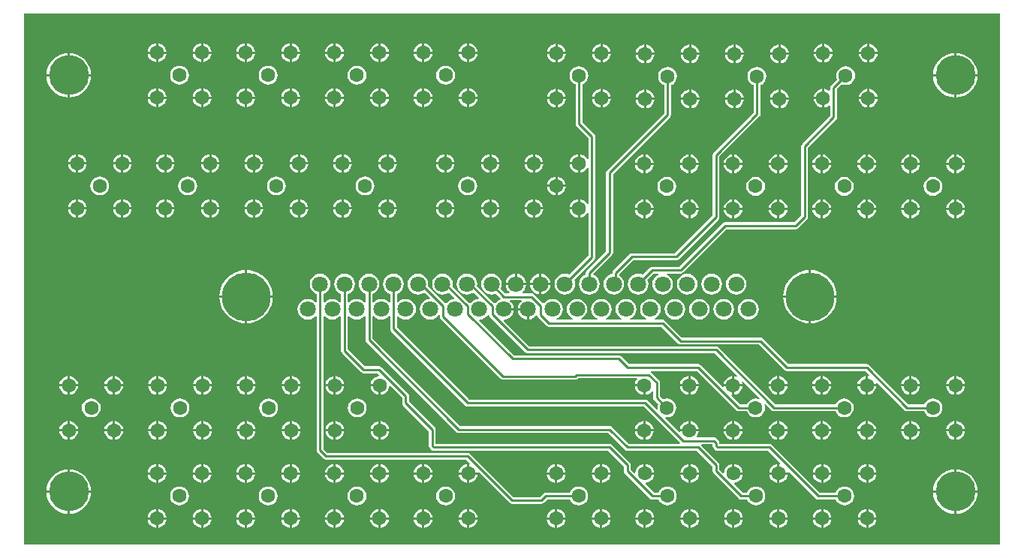
<source format=gbl>
G04*
G04 #@! TF.GenerationSoftware,Altium Limited,Altium Designer,19.1.5 (86)*
G04*
G04 Layer_Physical_Order=2*
G04 Layer_Color=16711680*
%FSLAX25Y25*%
%MOIN*%
G70*
G01*
G75*
%ADD11C,0.01000*%
%ADD16C,0.17717*%
%ADD17C,0.06299*%
%ADD18C,0.07087*%
%ADD19C,0.21654*%
G36*
X0Y-236220D02*
X-433071D01*
Y0D01*
X0D01*
X0Y-236220D01*
D02*
G37*
%LPC*%
G36*
X-235563Y-13439D02*
Y-17059D01*
X-231943D01*
X-232020Y-16476D01*
X-232438Y-15466D01*
X-233103Y-14600D01*
X-233970Y-13934D01*
X-234980Y-13516D01*
X-235563Y-13439D01*
D02*
G37*
G36*
X-236563D02*
X-237146Y-13516D01*
X-238156Y-13934D01*
X-239022Y-14600D01*
X-239687Y-15466D01*
X-240106Y-16476D01*
X-240182Y-17059D01*
X-236563D01*
Y-13439D01*
D02*
G37*
G36*
X-255563D02*
Y-17059D01*
X-251943D01*
X-252020Y-16476D01*
X-252438Y-15466D01*
X-253103Y-14600D01*
X-253970Y-13934D01*
X-254980Y-13516D01*
X-255563Y-13439D01*
D02*
G37*
G36*
X-256563D02*
X-257146Y-13516D01*
X-258156Y-13934D01*
X-259022Y-14600D01*
X-259687Y-15466D01*
X-260106Y-16476D01*
X-260182Y-17059D01*
X-256563D01*
Y-13439D01*
D02*
G37*
G36*
X-274933D02*
Y-17059D01*
X-271313D01*
X-271390Y-16476D01*
X-271808Y-15466D01*
X-272473Y-14600D01*
X-273340Y-13934D01*
X-274350Y-13516D01*
X-274933Y-13439D01*
D02*
G37*
G36*
X-275933D02*
X-276516Y-13516D01*
X-277526Y-13934D01*
X-278392Y-14600D01*
X-279058Y-15466D01*
X-279476Y-16476D01*
X-279553Y-17059D01*
X-275933D01*
Y-13439D01*
D02*
G37*
G36*
X-294933D02*
Y-17059D01*
X-291313D01*
X-291390Y-16476D01*
X-291808Y-15466D01*
X-292473Y-14600D01*
X-293340Y-13934D01*
X-294350Y-13516D01*
X-294933Y-13439D01*
D02*
G37*
G36*
X-295933D02*
X-296516Y-13516D01*
X-297526Y-13934D01*
X-298392Y-14600D01*
X-299058Y-15466D01*
X-299476Y-16476D01*
X-299552Y-17059D01*
X-295933D01*
Y-13439D01*
D02*
G37*
G36*
X-314303D02*
Y-17059D01*
X-310683D01*
X-310760Y-16476D01*
X-311178Y-15466D01*
X-311843Y-14600D01*
X-312710Y-13934D01*
X-313720Y-13516D01*
X-314303Y-13439D01*
D02*
G37*
G36*
X-315303D02*
X-315886Y-13516D01*
X-316896Y-13934D01*
X-317762Y-14600D01*
X-318427Y-15466D01*
X-318846Y-16476D01*
X-318922Y-17059D01*
X-315303D01*
Y-13439D01*
D02*
G37*
G36*
X-334303D02*
Y-17059D01*
X-330683D01*
X-330760Y-16476D01*
X-331178Y-15466D01*
X-331843Y-14600D01*
X-332710Y-13934D01*
X-333720Y-13516D01*
X-334303Y-13439D01*
D02*
G37*
G36*
X-335303D02*
X-335886Y-13516D01*
X-336896Y-13934D01*
X-337762Y-14600D01*
X-338427Y-15466D01*
X-338846Y-16476D01*
X-338923Y-17059D01*
X-335303D01*
Y-13439D01*
D02*
G37*
G36*
X-353673D02*
Y-17059D01*
X-350054D01*
X-350130Y-16476D01*
X-350548Y-15466D01*
X-351214Y-14600D01*
X-352080Y-13934D01*
X-353090Y-13516D01*
X-353673Y-13439D01*
D02*
G37*
G36*
X-354673D02*
X-355256Y-13516D01*
X-356266Y-13934D01*
X-357133Y-14600D01*
X-357798Y-15466D01*
X-358216Y-16476D01*
X-358293Y-17059D01*
X-354673D01*
Y-13439D01*
D02*
G37*
G36*
X-373673D02*
Y-17059D01*
X-370054D01*
X-370130Y-16476D01*
X-370548Y-15466D01*
X-371214Y-14600D01*
X-372080Y-13934D01*
X-373090Y-13516D01*
X-373673Y-13439D01*
D02*
G37*
G36*
X-374673D02*
X-375256Y-13516D01*
X-376266Y-13934D01*
X-377133Y-14600D01*
X-377798Y-15466D01*
X-378216Y-16476D01*
X-378293Y-17059D01*
X-374673D01*
Y-13439D01*
D02*
G37*
G36*
X-57925Y-13597D02*
Y-17216D01*
X-54305D01*
X-54382Y-16633D01*
X-54800Y-15624D01*
X-55466Y-14757D01*
X-56332Y-14092D01*
X-57342Y-13674D01*
X-57925Y-13597D01*
D02*
G37*
G36*
X-58925D02*
X-59508Y-13674D01*
X-60518Y-14092D01*
X-61385Y-14757D01*
X-62050Y-15624D01*
X-62468Y-16633D01*
X-62545Y-17216D01*
X-58925D01*
Y-13597D01*
D02*
G37*
G36*
X-77925D02*
Y-17216D01*
X-74305D01*
X-74382Y-16633D01*
X-74800Y-15624D01*
X-75466Y-14757D01*
X-76332Y-14092D01*
X-77342Y-13674D01*
X-77925Y-13597D01*
D02*
G37*
G36*
X-78925D02*
X-79508Y-13674D01*
X-80518Y-14092D01*
X-81385Y-14757D01*
X-82050Y-15624D01*
X-82468Y-16633D01*
X-82545Y-17216D01*
X-78925D01*
Y-13597D01*
D02*
G37*
G36*
X-176350D02*
Y-17216D01*
X-172731D01*
X-172808Y-16633D01*
X-173226Y-15624D01*
X-173891Y-14757D01*
X-174758Y-14092D01*
X-175767Y-13674D01*
X-176350Y-13597D01*
D02*
G37*
G36*
X-177350D02*
X-177934Y-13674D01*
X-178943Y-14092D01*
X-179810Y-14757D01*
X-180475Y-15624D01*
X-180893Y-16633D01*
X-180970Y-17216D01*
X-177350D01*
Y-13597D01*
D02*
G37*
G36*
X-196350D02*
Y-17216D01*
X-192731D01*
X-192807Y-16633D01*
X-193226Y-15624D01*
X-193891Y-14757D01*
X-194758Y-14092D01*
X-195767Y-13674D01*
X-196350Y-13597D01*
D02*
G37*
G36*
X-197350D02*
X-197933Y-13674D01*
X-198943Y-14092D01*
X-199810Y-14757D01*
X-200475Y-15624D01*
X-200893Y-16633D01*
X-200970Y-17216D01*
X-197350D01*
Y-13597D01*
D02*
G37*
G36*
X-97295Y-13912D02*
Y-17531D01*
X-93676D01*
X-93752Y-16948D01*
X-94170Y-15939D01*
X-94836Y-15072D01*
X-95702Y-14407D01*
X-96712Y-13989D01*
X-97295Y-13912D01*
D02*
G37*
G36*
X-98295D02*
X-98878Y-13989D01*
X-99888Y-14407D01*
X-100755Y-15072D01*
X-101420Y-15939D01*
X-101838Y-16948D01*
X-101915Y-17531D01*
X-98295D01*
Y-13912D01*
D02*
G37*
G36*
X-117295D02*
Y-17531D01*
X-113675D01*
X-113752Y-16948D01*
X-114170Y-15939D01*
X-114836Y-15072D01*
X-115702Y-14407D01*
X-116712Y-13989D01*
X-117295Y-13912D01*
D02*
G37*
G36*
X-118295D02*
X-118878Y-13989D01*
X-119888Y-14407D01*
X-120755Y-15072D01*
X-121420Y-15939D01*
X-121838Y-16948D01*
X-121915Y-17531D01*
X-118295D01*
Y-13912D01*
D02*
G37*
G36*
X-136980D02*
Y-17531D01*
X-133361D01*
X-133438Y-16948D01*
X-133856Y-15939D01*
X-134521Y-15072D01*
X-135388Y-14407D01*
X-136397Y-13989D01*
X-136980Y-13912D01*
D02*
G37*
G36*
X-137980D02*
X-138564Y-13989D01*
X-139573Y-14407D01*
X-140440Y-15072D01*
X-141105Y-15939D01*
X-141523Y-16948D01*
X-141600Y-17531D01*
X-137980D01*
Y-13912D01*
D02*
G37*
G36*
X-156980D02*
Y-17531D01*
X-153361D01*
X-153437Y-16948D01*
X-153856Y-15939D01*
X-154521Y-15072D01*
X-155388Y-14407D01*
X-156397Y-13989D01*
X-156980Y-13912D01*
D02*
G37*
G36*
X-157980D02*
X-158563Y-13989D01*
X-159573Y-14407D01*
X-160440Y-15072D01*
X-161105Y-15939D01*
X-161523Y-16948D01*
X-161600Y-17531D01*
X-157980D01*
Y-13912D01*
D02*
G37*
G36*
X-231943Y-18059D02*
X-235563D01*
Y-21679D01*
X-234980Y-21602D01*
X-233970Y-21184D01*
X-233103Y-20518D01*
X-232438Y-19652D01*
X-232020Y-18642D01*
X-231943Y-18059D01*
D02*
G37*
G36*
X-236563D02*
X-240182D01*
X-240106Y-18642D01*
X-239687Y-19652D01*
X-239022Y-20518D01*
X-238156Y-21184D01*
X-237146Y-21602D01*
X-236563Y-21679D01*
Y-18059D01*
D02*
G37*
G36*
X-251943D02*
X-255563D01*
Y-21679D01*
X-254980Y-21602D01*
X-253970Y-21184D01*
X-253103Y-20518D01*
X-252438Y-19652D01*
X-252020Y-18642D01*
X-251943Y-18059D01*
D02*
G37*
G36*
X-256563D02*
X-260182D01*
X-260106Y-18642D01*
X-259687Y-19652D01*
X-259022Y-20518D01*
X-258156Y-21184D01*
X-257146Y-21602D01*
X-256563Y-21679D01*
Y-18059D01*
D02*
G37*
G36*
X-271313D02*
X-274933D01*
Y-21679D01*
X-274350Y-21602D01*
X-273340Y-21184D01*
X-272473Y-20518D01*
X-271808Y-19652D01*
X-271390Y-18642D01*
X-271313Y-18059D01*
D02*
G37*
G36*
X-275933D02*
X-279553D01*
X-279476Y-18642D01*
X-279058Y-19652D01*
X-278392Y-20518D01*
X-277526Y-21184D01*
X-276516Y-21602D01*
X-275933Y-21679D01*
Y-18059D01*
D02*
G37*
G36*
X-291313D02*
X-294933D01*
Y-21679D01*
X-294350Y-21602D01*
X-293340Y-21184D01*
X-292473Y-20518D01*
X-291808Y-19652D01*
X-291390Y-18642D01*
X-291313Y-18059D01*
D02*
G37*
G36*
X-295933D02*
X-299552D01*
X-299476Y-18642D01*
X-299058Y-19652D01*
X-298392Y-20518D01*
X-297526Y-21184D01*
X-296516Y-21602D01*
X-295933Y-21679D01*
Y-18059D01*
D02*
G37*
G36*
X-310683D02*
X-314303D01*
Y-21679D01*
X-313720Y-21602D01*
X-312710Y-21184D01*
X-311843Y-20518D01*
X-311178Y-19652D01*
X-310760Y-18642D01*
X-310683Y-18059D01*
D02*
G37*
G36*
X-315303D02*
X-318922D01*
X-318846Y-18642D01*
X-318427Y-19652D01*
X-317762Y-20518D01*
X-316896Y-21184D01*
X-315886Y-21602D01*
X-315303Y-21679D01*
Y-18059D01*
D02*
G37*
G36*
X-330683D02*
X-334303D01*
Y-21679D01*
X-333720Y-21602D01*
X-332710Y-21184D01*
X-331843Y-20518D01*
X-331178Y-19652D01*
X-330760Y-18642D01*
X-330683Y-18059D01*
D02*
G37*
G36*
X-335303D02*
X-338923D01*
X-338846Y-18642D01*
X-338427Y-19652D01*
X-337762Y-20518D01*
X-336896Y-21184D01*
X-335886Y-21602D01*
X-335303Y-21679D01*
Y-18059D01*
D02*
G37*
G36*
X-350054D02*
X-353673D01*
Y-21679D01*
X-353090Y-21602D01*
X-352080Y-21184D01*
X-351214Y-20518D01*
X-350548Y-19652D01*
X-350130Y-18642D01*
X-350054Y-18059D01*
D02*
G37*
G36*
X-354673D02*
X-358293D01*
X-358216Y-18642D01*
X-357798Y-19652D01*
X-357133Y-20518D01*
X-356266Y-21184D01*
X-355256Y-21602D01*
X-354673Y-21679D01*
Y-18059D01*
D02*
G37*
G36*
X-370054D02*
X-373673D01*
Y-21679D01*
X-373090Y-21602D01*
X-372080Y-21184D01*
X-371214Y-20518D01*
X-370548Y-19652D01*
X-370130Y-18642D01*
X-370054Y-18059D01*
D02*
G37*
G36*
X-374673D02*
X-378293D01*
X-378216Y-18642D01*
X-377798Y-19652D01*
X-377133Y-20518D01*
X-376266Y-21184D01*
X-375256Y-21602D01*
X-374673Y-21679D01*
Y-18059D01*
D02*
G37*
G36*
X-54305Y-18216D02*
X-57925D01*
Y-21836D01*
X-57342Y-21759D01*
X-56332Y-21341D01*
X-55466Y-20676D01*
X-54800Y-19809D01*
X-54382Y-18800D01*
X-54305Y-18216D01*
D02*
G37*
G36*
X-58925D02*
X-62545D01*
X-62468Y-18800D01*
X-62050Y-19809D01*
X-61385Y-20676D01*
X-60518Y-21341D01*
X-59508Y-21759D01*
X-58925Y-21836D01*
Y-18216D01*
D02*
G37*
G36*
X-74305D02*
X-77925D01*
Y-21836D01*
X-77342Y-21759D01*
X-76332Y-21341D01*
X-75466Y-20676D01*
X-74800Y-19809D01*
X-74382Y-18800D01*
X-74305Y-18216D01*
D02*
G37*
G36*
X-78925D02*
X-82545D01*
X-82468Y-18800D01*
X-82050Y-19809D01*
X-81385Y-20676D01*
X-80518Y-21341D01*
X-79508Y-21759D01*
X-78925Y-21836D01*
Y-18216D01*
D02*
G37*
G36*
X-172731D02*
X-176350D01*
Y-21836D01*
X-175767Y-21759D01*
X-174758Y-21341D01*
X-173891Y-20676D01*
X-173226Y-19809D01*
X-172808Y-18800D01*
X-172731Y-18216D01*
D02*
G37*
G36*
X-177350D02*
X-180970D01*
X-180893Y-18800D01*
X-180475Y-19809D01*
X-179810Y-20676D01*
X-178943Y-21341D01*
X-177934Y-21759D01*
X-177350Y-21836D01*
Y-18216D01*
D02*
G37*
G36*
X-192731D02*
X-196350D01*
Y-21836D01*
X-195767Y-21759D01*
X-194758Y-21341D01*
X-193891Y-20676D01*
X-193226Y-19809D01*
X-192807Y-18800D01*
X-192731Y-18216D01*
D02*
G37*
G36*
X-197350D02*
X-200970D01*
X-200893Y-18800D01*
X-200475Y-19809D01*
X-199810Y-20676D01*
X-198943Y-21341D01*
X-197933Y-21759D01*
X-197350Y-21836D01*
Y-18216D01*
D02*
G37*
G36*
X-93676Y-18531D02*
X-97295D01*
Y-22151D01*
X-96712Y-22074D01*
X-95702Y-21656D01*
X-94836Y-20991D01*
X-94170Y-20124D01*
X-93752Y-19115D01*
X-93676Y-18531D01*
D02*
G37*
G36*
X-98295D02*
X-101915D01*
X-101838Y-19115D01*
X-101420Y-20124D01*
X-100755Y-20991D01*
X-99888Y-21656D01*
X-98878Y-22074D01*
X-98295Y-22151D01*
Y-18531D01*
D02*
G37*
G36*
X-113675D02*
X-117295D01*
Y-22151D01*
X-116712Y-22074D01*
X-115702Y-21656D01*
X-114836Y-20991D01*
X-114170Y-20124D01*
X-113752Y-19115D01*
X-113675Y-18531D01*
D02*
G37*
G36*
X-118295D02*
X-121915D01*
X-121838Y-19115D01*
X-121420Y-20124D01*
X-120755Y-20991D01*
X-119888Y-21656D01*
X-118878Y-22074D01*
X-118295Y-22151D01*
Y-18531D01*
D02*
G37*
G36*
X-133361D02*
X-136980D01*
Y-22151D01*
X-136397Y-22074D01*
X-135388Y-21656D01*
X-134521Y-20991D01*
X-133856Y-20124D01*
X-133438Y-19115D01*
X-133361Y-18531D01*
D02*
G37*
G36*
X-137980D02*
X-141600D01*
X-141523Y-19115D01*
X-141105Y-20124D01*
X-140440Y-20991D01*
X-139573Y-21656D01*
X-138564Y-22074D01*
X-137980Y-22151D01*
Y-18531D01*
D02*
G37*
G36*
X-153361D02*
X-156980D01*
Y-22151D01*
X-156397Y-22074D01*
X-155388Y-21656D01*
X-154521Y-20991D01*
X-153856Y-20124D01*
X-153437Y-19115D01*
X-153361Y-18531D01*
D02*
G37*
G36*
X-157980D02*
X-161600D01*
X-161523Y-19115D01*
X-161105Y-20124D01*
X-160440Y-20991D01*
X-159573Y-21656D01*
X-158563Y-22074D01*
X-157980Y-22151D01*
Y-18531D01*
D02*
G37*
G36*
X-19185Y-17702D02*
Y-27059D01*
X-9828D01*
X-9969Y-25627D01*
X-10533Y-23768D01*
X-11449Y-22056D01*
X-12680Y-20554D01*
X-14182Y-19323D01*
X-15894Y-18407D01*
X-17752Y-17843D01*
X-19185Y-17702D01*
D02*
G37*
G36*
X-20185D02*
X-21618Y-17843D01*
X-23476Y-18407D01*
X-25188Y-19323D01*
X-26690Y-20554D01*
X-27922Y-22056D01*
X-28837Y-23768D01*
X-29401Y-25627D01*
X-29542Y-27059D01*
X-20185D01*
Y-17702D01*
D02*
G37*
G36*
X-412886D02*
Y-27059D01*
X-403529D01*
X-403670Y-25627D01*
X-404234Y-23768D01*
X-405149Y-22056D01*
X-406381Y-20554D01*
X-407882Y-19323D01*
X-409595Y-18407D01*
X-411453Y-17843D01*
X-412886Y-17702D01*
D02*
G37*
G36*
X-413886D02*
X-415318Y-17843D01*
X-417177Y-18407D01*
X-418889Y-19323D01*
X-420390Y-20554D01*
X-421622Y-22056D01*
X-422538Y-23768D01*
X-423102Y-25627D01*
X-423243Y-27059D01*
X-413886D01*
Y-17702D01*
D02*
G37*
G36*
X-246063Y-23374D02*
X-247146Y-23516D01*
X-248156Y-23934D01*
X-249022Y-24600D01*
X-249688Y-25466D01*
X-250106Y-26476D01*
X-250248Y-27559D01*
X-250106Y-28642D01*
X-249688Y-29652D01*
X-249022Y-30518D01*
X-248156Y-31184D01*
X-247146Y-31602D01*
X-246063Y-31744D01*
X-244980Y-31602D01*
X-243970Y-31184D01*
X-243103Y-30518D01*
X-242438Y-29652D01*
X-242020Y-28642D01*
X-241878Y-27559D01*
X-242020Y-26476D01*
X-242438Y-25466D01*
X-243103Y-24600D01*
X-243970Y-23934D01*
X-244980Y-23516D01*
X-246063Y-23374D01*
D02*
G37*
G36*
X-285433D02*
X-286516Y-23516D01*
X-287526Y-23934D01*
X-288392Y-24600D01*
X-289057Y-25466D01*
X-289476Y-26476D01*
X-289618Y-27559D01*
X-289476Y-28642D01*
X-289057Y-29652D01*
X-288392Y-30518D01*
X-287526Y-31184D01*
X-286516Y-31602D01*
X-285433Y-31744D01*
X-284350Y-31602D01*
X-283340Y-31184D01*
X-282473Y-30518D01*
X-281808Y-29652D01*
X-281390Y-28642D01*
X-281247Y-27559D01*
X-281390Y-26476D01*
X-281808Y-25466D01*
X-282473Y-24600D01*
X-283340Y-23934D01*
X-284350Y-23516D01*
X-285433Y-23374D01*
D02*
G37*
G36*
X-324803D02*
X-325886Y-23516D01*
X-326896Y-23934D01*
X-327762Y-24600D01*
X-328428Y-25466D01*
X-328846Y-26476D01*
X-328988Y-27559D01*
X-328846Y-28642D01*
X-328428Y-29652D01*
X-327762Y-30518D01*
X-326896Y-31184D01*
X-325886Y-31602D01*
X-324803Y-31744D01*
X-323720Y-31602D01*
X-322710Y-31184D01*
X-321843Y-30518D01*
X-321178Y-29652D01*
X-320760Y-28642D01*
X-320618Y-27559D01*
X-320760Y-26476D01*
X-321178Y-25466D01*
X-321843Y-24600D01*
X-322710Y-23934D01*
X-323720Y-23516D01*
X-324803Y-23374D01*
D02*
G37*
G36*
X-364173D02*
X-365256Y-23516D01*
X-366266Y-23934D01*
X-367133Y-24600D01*
X-367798Y-25466D01*
X-368216Y-26476D01*
X-368358Y-27559D01*
X-368216Y-28642D01*
X-367798Y-29652D01*
X-367133Y-30518D01*
X-366266Y-31184D01*
X-365256Y-31602D01*
X-364173Y-31744D01*
X-363090Y-31602D01*
X-362080Y-31184D01*
X-361213Y-30518D01*
X-360548Y-29652D01*
X-360130Y-28642D01*
X-359988Y-27559D01*
X-360130Y-26476D01*
X-360548Y-25466D01*
X-361213Y-24600D01*
X-362080Y-23934D01*
X-363090Y-23516D01*
X-364173Y-23374D01*
D02*
G37*
G36*
X-68425Y-23531D02*
X-69508Y-23674D01*
X-70518Y-24092D01*
X-71385Y-24757D01*
X-72050Y-25624D01*
X-72468Y-26633D01*
X-72610Y-27716D01*
X-72468Y-28800D01*
X-72234Y-29363D01*
X-74857Y-31985D01*
X-75188Y-32482D01*
X-75305Y-33067D01*
Y-34250D01*
X-75805Y-34497D01*
X-76332Y-34092D01*
X-77342Y-33674D01*
X-77925Y-33597D01*
Y-37716D01*
Y-41836D01*
X-77342Y-41759D01*
X-76332Y-41341D01*
X-75805Y-40936D01*
X-75305Y-41183D01*
Y-45583D01*
X-87696Y-57974D01*
X-88027Y-58470D01*
X-88144Y-59055D01*
Y-89918D01*
X-91185Y-92959D01*
X-122047D01*
X-122633Y-93075D01*
X-123129Y-93407D01*
X-142366Y-112644D01*
X-154315D01*
X-154900Y-112760D01*
X-155396Y-113092D01*
X-158578Y-116273D01*
X-159340Y-115958D01*
X-160526Y-115802D01*
X-161712Y-115958D01*
X-162817Y-116416D01*
X-163766Y-117144D01*
X-164495Y-118093D01*
X-164952Y-119198D01*
X-165109Y-120384D01*
X-164952Y-121570D01*
X-164495Y-122676D01*
X-163766Y-123625D01*
X-162817Y-124353D01*
X-161712Y-124811D01*
X-160526Y-124967D01*
X-159340Y-124811D01*
X-158235Y-124353D01*
X-157286Y-123625D01*
X-156558Y-122676D01*
X-156100Y-121570D01*
X-155944Y-120384D01*
X-156100Y-119198D01*
X-156415Y-118436D01*
X-153682Y-115703D01*
X-151535D01*
X-151436Y-116203D01*
X-151950Y-116416D01*
X-152899Y-117144D01*
X-153628Y-118093D01*
X-154085Y-119198D01*
X-154242Y-120384D01*
X-154085Y-121570D01*
X-153628Y-122676D01*
X-152899Y-123625D01*
X-151950Y-124353D01*
X-150845Y-124811D01*
X-149659Y-124967D01*
X-148473Y-124811D01*
X-147368Y-124353D01*
X-146419Y-123625D01*
X-145691Y-122676D01*
X-145233Y-121570D01*
X-145077Y-120384D01*
X-145233Y-119198D01*
X-145691Y-118093D01*
X-146419Y-117144D01*
X-147368Y-116416D01*
X-147882Y-116203D01*
X-147783Y-115703D01*
X-141732D01*
X-141147Y-115586D01*
X-140651Y-115255D01*
X-121414Y-96018D01*
X-90551D01*
X-89966Y-95901D01*
X-89470Y-95570D01*
X-85533Y-91633D01*
X-85201Y-91136D01*
X-85085Y-90551D01*
Y-59689D01*
X-72694Y-47298D01*
X-72363Y-46802D01*
X-72246Y-46216D01*
Y-33700D01*
X-70072Y-31526D01*
X-69508Y-31759D01*
X-68425Y-31902D01*
X-67342Y-31759D01*
X-66332Y-31341D01*
X-65465Y-30676D01*
X-64800Y-29809D01*
X-64382Y-28800D01*
X-64240Y-27716D01*
X-64382Y-26633D01*
X-64800Y-25624D01*
X-65465Y-24757D01*
X-66332Y-24092D01*
X-67342Y-23674D01*
X-68425Y-23531D01*
D02*
G37*
G36*
X-235563Y-33439D02*
Y-37059D01*
X-231943D01*
X-232020Y-36476D01*
X-232438Y-35466D01*
X-233103Y-34600D01*
X-233970Y-33934D01*
X-234980Y-33516D01*
X-235563Y-33439D01*
D02*
G37*
G36*
X-236563D02*
X-237146Y-33516D01*
X-238156Y-33934D01*
X-239022Y-34600D01*
X-239687Y-35466D01*
X-240106Y-36476D01*
X-240182Y-37059D01*
X-236563D01*
Y-33439D01*
D02*
G37*
G36*
X-255563D02*
Y-37059D01*
X-251943D01*
X-252020Y-36476D01*
X-252438Y-35466D01*
X-253103Y-34600D01*
X-253970Y-33934D01*
X-254980Y-33516D01*
X-255563Y-33439D01*
D02*
G37*
G36*
X-256563D02*
X-257146Y-33516D01*
X-258156Y-33934D01*
X-259022Y-34600D01*
X-259687Y-35466D01*
X-260106Y-36476D01*
X-260182Y-37059D01*
X-256563D01*
Y-33439D01*
D02*
G37*
G36*
X-274933D02*
Y-37059D01*
X-271313D01*
X-271390Y-36476D01*
X-271808Y-35466D01*
X-272473Y-34600D01*
X-273340Y-33934D01*
X-274350Y-33516D01*
X-274933Y-33439D01*
D02*
G37*
G36*
X-275933D02*
X-276516Y-33516D01*
X-277526Y-33934D01*
X-278392Y-34600D01*
X-279058Y-35466D01*
X-279476Y-36476D01*
X-279553Y-37059D01*
X-275933D01*
Y-33439D01*
D02*
G37*
G36*
X-294933D02*
Y-37059D01*
X-291313D01*
X-291390Y-36476D01*
X-291808Y-35466D01*
X-292473Y-34600D01*
X-293340Y-33934D01*
X-294350Y-33516D01*
X-294933Y-33439D01*
D02*
G37*
G36*
X-295933D02*
X-296516Y-33516D01*
X-297526Y-33934D01*
X-298392Y-34600D01*
X-299058Y-35466D01*
X-299476Y-36476D01*
X-299552Y-37059D01*
X-295933D01*
Y-33439D01*
D02*
G37*
G36*
X-314303D02*
Y-37059D01*
X-310683D01*
X-310760Y-36476D01*
X-311178Y-35466D01*
X-311843Y-34600D01*
X-312710Y-33934D01*
X-313720Y-33516D01*
X-314303Y-33439D01*
D02*
G37*
G36*
X-315303D02*
X-315886Y-33516D01*
X-316896Y-33934D01*
X-317762Y-34600D01*
X-318427Y-35466D01*
X-318846Y-36476D01*
X-318922Y-37059D01*
X-315303D01*
Y-33439D01*
D02*
G37*
G36*
X-334303D02*
Y-37059D01*
X-330683D01*
X-330760Y-36476D01*
X-331178Y-35466D01*
X-331843Y-34600D01*
X-332710Y-33934D01*
X-333720Y-33516D01*
X-334303Y-33439D01*
D02*
G37*
G36*
X-335303D02*
X-335886Y-33516D01*
X-336896Y-33934D01*
X-337762Y-34600D01*
X-338427Y-35466D01*
X-338846Y-36476D01*
X-338923Y-37059D01*
X-335303D01*
Y-33439D01*
D02*
G37*
G36*
X-353673D02*
Y-37059D01*
X-350054D01*
X-350130Y-36476D01*
X-350548Y-35466D01*
X-351214Y-34600D01*
X-352080Y-33934D01*
X-353090Y-33516D01*
X-353673Y-33439D01*
D02*
G37*
G36*
X-354673D02*
X-355256Y-33516D01*
X-356266Y-33934D01*
X-357133Y-34600D01*
X-357798Y-35466D01*
X-358216Y-36476D01*
X-358293Y-37059D01*
X-354673D01*
Y-33439D01*
D02*
G37*
G36*
X-373673D02*
Y-37059D01*
X-370054D01*
X-370130Y-36476D01*
X-370548Y-35466D01*
X-371214Y-34600D01*
X-372080Y-33934D01*
X-373090Y-33516D01*
X-373673Y-33439D01*
D02*
G37*
G36*
X-374673D02*
X-375256Y-33516D01*
X-376266Y-33934D01*
X-377133Y-34600D01*
X-377798Y-35466D01*
X-378216Y-36476D01*
X-378293Y-37059D01*
X-374673D01*
Y-33439D01*
D02*
G37*
G36*
X-57925Y-33597D02*
Y-37216D01*
X-54305D01*
X-54382Y-36633D01*
X-54800Y-35624D01*
X-55466Y-34757D01*
X-56332Y-34092D01*
X-57342Y-33674D01*
X-57925Y-33597D01*
D02*
G37*
G36*
X-58925D02*
X-59508Y-33674D01*
X-60518Y-34092D01*
X-61385Y-34757D01*
X-62050Y-35624D01*
X-62468Y-36633D01*
X-62545Y-37216D01*
X-58925D01*
Y-33597D01*
D02*
G37*
G36*
X-78925D02*
X-79508Y-33674D01*
X-80518Y-34092D01*
X-81385Y-34757D01*
X-82050Y-35624D01*
X-82468Y-36633D01*
X-82545Y-37216D01*
X-78925D01*
Y-33597D01*
D02*
G37*
G36*
X-176350D02*
Y-37216D01*
X-172731D01*
X-172808Y-36633D01*
X-173226Y-35624D01*
X-173891Y-34757D01*
X-174758Y-34092D01*
X-175767Y-33674D01*
X-176350Y-33597D01*
D02*
G37*
G36*
X-177350D02*
X-177934Y-33674D01*
X-178943Y-34092D01*
X-179810Y-34757D01*
X-180475Y-35624D01*
X-180893Y-36633D01*
X-180970Y-37216D01*
X-177350D01*
Y-33597D01*
D02*
G37*
G36*
X-196350D02*
Y-37216D01*
X-192731D01*
X-192807Y-36633D01*
X-193226Y-35624D01*
X-193891Y-34757D01*
X-194758Y-34092D01*
X-195767Y-33674D01*
X-196350Y-33597D01*
D02*
G37*
G36*
X-197350D02*
X-197933Y-33674D01*
X-198943Y-34092D01*
X-199810Y-34757D01*
X-200475Y-35624D01*
X-200893Y-36633D01*
X-200970Y-37216D01*
X-197350D01*
Y-33597D01*
D02*
G37*
G36*
X-9828Y-28059D02*
X-19185D01*
Y-37416D01*
X-17752Y-37275D01*
X-15894Y-36711D01*
X-14182Y-35796D01*
X-12680Y-34564D01*
X-11449Y-33062D01*
X-10533Y-31350D01*
X-9969Y-29492D01*
X-9828Y-28059D01*
D02*
G37*
G36*
X-20185D02*
X-29542D01*
X-29401Y-29492D01*
X-28837Y-31350D01*
X-27922Y-33062D01*
X-26690Y-34564D01*
X-25188Y-35796D01*
X-23476Y-36711D01*
X-21618Y-37275D01*
X-20185Y-37416D01*
Y-28059D01*
D02*
G37*
G36*
X-403529D02*
X-412886D01*
Y-37416D01*
X-411453Y-37275D01*
X-409595Y-36711D01*
X-407882Y-35796D01*
X-406381Y-34564D01*
X-405149Y-33062D01*
X-404234Y-31350D01*
X-403670Y-29492D01*
X-403529Y-28059D01*
D02*
G37*
G36*
X-413886D02*
X-423243D01*
X-423102Y-29492D01*
X-422538Y-31350D01*
X-421622Y-33062D01*
X-420390Y-34564D01*
X-418889Y-35796D01*
X-417177Y-36711D01*
X-415318Y-37275D01*
X-413886Y-37416D01*
Y-28059D01*
D02*
G37*
G36*
X-97295Y-33912D02*
Y-37531D01*
X-93676D01*
X-93752Y-36948D01*
X-94170Y-35939D01*
X-94836Y-35072D01*
X-95702Y-34407D01*
X-96712Y-33989D01*
X-97295Y-33912D01*
D02*
G37*
G36*
X-98295D02*
X-98878Y-33989D01*
X-99888Y-34407D01*
X-100755Y-35072D01*
X-101420Y-35939D01*
X-101838Y-36948D01*
X-101915Y-37531D01*
X-98295D01*
Y-33912D01*
D02*
G37*
G36*
X-117295D02*
Y-37531D01*
X-113675D01*
X-113752Y-36948D01*
X-114170Y-35939D01*
X-114836Y-35072D01*
X-115702Y-34407D01*
X-116712Y-33989D01*
X-117295Y-33912D01*
D02*
G37*
G36*
X-118295D02*
X-118878Y-33989D01*
X-119888Y-34407D01*
X-120755Y-35072D01*
X-121420Y-35939D01*
X-121838Y-36948D01*
X-121915Y-37531D01*
X-118295D01*
Y-33912D01*
D02*
G37*
G36*
X-136980D02*
Y-37531D01*
X-133361D01*
X-133438Y-36948D01*
X-133856Y-35939D01*
X-134521Y-35072D01*
X-135388Y-34407D01*
X-136397Y-33989D01*
X-136980Y-33912D01*
D02*
G37*
G36*
X-137980D02*
X-138564Y-33989D01*
X-139573Y-34407D01*
X-140440Y-35072D01*
X-141105Y-35939D01*
X-141523Y-36948D01*
X-141600Y-37531D01*
X-137980D01*
Y-33912D01*
D02*
G37*
G36*
X-156980D02*
Y-37531D01*
X-153361D01*
X-153437Y-36948D01*
X-153856Y-35939D01*
X-154521Y-35072D01*
X-155388Y-34407D01*
X-156397Y-33989D01*
X-156980Y-33912D01*
D02*
G37*
G36*
X-157980D02*
X-158563Y-33989D01*
X-159573Y-34407D01*
X-160440Y-35072D01*
X-161105Y-35939D01*
X-161523Y-36948D01*
X-161600Y-37531D01*
X-157980D01*
Y-33912D01*
D02*
G37*
G36*
X-231943Y-38059D02*
X-235563D01*
Y-41679D01*
X-234980Y-41602D01*
X-233970Y-41184D01*
X-233103Y-40519D01*
X-232438Y-39652D01*
X-232020Y-38642D01*
X-231943Y-38059D01*
D02*
G37*
G36*
X-236563D02*
X-240182D01*
X-240106Y-38642D01*
X-239687Y-39652D01*
X-239022Y-40519D01*
X-238156Y-41184D01*
X-237146Y-41602D01*
X-236563Y-41679D01*
Y-38059D01*
D02*
G37*
G36*
X-251943D02*
X-255563D01*
Y-41679D01*
X-254980Y-41602D01*
X-253970Y-41184D01*
X-253103Y-40519D01*
X-252438Y-39652D01*
X-252020Y-38642D01*
X-251943Y-38059D01*
D02*
G37*
G36*
X-256563D02*
X-260182D01*
X-260106Y-38642D01*
X-259687Y-39652D01*
X-259022Y-40519D01*
X-258156Y-41184D01*
X-257146Y-41602D01*
X-256563Y-41679D01*
Y-38059D01*
D02*
G37*
G36*
X-271313D02*
X-274933D01*
Y-41679D01*
X-274350Y-41602D01*
X-273340Y-41184D01*
X-272473Y-40519D01*
X-271808Y-39652D01*
X-271390Y-38642D01*
X-271313Y-38059D01*
D02*
G37*
G36*
X-275933D02*
X-279553D01*
X-279476Y-38642D01*
X-279058Y-39652D01*
X-278392Y-40519D01*
X-277526Y-41184D01*
X-276516Y-41602D01*
X-275933Y-41679D01*
Y-38059D01*
D02*
G37*
G36*
X-291313D02*
X-294933D01*
Y-41679D01*
X-294350Y-41602D01*
X-293340Y-41184D01*
X-292473Y-40519D01*
X-291808Y-39652D01*
X-291390Y-38642D01*
X-291313Y-38059D01*
D02*
G37*
G36*
X-295933D02*
X-299552D01*
X-299476Y-38642D01*
X-299058Y-39652D01*
X-298392Y-40519D01*
X-297526Y-41184D01*
X-296516Y-41602D01*
X-295933Y-41679D01*
Y-38059D01*
D02*
G37*
G36*
X-310683D02*
X-314303D01*
Y-41679D01*
X-313720Y-41602D01*
X-312710Y-41184D01*
X-311843Y-40519D01*
X-311178Y-39652D01*
X-310760Y-38642D01*
X-310683Y-38059D01*
D02*
G37*
G36*
X-315303D02*
X-318922D01*
X-318846Y-38642D01*
X-318427Y-39652D01*
X-317762Y-40519D01*
X-316896Y-41184D01*
X-315886Y-41602D01*
X-315303Y-41679D01*
Y-38059D01*
D02*
G37*
G36*
X-330683D02*
X-334303D01*
Y-41679D01*
X-333720Y-41602D01*
X-332710Y-41184D01*
X-331843Y-40519D01*
X-331178Y-39652D01*
X-330760Y-38642D01*
X-330683Y-38059D01*
D02*
G37*
G36*
X-335303D02*
X-338923D01*
X-338846Y-38642D01*
X-338427Y-39652D01*
X-337762Y-40519D01*
X-336896Y-41184D01*
X-335886Y-41602D01*
X-335303Y-41679D01*
Y-38059D01*
D02*
G37*
G36*
X-350054D02*
X-353673D01*
Y-41679D01*
X-353090Y-41602D01*
X-352080Y-41184D01*
X-351214Y-40519D01*
X-350548Y-39652D01*
X-350130Y-38642D01*
X-350054Y-38059D01*
D02*
G37*
G36*
X-354673D02*
X-358293D01*
X-358216Y-38642D01*
X-357798Y-39652D01*
X-357133Y-40519D01*
X-356266Y-41184D01*
X-355256Y-41602D01*
X-354673Y-41679D01*
Y-38059D01*
D02*
G37*
G36*
X-370054D02*
X-373673D01*
Y-41679D01*
X-373090Y-41602D01*
X-372080Y-41184D01*
X-371214Y-40519D01*
X-370548Y-39652D01*
X-370130Y-38642D01*
X-370054Y-38059D01*
D02*
G37*
G36*
X-374673D02*
X-378293D01*
X-378216Y-38642D01*
X-377798Y-39652D01*
X-377133Y-40519D01*
X-376266Y-41184D01*
X-375256Y-41602D01*
X-374673Y-41679D01*
Y-38059D01*
D02*
G37*
G36*
X-54305Y-38216D02*
X-57925D01*
Y-41836D01*
X-57342Y-41759D01*
X-56332Y-41341D01*
X-55466Y-40676D01*
X-54800Y-39809D01*
X-54382Y-38800D01*
X-54305Y-38216D01*
D02*
G37*
G36*
X-58925D02*
X-62545D01*
X-62468Y-38800D01*
X-62050Y-39809D01*
X-61385Y-40676D01*
X-60518Y-41341D01*
X-59508Y-41759D01*
X-58925Y-41836D01*
Y-38216D01*
D02*
G37*
G36*
X-78925D02*
X-82545D01*
X-82468Y-38800D01*
X-82050Y-39809D01*
X-81385Y-40676D01*
X-80518Y-41341D01*
X-79508Y-41759D01*
X-78925Y-41836D01*
Y-38216D01*
D02*
G37*
G36*
X-172731D02*
X-176350D01*
Y-41836D01*
X-175767Y-41759D01*
X-174758Y-41341D01*
X-173891Y-40676D01*
X-173226Y-39809D01*
X-172808Y-38800D01*
X-172731Y-38216D01*
D02*
G37*
G36*
X-177350D02*
X-180970D01*
X-180893Y-38800D01*
X-180475Y-39809D01*
X-179810Y-40676D01*
X-178943Y-41341D01*
X-177934Y-41759D01*
X-177350Y-41836D01*
Y-38216D01*
D02*
G37*
G36*
X-192731D02*
X-196350D01*
Y-41836D01*
X-195767Y-41759D01*
X-194758Y-41341D01*
X-193891Y-40676D01*
X-193226Y-39809D01*
X-192807Y-38800D01*
X-192731Y-38216D01*
D02*
G37*
G36*
X-197350D02*
X-200970D01*
X-200893Y-38800D01*
X-200475Y-39809D01*
X-199810Y-40676D01*
X-198943Y-41341D01*
X-197933Y-41759D01*
X-197350Y-41836D01*
Y-38216D01*
D02*
G37*
G36*
X-93676Y-38531D02*
X-97295D01*
Y-42151D01*
X-96712Y-42074D01*
X-95702Y-41656D01*
X-94836Y-40991D01*
X-94170Y-40124D01*
X-93752Y-39115D01*
X-93676Y-38531D01*
D02*
G37*
G36*
X-98295D02*
X-101915D01*
X-101838Y-39115D01*
X-101420Y-40124D01*
X-100755Y-40991D01*
X-99888Y-41656D01*
X-98878Y-42074D01*
X-98295Y-42151D01*
Y-38531D01*
D02*
G37*
G36*
X-113675D02*
X-117295D01*
Y-42151D01*
X-116712Y-42074D01*
X-115702Y-41656D01*
X-114836Y-40991D01*
X-114170Y-40124D01*
X-113752Y-39115D01*
X-113675Y-38531D01*
D02*
G37*
G36*
X-118295D02*
X-121915D01*
X-121838Y-39115D01*
X-121420Y-40124D01*
X-120755Y-40991D01*
X-119888Y-41656D01*
X-118878Y-42074D01*
X-118295Y-42151D01*
Y-38531D01*
D02*
G37*
G36*
X-133361D02*
X-136980D01*
Y-42151D01*
X-136397Y-42074D01*
X-135388Y-41656D01*
X-134521Y-40991D01*
X-133856Y-40124D01*
X-133438Y-39115D01*
X-133361Y-38531D01*
D02*
G37*
G36*
X-137980D02*
X-141600D01*
X-141523Y-39115D01*
X-141105Y-40124D01*
X-140440Y-40991D01*
X-139573Y-41656D01*
X-138564Y-42074D01*
X-137980Y-42151D01*
Y-38531D01*
D02*
G37*
G36*
X-153361D02*
X-156980D01*
Y-42151D01*
X-156397Y-42074D01*
X-155388Y-41656D01*
X-154521Y-40991D01*
X-153856Y-40124D01*
X-153437Y-39115D01*
X-153361Y-38531D01*
D02*
G37*
G36*
X-157980D02*
X-161600D01*
X-161523Y-39115D01*
X-161105Y-40124D01*
X-160440Y-40991D01*
X-159573Y-41656D01*
X-158563Y-42074D01*
X-157980Y-42151D01*
Y-38531D01*
D02*
G37*
G36*
X-186850Y-23531D02*
X-187934Y-23674D01*
X-188943Y-24092D01*
X-189810Y-24757D01*
X-190475Y-25624D01*
X-190893Y-26633D01*
X-191036Y-27716D01*
X-190893Y-28800D01*
X-190475Y-29809D01*
X-189810Y-30676D01*
X-188943Y-31341D01*
X-188380Y-31574D01*
Y-49103D01*
X-188263Y-49688D01*
X-187932Y-50184D01*
X-182632Y-55484D01*
Y-64806D01*
X-183132Y-64905D01*
X-183226Y-64679D01*
X-183891Y-63812D01*
X-184758Y-63147D01*
X-185767Y-62729D01*
X-186350Y-62652D01*
Y-66772D01*
Y-70891D01*
X-185767Y-70814D01*
X-184758Y-70396D01*
X-183891Y-69731D01*
X-183226Y-68864D01*
X-183132Y-68638D01*
X-182632Y-68737D01*
Y-84806D01*
X-183132Y-84905D01*
X-183226Y-84679D01*
X-183891Y-83812D01*
X-184758Y-83147D01*
X-185767Y-82729D01*
X-186350Y-82652D01*
Y-86772D01*
Y-90891D01*
X-185767Y-90814D01*
X-184758Y-90396D01*
X-183891Y-89731D01*
X-183226Y-88864D01*
X-183132Y-88638D01*
X-182632Y-88737D01*
Y-107726D01*
X-191179Y-116273D01*
X-191941Y-115958D01*
X-193127Y-115802D01*
X-194313Y-115958D01*
X-195418Y-116416D01*
X-196367Y-117144D01*
X-197096Y-118093D01*
X-197553Y-119198D01*
X-197710Y-120384D01*
X-197553Y-121570D01*
X-197096Y-122676D01*
X-196367Y-123625D01*
X-195418Y-124353D01*
X-194313Y-124811D01*
X-193127Y-124967D01*
X-191941Y-124811D01*
X-190836Y-124353D01*
X-189887Y-123625D01*
X-189158Y-122676D01*
X-188701Y-121570D01*
X-188545Y-120384D01*
X-188701Y-119198D01*
X-189016Y-118436D01*
X-180021Y-109441D01*
X-179689Y-108945D01*
X-179573Y-108360D01*
Y-54851D01*
X-179689Y-54265D01*
X-180021Y-53769D01*
X-185321Y-48469D01*
Y-31574D01*
X-184758Y-31341D01*
X-183891Y-30676D01*
X-183226Y-29809D01*
X-182808Y-28800D01*
X-182665Y-27716D01*
X-182808Y-26633D01*
X-183226Y-25624D01*
X-183891Y-24757D01*
X-184758Y-24092D01*
X-185767Y-23674D01*
X-186850Y-23531D01*
D02*
G37*
G36*
X-187350Y-62652D02*
X-187934Y-62729D01*
X-188943Y-63147D01*
X-189810Y-63812D01*
X-190475Y-64679D01*
X-190893Y-65688D01*
X-190970Y-66272D01*
X-187350D01*
Y-62652D01*
D02*
G37*
G36*
X-206350D02*
Y-66272D01*
X-202731D01*
X-202807Y-65688D01*
X-203226Y-64679D01*
X-203891Y-63812D01*
X-204758Y-63147D01*
X-205767Y-62729D01*
X-206350Y-62652D01*
D02*
G37*
G36*
X-207350D02*
X-207933Y-62729D01*
X-208943Y-63147D01*
X-209810Y-63812D01*
X-210475Y-64679D01*
X-210893Y-65688D01*
X-210970Y-66272D01*
X-207350D01*
Y-62652D01*
D02*
G37*
G36*
X-225721D02*
Y-66272D01*
X-222101D01*
X-222178Y-65688D01*
X-222596Y-64679D01*
X-223261Y-63812D01*
X-224128Y-63147D01*
X-225137Y-62729D01*
X-225721Y-62652D01*
D02*
G37*
G36*
X-226720D02*
X-227304Y-62729D01*
X-228313Y-63147D01*
X-229180Y-63812D01*
X-229845Y-64679D01*
X-230263Y-65688D01*
X-230340Y-66272D01*
X-226720D01*
Y-62652D01*
D02*
G37*
G36*
X-245721D02*
Y-66272D01*
X-242101D01*
X-242178Y-65688D01*
X-242596Y-64679D01*
X-243261Y-63812D01*
X-244128Y-63147D01*
X-245137Y-62729D01*
X-245721Y-62652D01*
D02*
G37*
G36*
X-246721D02*
X-247304Y-62729D01*
X-248313Y-63147D01*
X-249180Y-63812D01*
X-249845Y-64679D01*
X-250263Y-65688D01*
X-250340Y-66272D01*
X-246721D01*
Y-62652D01*
D02*
G37*
G36*
X-271311D02*
Y-66272D01*
X-267691D01*
X-267768Y-65688D01*
X-268186Y-64679D01*
X-268851Y-63812D01*
X-269718Y-63147D01*
X-270728Y-62729D01*
X-271311Y-62652D01*
D02*
G37*
G36*
X-272311D02*
X-272894Y-62729D01*
X-273904Y-63147D01*
X-274771Y-63812D01*
X-275436Y-64679D01*
X-275854Y-65688D01*
X-275931Y-66272D01*
X-272311D01*
Y-62652D01*
D02*
G37*
G36*
X-291311D02*
Y-66272D01*
X-287691D01*
X-287768Y-65688D01*
X-288186Y-64679D01*
X-288851Y-63812D01*
X-289718Y-63147D01*
X-290728Y-62729D01*
X-291311Y-62652D01*
D02*
G37*
G36*
X-292311D02*
X-292894Y-62729D01*
X-293904Y-63147D01*
X-294771Y-63812D01*
X-295436Y-64679D01*
X-295854Y-65688D01*
X-295931Y-66272D01*
X-292311D01*
Y-62652D01*
D02*
G37*
G36*
X-310681D02*
Y-66272D01*
X-307062D01*
X-307138Y-65688D01*
X-307556Y-64679D01*
X-308222Y-63812D01*
X-309088Y-63147D01*
X-310098Y-62729D01*
X-310681Y-62652D01*
D02*
G37*
G36*
X-311681D02*
X-312264Y-62729D01*
X-313274Y-63147D01*
X-314141Y-63812D01*
X-314806Y-64679D01*
X-315224Y-65688D01*
X-315301Y-66272D01*
X-311681D01*
Y-62652D01*
D02*
G37*
G36*
X-330681D02*
Y-66272D01*
X-327062D01*
X-327138Y-65688D01*
X-327556Y-64679D01*
X-328222Y-63812D01*
X-329088Y-63147D01*
X-330098Y-62729D01*
X-330681Y-62652D01*
D02*
G37*
G36*
X-331681D02*
X-332264Y-62729D01*
X-333274Y-63147D01*
X-334141Y-63812D01*
X-334806Y-64679D01*
X-335224Y-65688D01*
X-335301Y-66272D01*
X-331681D01*
Y-62652D01*
D02*
G37*
G36*
X-350051D02*
Y-66272D01*
X-346432D01*
X-346509Y-65688D01*
X-346927Y-64679D01*
X-347592Y-63812D01*
X-348459Y-63147D01*
X-349468Y-62729D01*
X-350051Y-62652D01*
D02*
G37*
G36*
X-351051D02*
X-351635Y-62729D01*
X-352644Y-63147D01*
X-353511Y-63812D01*
X-354176Y-64679D01*
X-354594Y-65688D01*
X-354671Y-66272D01*
X-351051D01*
Y-62652D01*
D02*
G37*
G36*
X-370051D02*
Y-66272D01*
X-366432D01*
X-366509Y-65688D01*
X-366927Y-64679D01*
X-367592Y-63812D01*
X-368459Y-63147D01*
X-369468Y-62729D01*
X-370051Y-62652D01*
D02*
G37*
G36*
X-371051D02*
X-371635Y-62729D01*
X-372644Y-63147D01*
X-373511Y-63812D01*
X-374176Y-64679D01*
X-374594Y-65688D01*
X-374671Y-66272D01*
X-371051D01*
Y-62652D01*
D02*
G37*
G36*
X-389106D02*
Y-66272D01*
X-385487D01*
X-385563Y-65688D01*
X-385982Y-64679D01*
X-386647Y-63812D01*
X-387514Y-63147D01*
X-388523Y-62729D01*
X-389106Y-62652D01*
D02*
G37*
G36*
X-390106D02*
X-390689Y-62729D01*
X-391699Y-63147D01*
X-392566Y-63812D01*
X-393231Y-64679D01*
X-393649Y-65688D01*
X-393726Y-66272D01*
X-390106D01*
Y-62652D01*
D02*
G37*
G36*
X-409106D02*
Y-66272D01*
X-405487D01*
X-405563Y-65688D01*
X-405982Y-64679D01*
X-406647Y-63812D01*
X-407514Y-63147D01*
X-408523Y-62729D01*
X-409106Y-62652D01*
D02*
G37*
G36*
X-410106D02*
X-410689Y-62729D01*
X-411699Y-63147D01*
X-412566Y-63812D01*
X-413231Y-64679D01*
X-413649Y-65688D01*
X-413726Y-66272D01*
X-410106D01*
Y-62652D01*
D02*
G37*
G36*
X-19185Y-62809D02*
Y-66429D01*
X-15565D01*
X-15642Y-65846D01*
X-16060Y-64836D01*
X-16725Y-63969D01*
X-17592Y-63304D01*
X-18602Y-62886D01*
X-19185Y-62809D01*
D02*
G37*
G36*
X-20185D02*
X-20768Y-62886D01*
X-21778Y-63304D01*
X-22645Y-63969D01*
X-23310Y-64836D01*
X-23728Y-65846D01*
X-23805Y-66429D01*
X-20185D01*
Y-62809D01*
D02*
G37*
G36*
X-39185D02*
Y-66429D01*
X-35566D01*
X-35642Y-65846D01*
X-36060Y-64836D01*
X-36726Y-63969D01*
X-37592Y-63304D01*
X-38602Y-62886D01*
X-39185Y-62809D01*
D02*
G37*
G36*
X-40185D02*
X-40768Y-62886D01*
X-41778Y-63304D01*
X-42645Y-63969D01*
X-43310Y-64836D01*
X-43728Y-65846D01*
X-43805Y-66429D01*
X-40185D01*
Y-62809D01*
D02*
G37*
G36*
X-58555D02*
Y-66429D01*
X-54936D01*
X-55013Y-65846D01*
X-55431Y-64836D01*
X-56096Y-63969D01*
X-56963Y-63304D01*
X-57972Y-62886D01*
X-58555Y-62809D01*
D02*
G37*
G36*
X-59555D02*
X-60138Y-62886D01*
X-61148Y-63304D01*
X-62015Y-63969D01*
X-62680Y-64836D01*
X-63098Y-65846D01*
X-63175Y-66429D01*
X-59555D01*
Y-62809D01*
D02*
G37*
G36*
X-78555D02*
Y-66429D01*
X-74936D01*
X-75012Y-65846D01*
X-75431Y-64836D01*
X-76096Y-63969D01*
X-76963Y-63304D01*
X-77972Y-62886D01*
X-78555Y-62809D01*
D02*
G37*
G36*
X-79555D02*
X-80138Y-62886D01*
X-81148Y-63304D01*
X-82015Y-63969D01*
X-82680Y-64836D01*
X-83098Y-65846D01*
X-83175Y-66429D01*
X-79555D01*
Y-62809D01*
D02*
G37*
G36*
X-97925D02*
Y-66429D01*
X-94306D01*
X-94383Y-65846D01*
X-94801Y-64836D01*
X-95466Y-63969D01*
X-96333Y-63304D01*
X-97342Y-62886D01*
X-97925Y-62809D01*
D02*
G37*
G36*
X-98925D02*
X-99509Y-62886D01*
X-100518Y-63304D01*
X-101385Y-63969D01*
X-102050Y-64836D01*
X-102468Y-65846D01*
X-102545Y-66429D01*
X-98925D01*
Y-62809D01*
D02*
G37*
G36*
X-117925D02*
Y-66429D01*
X-114306D01*
X-114383Y-65846D01*
X-114801Y-64836D01*
X-115466Y-63969D01*
X-116333Y-63304D01*
X-117342Y-62886D01*
X-117925Y-62809D01*
D02*
G37*
G36*
X-118925D02*
X-119509Y-62886D01*
X-120518Y-63304D01*
X-121385Y-63969D01*
X-122050Y-64836D01*
X-122468Y-65846D01*
X-122545Y-66429D01*
X-118925D01*
Y-62809D01*
D02*
G37*
G36*
X-137295D02*
Y-66429D01*
X-133676D01*
X-133753Y-65846D01*
X-134171Y-64836D01*
X-134836Y-63969D01*
X-135703Y-63304D01*
X-136712Y-62886D01*
X-137295Y-62809D01*
D02*
G37*
G36*
X-138295D02*
X-138879Y-62886D01*
X-139888Y-63304D01*
X-140755Y-63969D01*
X-141420Y-64836D01*
X-141838Y-65846D01*
X-141915Y-66429D01*
X-138295D01*
Y-62809D01*
D02*
G37*
G36*
X-157296D02*
Y-66429D01*
X-153676D01*
X-153753Y-65846D01*
X-154171Y-64836D01*
X-154836Y-63969D01*
X-155703Y-63304D01*
X-156712Y-62886D01*
X-157296Y-62809D01*
D02*
G37*
G36*
X-158296D02*
X-158879Y-62886D01*
X-159888Y-63304D01*
X-160755Y-63969D01*
X-161420Y-64836D01*
X-161838Y-65846D01*
X-161915Y-66429D01*
X-158296D01*
Y-62809D01*
D02*
G37*
G36*
X-187350Y-67272D02*
X-190970D01*
X-190893Y-67855D01*
X-190475Y-68864D01*
X-189810Y-69731D01*
X-188943Y-70396D01*
X-187934Y-70814D01*
X-187350Y-70891D01*
Y-67272D01*
D02*
G37*
G36*
X-202731D02*
X-206350D01*
Y-70891D01*
X-205767Y-70814D01*
X-204758Y-70396D01*
X-203891Y-69731D01*
X-203226Y-68864D01*
X-202807Y-67855D01*
X-202731Y-67272D01*
D02*
G37*
G36*
X-207350D02*
X-210970D01*
X-210893Y-67855D01*
X-210475Y-68864D01*
X-209810Y-69731D01*
X-208943Y-70396D01*
X-207933Y-70814D01*
X-207350Y-70891D01*
Y-67272D01*
D02*
G37*
G36*
X-222101D02*
X-225721D01*
Y-70891D01*
X-225137Y-70814D01*
X-224128Y-70396D01*
X-223261Y-69731D01*
X-222596Y-68864D01*
X-222178Y-67855D01*
X-222101Y-67272D01*
D02*
G37*
G36*
X-226720D02*
X-230340D01*
X-230263Y-67855D01*
X-229845Y-68864D01*
X-229180Y-69731D01*
X-228313Y-70396D01*
X-227304Y-70814D01*
X-226720Y-70891D01*
Y-67272D01*
D02*
G37*
G36*
X-242101D02*
X-245721D01*
Y-70891D01*
X-245137Y-70814D01*
X-244128Y-70396D01*
X-243261Y-69731D01*
X-242596Y-68864D01*
X-242178Y-67855D01*
X-242101Y-67272D01*
D02*
G37*
G36*
X-246721D02*
X-250340D01*
X-250263Y-67855D01*
X-249845Y-68864D01*
X-249180Y-69731D01*
X-248313Y-70396D01*
X-247304Y-70814D01*
X-246721Y-70891D01*
Y-67272D01*
D02*
G37*
G36*
X-267691D02*
X-271311D01*
Y-70891D01*
X-270728Y-70814D01*
X-269718Y-70396D01*
X-268851Y-69731D01*
X-268186Y-68864D01*
X-267768Y-67855D01*
X-267691Y-67272D01*
D02*
G37*
G36*
X-272311D02*
X-275931D01*
X-275854Y-67855D01*
X-275436Y-68864D01*
X-274771Y-69731D01*
X-273904Y-70396D01*
X-272894Y-70814D01*
X-272311Y-70891D01*
Y-67272D01*
D02*
G37*
G36*
X-287691D02*
X-291311D01*
Y-70891D01*
X-290728Y-70814D01*
X-289718Y-70396D01*
X-288851Y-69731D01*
X-288186Y-68864D01*
X-287768Y-67855D01*
X-287691Y-67272D01*
D02*
G37*
G36*
X-292311D02*
X-295931D01*
X-295854Y-67855D01*
X-295436Y-68864D01*
X-294771Y-69731D01*
X-293904Y-70396D01*
X-292894Y-70814D01*
X-292311Y-70891D01*
Y-67272D01*
D02*
G37*
G36*
X-307062D02*
X-310681D01*
Y-70891D01*
X-310098Y-70814D01*
X-309088Y-70396D01*
X-308222Y-69731D01*
X-307556Y-68864D01*
X-307138Y-67855D01*
X-307062Y-67272D01*
D02*
G37*
G36*
X-311681D02*
X-315301D01*
X-315224Y-67855D01*
X-314806Y-68864D01*
X-314141Y-69731D01*
X-313274Y-70396D01*
X-312264Y-70814D01*
X-311681Y-70891D01*
Y-67272D01*
D02*
G37*
G36*
X-327062D02*
X-330681D01*
Y-70891D01*
X-330098Y-70814D01*
X-329088Y-70396D01*
X-328222Y-69731D01*
X-327556Y-68864D01*
X-327138Y-67855D01*
X-327062Y-67272D01*
D02*
G37*
G36*
X-331681D02*
X-335301D01*
X-335224Y-67855D01*
X-334806Y-68864D01*
X-334141Y-69731D01*
X-333274Y-70396D01*
X-332264Y-70814D01*
X-331681Y-70891D01*
Y-67272D01*
D02*
G37*
G36*
X-346432D02*
X-350051D01*
Y-70891D01*
X-349468Y-70814D01*
X-348459Y-70396D01*
X-347592Y-69731D01*
X-346927Y-68864D01*
X-346509Y-67855D01*
X-346432Y-67272D01*
D02*
G37*
G36*
X-351051D02*
X-354671D01*
X-354594Y-67855D01*
X-354176Y-68864D01*
X-353511Y-69731D01*
X-352644Y-70396D01*
X-351635Y-70814D01*
X-351051Y-70891D01*
Y-67272D01*
D02*
G37*
G36*
X-366432D02*
X-370051D01*
Y-70891D01*
X-369468Y-70814D01*
X-368459Y-70396D01*
X-367592Y-69731D01*
X-366927Y-68864D01*
X-366509Y-67855D01*
X-366432Y-67272D01*
D02*
G37*
G36*
X-371051D02*
X-374671D01*
X-374594Y-67855D01*
X-374176Y-68864D01*
X-373511Y-69731D01*
X-372644Y-70396D01*
X-371635Y-70814D01*
X-371051Y-70891D01*
Y-67272D01*
D02*
G37*
G36*
X-385487D02*
X-389106D01*
Y-70891D01*
X-388523Y-70814D01*
X-387514Y-70396D01*
X-386647Y-69731D01*
X-385982Y-68864D01*
X-385563Y-67855D01*
X-385487Y-67272D01*
D02*
G37*
G36*
X-390106D02*
X-393726D01*
X-393649Y-67855D01*
X-393231Y-68864D01*
X-392566Y-69731D01*
X-391699Y-70396D01*
X-390689Y-70814D01*
X-390106Y-70891D01*
Y-67272D01*
D02*
G37*
G36*
X-405487D02*
X-409106D01*
Y-70891D01*
X-408523Y-70814D01*
X-407514Y-70396D01*
X-406647Y-69731D01*
X-405982Y-68864D01*
X-405563Y-67855D01*
X-405487Y-67272D01*
D02*
G37*
G36*
X-410106D02*
X-413726D01*
X-413649Y-67855D01*
X-413231Y-68864D01*
X-412566Y-69731D01*
X-411699Y-70396D01*
X-410689Y-70814D01*
X-410106Y-70891D01*
Y-67272D01*
D02*
G37*
G36*
X-15565Y-67429D02*
X-19185D01*
Y-71049D01*
X-18602Y-70972D01*
X-17592Y-70554D01*
X-16725Y-69889D01*
X-16060Y-69022D01*
X-15642Y-68012D01*
X-15565Y-67429D01*
D02*
G37*
G36*
X-20185D02*
X-23805D01*
X-23728Y-68012D01*
X-23310Y-69022D01*
X-22645Y-69889D01*
X-21778Y-70554D01*
X-20768Y-70972D01*
X-20185Y-71049D01*
Y-67429D01*
D02*
G37*
G36*
X-35566D02*
X-39185D01*
Y-71049D01*
X-38602Y-70972D01*
X-37592Y-70554D01*
X-36726Y-69889D01*
X-36060Y-69022D01*
X-35642Y-68012D01*
X-35566Y-67429D01*
D02*
G37*
G36*
X-40185D02*
X-43805D01*
X-43728Y-68012D01*
X-43310Y-69022D01*
X-42645Y-69889D01*
X-41778Y-70554D01*
X-40768Y-70972D01*
X-40185Y-71049D01*
Y-67429D01*
D02*
G37*
G36*
X-54936D02*
X-58555D01*
Y-71049D01*
X-57972Y-70972D01*
X-56963Y-70554D01*
X-56096Y-69889D01*
X-55431Y-69022D01*
X-55013Y-68012D01*
X-54936Y-67429D01*
D02*
G37*
G36*
X-59555D02*
X-63175D01*
X-63098Y-68012D01*
X-62680Y-69022D01*
X-62015Y-69889D01*
X-61148Y-70554D01*
X-60138Y-70972D01*
X-59555Y-71049D01*
Y-67429D01*
D02*
G37*
G36*
X-74936D02*
X-78555D01*
Y-71049D01*
X-77972Y-70972D01*
X-76963Y-70554D01*
X-76096Y-69889D01*
X-75431Y-69022D01*
X-75012Y-68012D01*
X-74936Y-67429D01*
D02*
G37*
G36*
X-79555D02*
X-83175D01*
X-83098Y-68012D01*
X-82680Y-69022D01*
X-82015Y-69889D01*
X-81148Y-70554D01*
X-80138Y-70972D01*
X-79555Y-71049D01*
Y-67429D01*
D02*
G37*
G36*
X-94306D02*
X-97925D01*
Y-71049D01*
X-97342Y-70972D01*
X-96333Y-70554D01*
X-95466Y-69889D01*
X-94801Y-69022D01*
X-94383Y-68012D01*
X-94306Y-67429D01*
D02*
G37*
G36*
X-98925D02*
X-102545D01*
X-102468Y-68012D01*
X-102050Y-69022D01*
X-101385Y-69889D01*
X-100518Y-70554D01*
X-99509Y-70972D01*
X-98925Y-71049D01*
Y-67429D01*
D02*
G37*
G36*
X-114306D02*
X-117925D01*
Y-71049D01*
X-117342Y-70972D01*
X-116333Y-70554D01*
X-115466Y-69889D01*
X-114801Y-69022D01*
X-114383Y-68012D01*
X-114306Y-67429D01*
D02*
G37*
G36*
X-118925D02*
X-122545D01*
X-122468Y-68012D01*
X-122050Y-69022D01*
X-121385Y-69889D01*
X-120518Y-70554D01*
X-119509Y-70972D01*
X-118925Y-71049D01*
Y-67429D01*
D02*
G37*
G36*
X-133676D02*
X-137295D01*
Y-71049D01*
X-136712Y-70972D01*
X-135703Y-70554D01*
X-134836Y-69889D01*
X-134171Y-69022D01*
X-133753Y-68012D01*
X-133676Y-67429D01*
D02*
G37*
G36*
X-138295D02*
X-141915D01*
X-141838Y-68012D01*
X-141420Y-69022D01*
X-140755Y-69889D01*
X-139888Y-70554D01*
X-138879Y-70972D01*
X-138295Y-71049D01*
Y-67429D01*
D02*
G37*
G36*
X-153676D02*
X-157296D01*
Y-71049D01*
X-156712Y-70972D01*
X-155703Y-70554D01*
X-154836Y-69889D01*
X-154171Y-69022D01*
X-153753Y-68012D01*
X-153676Y-67429D01*
D02*
G37*
G36*
X-158296D02*
X-161915D01*
X-161838Y-68012D01*
X-161420Y-69022D01*
X-160755Y-69889D01*
X-159888Y-70554D01*
X-158879Y-70972D01*
X-158296Y-71049D01*
Y-67429D01*
D02*
G37*
G36*
X-196350Y-72652D02*
Y-76272D01*
X-192731D01*
X-192807Y-75688D01*
X-193226Y-74679D01*
X-193891Y-73812D01*
X-194758Y-73147D01*
X-195767Y-72729D01*
X-196350Y-72652D01*
D02*
G37*
G36*
X-197350D02*
X-197933Y-72729D01*
X-198943Y-73147D01*
X-199810Y-73812D01*
X-200475Y-74679D01*
X-200893Y-75688D01*
X-200970Y-76272D01*
X-197350D01*
Y-72652D01*
D02*
G37*
G36*
X-192731Y-77272D02*
X-196350D01*
Y-80891D01*
X-195767Y-80814D01*
X-194758Y-80396D01*
X-193891Y-79731D01*
X-193226Y-78864D01*
X-192807Y-77855D01*
X-192731Y-77272D01*
D02*
G37*
G36*
X-197350D02*
X-200970D01*
X-200893Y-77855D01*
X-200475Y-78864D01*
X-199810Y-79731D01*
X-198943Y-80396D01*
X-197933Y-80814D01*
X-197350Y-80891D01*
Y-77272D01*
D02*
G37*
G36*
X-236221Y-72586D02*
X-237304Y-72729D01*
X-238313Y-73147D01*
X-239180Y-73812D01*
X-239845Y-74679D01*
X-240263Y-75688D01*
X-240406Y-76772D01*
X-240263Y-77855D01*
X-239845Y-78864D01*
X-239180Y-79731D01*
X-238313Y-80396D01*
X-237304Y-80814D01*
X-236221Y-80957D01*
X-235137Y-80814D01*
X-234128Y-80396D01*
X-233261Y-79731D01*
X-232596Y-78864D01*
X-232178Y-77855D01*
X-232035Y-76772D01*
X-232178Y-75688D01*
X-232596Y-74679D01*
X-233261Y-73812D01*
X-234128Y-73147D01*
X-235137Y-72729D01*
X-236221Y-72586D01*
D02*
G37*
G36*
X-281811D02*
X-282894Y-72729D01*
X-283904Y-73147D01*
X-284771Y-73812D01*
X-285436Y-74679D01*
X-285854Y-75688D01*
X-285997Y-76772D01*
X-285854Y-77855D01*
X-285436Y-78864D01*
X-284771Y-79731D01*
X-283904Y-80396D01*
X-282894Y-80814D01*
X-281811Y-80957D01*
X-280728Y-80814D01*
X-279718Y-80396D01*
X-278852Y-79731D01*
X-278186Y-78864D01*
X-277768Y-77855D01*
X-277626Y-76772D01*
X-277768Y-75688D01*
X-278186Y-74679D01*
X-278852Y-73812D01*
X-279718Y-73147D01*
X-280728Y-72729D01*
X-281811Y-72586D01*
D02*
G37*
G36*
X-321181D02*
X-322264Y-72729D01*
X-323274Y-73147D01*
X-324141Y-73812D01*
X-324806Y-74679D01*
X-325224Y-75688D01*
X-325366Y-76772D01*
X-325224Y-77855D01*
X-324806Y-78864D01*
X-324141Y-79731D01*
X-323274Y-80396D01*
X-322264Y-80814D01*
X-321181Y-80957D01*
X-320098Y-80814D01*
X-319088Y-80396D01*
X-318221Y-79731D01*
X-317556Y-78864D01*
X-317138Y-77855D01*
X-316996Y-76772D01*
X-317138Y-75688D01*
X-317556Y-74679D01*
X-318221Y-73812D01*
X-319088Y-73147D01*
X-320098Y-72729D01*
X-321181Y-72586D01*
D02*
G37*
G36*
X-360551D02*
X-361634Y-72729D01*
X-362644Y-73147D01*
X-363511Y-73812D01*
X-364176Y-74679D01*
X-364594Y-75688D01*
X-364737Y-76772D01*
X-364594Y-77855D01*
X-364176Y-78864D01*
X-363511Y-79731D01*
X-362644Y-80396D01*
X-361634Y-80814D01*
X-360551Y-80957D01*
X-359468Y-80814D01*
X-358459Y-80396D01*
X-357592Y-79731D01*
X-356927Y-78864D01*
X-356508Y-77855D01*
X-356366Y-76772D01*
X-356508Y-75688D01*
X-356927Y-74679D01*
X-357592Y-73812D01*
X-358459Y-73147D01*
X-359468Y-72729D01*
X-360551Y-72586D01*
D02*
G37*
G36*
X-399606D02*
X-400690Y-72729D01*
X-401699Y-73147D01*
X-402566Y-73812D01*
X-403231Y-74679D01*
X-403649Y-75688D01*
X-403792Y-76772D01*
X-403649Y-77855D01*
X-403231Y-78864D01*
X-402566Y-79731D01*
X-401699Y-80396D01*
X-400690Y-80814D01*
X-399606Y-80957D01*
X-398523Y-80814D01*
X-397514Y-80396D01*
X-396647Y-79731D01*
X-395982Y-78864D01*
X-395564Y-77855D01*
X-395421Y-76772D01*
X-395564Y-75688D01*
X-395982Y-74679D01*
X-396647Y-73812D01*
X-397514Y-73147D01*
X-398523Y-72729D01*
X-399606Y-72586D01*
D02*
G37*
G36*
X-29685Y-72744D02*
X-30768Y-72886D01*
X-31778Y-73304D01*
X-32645Y-73970D01*
X-33310Y-74836D01*
X-33728Y-75846D01*
X-33871Y-76929D01*
X-33728Y-78012D01*
X-33310Y-79022D01*
X-32645Y-79888D01*
X-31778Y-80554D01*
X-30768Y-80972D01*
X-29685Y-81114D01*
X-28602Y-80972D01*
X-27592Y-80554D01*
X-26726Y-79888D01*
X-26060Y-79022D01*
X-25642Y-78012D01*
X-25500Y-76929D01*
X-25642Y-75846D01*
X-26060Y-74836D01*
X-26726Y-73970D01*
X-27592Y-73304D01*
X-28602Y-72886D01*
X-29685Y-72744D01*
D02*
G37*
G36*
X-69055D02*
X-70139Y-72886D01*
X-71148Y-73304D01*
X-72015Y-73970D01*
X-72680Y-74836D01*
X-73098Y-75846D01*
X-73241Y-76929D01*
X-73098Y-78012D01*
X-72680Y-79022D01*
X-72015Y-79888D01*
X-71148Y-80554D01*
X-70139Y-80972D01*
X-69055Y-81114D01*
X-67972Y-80972D01*
X-66963Y-80554D01*
X-66096Y-79888D01*
X-65431Y-79022D01*
X-65013Y-78012D01*
X-64870Y-76929D01*
X-65013Y-75846D01*
X-65431Y-74836D01*
X-66096Y-73970D01*
X-66963Y-73304D01*
X-67972Y-72886D01*
X-69055Y-72744D01*
D02*
G37*
G36*
X-108425D02*
X-109509Y-72886D01*
X-110518Y-73304D01*
X-111385Y-73970D01*
X-112050Y-74836D01*
X-112468Y-75846D01*
X-112611Y-76929D01*
X-112468Y-78012D01*
X-112050Y-79022D01*
X-111385Y-79888D01*
X-110518Y-80554D01*
X-109509Y-80972D01*
X-108425Y-81114D01*
X-107342Y-80972D01*
X-106333Y-80554D01*
X-105466Y-79888D01*
X-104801Y-79022D01*
X-104383Y-78012D01*
X-104240Y-76929D01*
X-104383Y-75846D01*
X-104801Y-74836D01*
X-105466Y-73970D01*
X-106333Y-73304D01*
X-107342Y-72886D01*
X-108425Y-72744D01*
D02*
G37*
G36*
X-147795D02*
X-148879Y-72886D01*
X-149888Y-73304D01*
X-150755Y-73970D01*
X-151420Y-74836D01*
X-151838Y-75846D01*
X-151981Y-76929D01*
X-151838Y-78012D01*
X-151420Y-79022D01*
X-150755Y-79888D01*
X-149888Y-80554D01*
X-148879Y-80972D01*
X-147795Y-81114D01*
X-146712Y-80972D01*
X-145703Y-80554D01*
X-144836Y-79888D01*
X-144171Y-79022D01*
X-143753Y-78012D01*
X-143610Y-76929D01*
X-143753Y-75846D01*
X-144171Y-74836D01*
X-144836Y-73970D01*
X-145703Y-73304D01*
X-146712Y-72886D01*
X-147795Y-72744D01*
D02*
G37*
G36*
X-187350Y-82652D02*
X-187934Y-82729D01*
X-188943Y-83147D01*
X-189810Y-83812D01*
X-190475Y-84679D01*
X-190893Y-85688D01*
X-190970Y-86272D01*
X-187350D01*
Y-82652D01*
D02*
G37*
G36*
X-206350D02*
Y-86272D01*
X-202731D01*
X-202807Y-85688D01*
X-203226Y-84679D01*
X-203891Y-83812D01*
X-204758Y-83147D01*
X-205767Y-82729D01*
X-206350Y-82652D01*
D02*
G37*
G36*
X-207350D02*
X-207933Y-82729D01*
X-208943Y-83147D01*
X-209810Y-83812D01*
X-210475Y-84679D01*
X-210893Y-85688D01*
X-210970Y-86272D01*
X-207350D01*
Y-82652D01*
D02*
G37*
G36*
X-225721D02*
Y-86272D01*
X-222101D01*
X-222178Y-85688D01*
X-222596Y-84679D01*
X-223261Y-83812D01*
X-224128Y-83147D01*
X-225137Y-82729D01*
X-225721Y-82652D01*
D02*
G37*
G36*
X-226720D02*
X-227304Y-82729D01*
X-228313Y-83147D01*
X-229180Y-83812D01*
X-229845Y-84679D01*
X-230263Y-85688D01*
X-230340Y-86272D01*
X-226720D01*
Y-82652D01*
D02*
G37*
G36*
X-245721D02*
Y-86272D01*
X-242101D01*
X-242178Y-85688D01*
X-242596Y-84679D01*
X-243261Y-83812D01*
X-244128Y-83147D01*
X-245137Y-82729D01*
X-245721Y-82652D01*
D02*
G37*
G36*
X-246721D02*
X-247304Y-82729D01*
X-248313Y-83147D01*
X-249180Y-83812D01*
X-249845Y-84679D01*
X-250263Y-85688D01*
X-250340Y-86272D01*
X-246721D01*
Y-82652D01*
D02*
G37*
G36*
X-271311D02*
Y-86272D01*
X-267691D01*
X-267768Y-85688D01*
X-268186Y-84679D01*
X-268851Y-83812D01*
X-269718Y-83147D01*
X-270728Y-82729D01*
X-271311Y-82652D01*
D02*
G37*
G36*
X-272311D02*
X-272894Y-82729D01*
X-273904Y-83147D01*
X-274771Y-83812D01*
X-275436Y-84679D01*
X-275854Y-85688D01*
X-275931Y-86272D01*
X-272311D01*
Y-82652D01*
D02*
G37*
G36*
X-291311D02*
Y-86272D01*
X-287691D01*
X-287768Y-85688D01*
X-288186Y-84679D01*
X-288851Y-83812D01*
X-289718Y-83147D01*
X-290728Y-82729D01*
X-291311Y-82652D01*
D02*
G37*
G36*
X-292311D02*
X-292894Y-82729D01*
X-293904Y-83147D01*
X-294771Y-83812D01*
X-295436Y-84679D01*
X-295854Y-85688D01*
X-295931Y-86272D01*
X-292311D01*
Y-82652D01*
D02*
G37*
G36*
X-310681D02*
Y-86272D01*
X-307062D01*
X-307138Y-85688D01*
X-307556Y-84679D01*
X-308222Y-83812D01*
X-309088Y-83147D01*
X-310098Y-82729D01*
X-310681Y-82652D01*
D02*
G37*
G36*
X-311681D02*
X-312264Y-82729D01*
X-313274Y-83147D01*
X-314141Y-83812D01*
X-314806Y-84679D01*
X-315224Y-85688D01*
X-315301Y-86272D01*
X-311681D01*
Y-82652D01*
D02*
G37*
G36*
X-330681D02*
Y-86272D01*
X-327062D01*
X-327138Y-85688D01*
X-327556Y-84679D01*
X-328222Y-83812D01*
X-329088Y-83147D01*
X-330098Y-82729D01*
X-330681Y-82652D01*
D02*
G37*
G36*
X-331681D02*
X-332264Y-82729D01*
X-333274Y-83147D01*
X-334141Y-83812D01*
X-334806Y-84679D01*
X-335224Y-85688D01*
X-335301Y-86272D01*
X-331681D01*
Y-82652D01*
D02*
G37*
G36*
X-350051D02*
Y-86272D01*
X-346432D01*
X-346509Y-85688D01*
X-346927Y-84679D01*
X-347592Y-83812D01*
X-348459Y-83147D01*
X-349468Y-82729D01*
X-350051Y-82652D01*
D02*
G37*
G36*
X-351051D02*
X-351635Y-82729D01*
X-352644Y-83147D01*
X-353511Y-83812D01*
X-354176Y-84679D01*
X-354594Y-85688D01*
X-354671Y-86272D01*
X-351051D01*
Y-82652D01*
D02*
G37*
G36*
X-370051D02*
Y-86272D01*
X-366432D01*
X-366509Y-85688D01*
X-366927Y-84679D01*
X-367592Y-83812D01*
X-368459Y-83147D01*
X-369468Y-82729D01*
X-370051Y-82652D01*
D02*
G37*
G36*
X-371051D02*
X-371635Y-82729D01*
X-372644Y-83147D01*
X-373511Y-83812D01*
X-374176Y-84679D01*
X-374594Y-85688D01*
X-374671Y-86272D01*
X-371051D01*
Y-82652D01*
D02*
G37*
G36*
X-389106D02*
Y-86272D01*
X-385487D01*
X-385563Y-85688D01*
X-385982Y-84679D01*
X-386647Y-83812D01*
X-387514Y-83147D01*
X-388523Y-82729D01*
X-389106Y-82652D01*
D02*
G37*
G36*
X-390106D02*
X-390689Y-82729D01*
X-391699Y-83147D01*
X-392566Y-83812D01*
X-393231Y-84679D01*
X-393649Y-85688D01*
X-393726Y-86272D01*
X-390106D01*
Y-82652D01*
D02*
G37*
G36*
X-409106D02*
Y-86272D01*
X-405487D01*
X-405563Y-85688D01*
X-405982Y-84679D01*
X-406647Y-83812D01*
X-407514Y-83147D01*
X-408523Y-82729D01*
X-409106Y-82652D01*
D02*
G37*
G36*
X-410106D02*
X-410689Y-82729D01*
X-411699Y-83147D01*
X-412566Y-83812D01*
X-413231Y-84679D01*
X-413649Y-85688D01*
X-413726Y-86272D01*
X-410106D01*
Y-82652D01*
D02*
G37*
G36*
X-19185Y-82809D02*
Y-86429D01*
X-15565D01*
X-15642Y-85846D01*
X-16060Y-84836D01*
X-16725Y-83969D01*
X-17592Y-83304D01*
X-18602Y-82886D01*
X-19185Y-82809D01*
D02*
G37*
G36*
X-20185D02*
X-20768Y-82886D01*
X-21778Y-83304D01*
X-22645Y-83969D01*
X-23310Y-84836D01*
X-23728Y-85846D01*
X-23805Y-86429D01*
X-20185D01*
Y-82809D01*
D02*
G37*
G36*
X-39185D02*
Y-86429D01*
X-35566D01*
X-35642Y-85846D01*
X-36060Y-84836D01*
X-36726Y-83969D01*
X-37592Y-83304D01*
X-38602Y-82886D01*
X-39185Y-82809D01*
D02*
G37*
G36*
X-40185D02*
X-40768Y-82886D01*
X-41778Y-83304D01*
X-42645Y-83969D01*
X-43310Y-84836D01*
X-43728Y-85846D01*
X-43805Y-86429D01*
X-40185D01*
Y-82809D01*
D02*
G37*
G36*
X-58555D02*
Y-86429D01*
X-54936D01*
X-55013Y-85846D01*
X-55431Y-84836D01*
X-56096Y-83969D01*
X-56963Y-83304D01*
X-57972Y-82886D01*
X-58555Y-82809D01*
D02*
G37*
G36*
X-59555D02*
X-60138Y-82886D01*
X-61148Y-83304D01*
X-62015Y-83969D01*
X-62680Y-84836D01*
X-63098Y-85846D01*
X-63175Y-86429D01*
X-59555D01*
Y-82809D01*
D02*
G37*
G36*
X-78555D02*
Y-86429D01*
X-74936D01*
X-75012Y-85846D01*
X-75431Y-84836D01*
X-76096Y-83969D01*
X-76963Y-83304D01*
X-77972Y-82886D01*
X-78555Y-82809D01*
D02*
G37*
G36*
X-79555D02*
X-80138Y-82886D01*
X-81148Y-83304D01*
X-82015Y-83969D01*
X-82680Y-84836D01*
X-83098Y-85846D01*
X-83175Y-86429D01*
X-79555D01*
Y-82809D01*
D02*
G37*
G36*
X-97925D02*
Y-86429D01*
X-94306D01*
X-94383Y-85846D01*
X-94801Y-84836D01*
X-95466Y-83969D01*
X-96333Y-83304D01*
X-97342Y-82886D01*
X-97925Y-82809D01*
D02*
G37*
G36*
X-98925D02*
X-99509Y-82886D01*
X-100518Y-83304D01*
X-101385Y-83969D01*
X-102050Y-84836D01*
X-102468Y-85846D01*
X-102545Y-86429D01*
X-98925D01*
Y-82809D01*
D02*
G37*
G36*
X-117925D02*
Y-86429D01*
X-114306D01*
X-114383Y-85846D01*
X-114801Y-84836D01*
X-115466Y-83969D01*
X-116333Y-83304D01*
X-117342Y-82886D01*
X-117925Y-82809D01*
D02*
G37*
G36*
X-118925D02*
X-119509Y-82886D01*
X-120518Y-83304D01*
X-121385Y-83969D01*
X-122050Y-84836D01*
X-122468Y-85846D01*
X-122545Y-86429D01*
X-118925D01*
Y-82809D01*
D02*
G37*
G36*
X-137295D02*
Y-86429D01*
X-133676D01*
X-133753Y-85846D01*
X-134171Y-84836D01*
X-134836Y-83969D01*
X-135703Y-83304D01*
X-136712Y-82886D01*
X-137295Y-82809D01*
D02*
G37*
G36*
X-138295D02*
X-138879Y-82886D01*
X-139888Y-83304D01*
X-140755Y-83969D01*
X-141420Y-84836D01*
X-141838Y-85846D01*
X-141915Y-86429D01*
X-138295D01*
Y-82809D01*
D02*
G37*
G36*
X-157296D02*
Y-86429D01*
X-153676D01*
X-153753Y-85846D01*
X-154171Y-84836D01*
X-154836Y-83969D01*
X-155703Y-83304D01*
X-156712Y-82886D01*
X-157296Y-82809D01*
D02*
G37*
G36*
X-158296D02*
X-158879Y-82886D01*
X-159888Y-83304D01*
X-160755Y-83969D01*
X-161420Y-84836D01*
X-161838Y-85846D01*
X-161915Y-86429D01*
X-158296D01*
Y-82809D01*
D02*
G37*
G36*
X-187350Y-87272D02*
X-190970D01*
X-190893Y-87855D01*
X-190475Y-88864D01*
X-189810Y-89731D01*
X-188943Y-90396D01*
X-187934Y-90814D01*
X-187350Y-90891D01*
Y-87272D01*
D02*
G37*
G36*
X-202731D02*
X-206350D01*
Y-90891D01*
X-205767Y-90814D01*
X-204758Y-90396D01*
X-203891Y-89731D01*
X-203226Y-88864D01*
X-202807Y-87855D01*
X-202731Y-87272D01*
D02*
G37*
G36*
X-207350D02*
X-210970D01*
X-210893Y-87855D01*
X-210475Y-88864D01*
X-209810Y-89731D01*
X-208943Y-90396D01*
X-207933Y-90814D01*
X-207350Y-90891D01*
Y-87272D01*
D02*
G37*
G36*
X-222101D02*
X-225721D01*
Y-90891D01*
X-225137Y-90814D01*
X-224128Y-90396D01*
X-223261Y-89731D01*
X-222596Y-88864D01*
X-222178Y-87855D01*
X-222101Y-87272D01*
D02*
G37*
G36*
X-226720D02*
X-230340D01*
X-230263Y-87855D01*
X-229845Y-88864D01*
X-229180Y-89731D01*
X-228313Y-90396D01*
X-227304Y-90814D01*
X-226720Y-90891D01*
Y-87272D01*
D02*
G37*
G36*
X-242101D02*
X-245721D01*
Y-90891D01*
X-245137Y-90814D01*
X-244128Y-90396D01*
X-243261Y-89731D01*
X-242596Y-88864D01*
X-242178Y-87855D01*
X-242101Y-87272D01*
D02*
G37*
G36*
X-246721D02*
X-250340D01*
X-250263Y-87855D01*
X-249845Y-88864D01*
X-249180Y-89731D01*
X-248313Y-90396D01*
X-247304Y-90814D01*
X-246721Y-90891D01*
Y-87272D01*
D02*
G37*
G36*
X-267691D02*
X-271311D01*
Y-90891D01*
X-270728Y-90814D01*
X-269718Y-90396D01*
X-268851Y-89731D01*
X-268186Y-88864D01*
X-267768Y-87855D01*
X-267691Y-87272D01*
D02*
G37*
G36*
X-272311D02*
X-275931D01*
X-275854Y-87855D01*
X-275436Y-88864D01*
X-274771Y-89731D01*
X-273904Y-90396D01*
X-272894Y-90814D01*
X-272311Y-90891D01*
Y-87272D01*
D02*
G37*
G36*
X-287691D02*
X-291311D01*
Y-90891D01*
X-290728Y-90814D01*
X-289718Y-90396D01*
X-288851Y-89731D01*
X-288186Y-88864D01*
X-287768Y-87855D01*
X-287691Y-87272D01*
D02*
G37*
G36*
X-292311D02*
X-295931D01*
X-295854Y-87855D01*
X-295436Y-88864D01*
X-294771Y-89731D01*
X-293904Y-90396D01*
X-292894Y-90814D01*
X-292311Y-90891D01*
Y-87272D01*
D02*
G37*
G36*
X-307062D02*
X-310681D01*
Y-90891D01*
X-310098Y-90814D01*
X-309088Y-90396D01*
X-308222Y-89731D01*
X-307556Y-88864D01*
X-307138Y-87855D01*
X-307062Y-87272D01*
D02*
G37*
G36*
X-311681D02*
X-315301D01*
X-315224Y-87855D01*
X-314806Y-88864D01*
X-314141Y-89731D01*
X-313274Y-90396D01*
X-312264Y-90814D01*
X-311681Y-90891D01*
Y-87272D01*
D02*
G37*
G36*
X-327062D02*
X-330681D01*
Y-90891D01*
X-330098Y-90814D01*
X-329088Y-90396D01*
X-328222Y-89731D01*
X-327556Y-88864D01*
X-327138Y-87855D01*
X-327062Y-87272D01*
D02*
G37*
G36*
X-331681D02*
X-335301D01*
X-335224Y-87855D01*
X-334806Y-88864D01*
X-334141Y-89731D01*
X-333274Y-90396D01*
X-332264Y-90814D01*
X-331681Y-90891D01*
Y-87272D01*
D02*
G37*
G36*
X-346432D02*
X-350051D01*
Y-90891D01*
X-349468Y-90814D01*
X-348459Y-90396D01*
X-347592Y-89731D01*
X-346927Y-88864D01*
X-346509Y-87855D01*
X-346432Y-87272D01*
D02*
G37*
G36*
X-351051D02*
X-354671D01*
X-354594Y-87855D01*
X-354176Y-88864D01*
X-353511Y-89731D01*
X-352644Y-90396D01*
X-351635Y-90814D01*
X-351051Y-90891D01*
Y-87272D01*
D02*
G37*
G36*
X-366432D02*
X-370051D01*
Y-90891D01*
X-369468Y-90814D01*
X-368459Y-90396D01*
X-367592Y-89731D01*
X-366927Y-88864D01*
X-366509Y-87855D01*
X-366432Y-87272D01*
D02*
G37*
G36*
X-371051D02*
X-374671D01*
X-374594Y-87855D01*
X-374176Y-88864D01*
X-373511Y-89731D01*
X-372644Y-90396D01*
X-371635Y-90814D01*
X-371051Y-90891D01*
Y-87272D01*
D02*
G37*
G36*
X-385487D02*
X-389106D01*
Y-90891D01*
X-388523Y-90814D01*
X-387514Y-90396D01*
X-386647Y-89731D01*
X-385982Y-88864D01*
X-385563Y-87855D01*
X-385487Y-87272D01*
D02*
G37*
G36*
X-390106D02*
X-393726D01*
X-393649Y-87855D01*
X-393231Y-88864D01*
X-392566Y-89731D01*
X-391699Y-90396D01*
X-390689Y-90814D01*
X-390106Y-90891D01*
Y-87272D01*
D02*
G37*
G36*
X-405487D02*
X-409106D01*
Y-90891D01*
X-408523Y-90814D01*
X-407514Y-90396D01*
X-406647Y-89731D01*
X-405982Y-88864D01*
X-405563Y-87855D01*
X-405487Y-87272D01*
D02*
G37*
G36*
X-410106D02*
X-413726D01*
X-413649Y-87855D01*
X-413231Y-88864D01*
X-412566Y-89731D01*
X-411699Y-90396D01*
X-410689Y-90814D01*
X-410106Y-90891D01*
Y-87272D01*
D02*
G37*
G36*
X-15565Y-87429D02*
X-19185D01*
Y-91049D01*
X-18602Y-90972D01*
X-17592Y-90554D01*
X-16725Y-89889D01*
X-16060Y-89022D01*
X-15642Y-88012D01*
X-15565Y-87429D01*
D02*
G37*
G36*
X-20185D02*
X-23805D01*
X-23728Y-88012D01*
X-23310Y-89022D01*
X-22645Y-89889D01*
X-21778Y-90554D01*
X-20768Y-90972D01*
X-20185Y-91049D01*
Y-87429D01*
D02*
G37*
G36*
X-35566D02*
X-39185D01*
Y-91049D01*
X-38602Y-90972D01*
X-37592Y-90554D01*
X-36726Y-89889D01*
X-36060Y-89022D01*
X-35642Y-88012D01*
X-35566Y-87429D01*
D02*
G37*
G36*
X-40185D02*
X-43805D01*
X-43728Y-88012D01*
X-43310Y-89022D01*
X-42645Y-89889D01*
X-41778Y-90554D01*
X-40768Y-90972D01*
X-40185Y-91049D01*
Y-87429D01*
D02*
G37*
G36*
X-54936D02*
X-58555D01*
Y-91049D01*
X-57972Y-90972D01*
X-56963Y-90554D01*
X-56096Y-89889D01*
X-55431Y-89022D01*
X-55013Y-88012D01*
X-54936Y-87429D01*
D02*
G37*
G36*
X-59555D02*
X-63175D01*
X-63098Y-88012D01*
X-62680Y-89022D01*
X-62015Y-89889D01*
X-61148Y-90554D01*
X-60138Y-90972D01*
X-59555Y-91049D01*
Y-87429D01*
D02*
G37*
G36*
X-74936D02*
X-78555D01*
Y-91049D01*
X-77972Y-90972D01*
X-76963Y-90554D01*
X-76096Y-89889D01*
X-75431Y-89022D01*
X-75012Y-88012D01*
X-74936Y-87429D01*
D02*
G37*
G36*
X-79555D02*
X-83175D01*
X-83098Y-88012D01*
X-82680Y-89022D01*
X-82015Y-89889D01*
X-81148Y-90554D01*
X-80138Y-90972D01*
X-79555Y-91049D01*
Y-87429D01*
D02*
G37*
G36*
X-94306D02*
X-97925D01*
Y-91049D01*
X-97342Y-90972D01*
X-96333Y-90554D01*
X-95466Y-89889D01*
X-94801Y-89022D01*
X-94383Y-88012D01*
X-94306Y-87429D01*
D02*
G37*
G36*
X-98925D02*
X-102545D01*
X-102468Y-88012D01*
X-102050Y-89022D01*
X-101385Y-89889D01*
X-100518Y-90554D01*
X-99509Y-90972D01*
X-98925Y-91049D01*
Y-87429D01*
D02*
G37*
G36*
X-114306D02*
X-117925D01*
Y-91049D01*
X-117342Y-90972D01*
X-116333Y-90554D01*
X-115466Y-89889D01*
X-114801Y-89022D01*
X-114383Y-88012D01*
X-114306Y-87429D01*
D02*
G37*
G36*
X-118925D02*
X-122545D01*
X-122468Y-88012D01*
X-122050Y-89022D01*
X-121385Y-89889D01*
X-120518Y-90554D01*
X-119509Y-90972D01*
X-118925Y-91049D01*
Y-87429D01*
D02*
G37*
G36*
X-133676D02*
X-137295D01*
Y-91049D01*
X-136712Y-90972D01*
X-135703Y-90554D01*
X-134836Y-89889D01*
X-134171Y-89022D01*
X-133753Y-88012D01*
X-133676Y-87429D01*
D02*
G37*
G36*
X-138295D02*
X-141915D01*
X-141838Y-88012D01*
X-141420Y-89022D01*
X-140755Y-89889D01*
X-139888Y-90554D01*
X-138879Y-90972D01*
X-138295Y-91049D01*
Y-87429D01*
D02*
G37*
G36*
X-153676D02*
X-157296D01*
Y-91049D01*
X-156712Y-90972D01*
X-155703Y-90554D01*
X-154836Y-89889D01*
X-154171Y-89022D01*
X-153753Y-88012D01*
X-153676Y-87429D01*
D02*
G37*
G36*
X-158296D02*
X-161915D01*
X-161838Y-88012D01*
X-161420Y-89022D01*
X-160755Y-89889D01*
X-159888Y-90554D01*
X-158879Y-90972D01*
X-158296Y-91049D01*
Y-87429D01*
D02*
G37*
G36*
X-203494Y-115867D02*
Y-119884D01*
X-199477D01*
X-199568Y-119198D01*
X-200026Y-118093D01*
X-200754Y-117144D01*
X-201703Y-116416D01*
X-202808Y-115958D01*
X-203494Y-115867D01*
D02*
G37*
G36*
X-204494D02*
X-205180Y-115958D01*
X-206285Y-116416D01*
X-207234Y-117144D01*
X-207963Y-118093D01*
X-208420Y-119198D01*
X-208511Y-119884D01*
X-204494D01*
Y-115867D01*
D02*
G37*
G36*
X-214361D02*
Y-119884D01*
X-210344D01*
X-210435Y-119198D01*
X-210893Y-118093D01*
X-211621Y-117144D01*
X-212570Y-116416D01*
X-213675Y-115958D01*
X-214361Y-115867D01*
D02*
G37*
G36*
X-215361D02*
X-216047Y-115958D01*
X-217152Y-116416D01*
X-218101Y-117144D01*
X-218830Y-118093D01*
X-219287Y-119198D01*
X-219378Y-119884D01*
X-215361D01*
Y-115867D01*
D02*
G37*
G36*
X-199477Y-120884D02*
X-203494D01*
Y-124901D01*
X-202808Y-124811D01*
X-201703Y-124353D01*
X-200754Y-123625D01*
X-200026Y-122676D01*
X-199568Y-121570D01*
X-199477Y-120884D01*
D02*
G37*
G36*
X-204494D02*
X-208511D01*
X-208420Y-121570D01*
X-207963Y-122676D01*
X-207234Y-123625D01*
X-206285Y-124353D01*
X-205180Y-124811D01*
X-204494Y-124901D01*
Y-120884D01*
D02*
G37*
G36*
X-117058Y-115802D02*
X-118244Y-115958D01*
X-119349Y-116416D01*
X-120298Y-117144D01*
X-121027Y-118093D01*
X-121484Y-119198D01*
X-121641Y-120384D01*
X-121484Y-121570D01*
X-121027Y-122676D01*
X-120298Y-123625D01*
X-119349Y-124353D01*
X-118244Y-124811D01*
X-117058Y-124967D01*
X-115872Y-124811D01*
X-114767Y-124353D01*
X-113818Y-123625D01*
X-113090Y-122676D01*
X-112632Y-121570D01*
X-112476Y-120384D01*
X-112632Y-119198D01*
X-113090Y-118093D01*
X-113818Y-117144D01*
X-114767Y-116416D01*
X-115872Y-115958D01*
X-117058Y-115802D01*
D02*
G37*
G36*
X-127925D02*
X-129111Y-115958D01*
X-130216Y-116416D01*
X-131165Y-117144D01*
X-131894Y-118093D01*
X-132351Y-119198D01*
X-132508Y-120384D01*
X-132351Y-121570D01*
X-131894Y-122676D01*
X-131165Y-123625D01*
X-130216Y-124353D01*
X-129111Y-124811D01*
X-127925Y-124967D01*
X-126739Y-124811D01*
X-125634Y-124353D01*
X-124685Y-123625D01*
X-123957Y-122676D01*
X-123499Y-121570D01*
X-123343Y-120384D01*
X-123499Y-119198D01*
X-123957Y-118093D01*
X-124685Y-117144D01*
X-125634Y-116416D01*
X-126739Y-115958D01*
X-127925Y-115802D01*
D02*
G37*
G36*
X-138792D02*
X-139978Y-115958D01*
X-141083Y-116416D01*
X-142032Y-117144D01*
X-142761Y-118093D01*
X-143218Y-119198D01*
X-143375Y-120384D01*
X-143218Y-121570D01*
X-142761Y-122676D01*
X-142032Y-123625D01*
X-141083Y-124353D01*
X-139978Y-124811D01*
X-138792Y-124967D01*
X-137606Y-124811D01*
X-136501Y-124353D01*
X-135552Y-123625D01*
X-134824Y-122676D01*
X-134366Y-121570D01*
X-134210Y-120384D01*
X-134366Y-119198D01*
X-134824Y-118093D01*
X-135552Y-117144D01*
X-136501Y-116416D01*
X-137606Y-115958D01*
X-138792Y-115802D01*
D02*
G37*
G36*
X-107795Y-23846D02*
X-108878Y-23989D01*
X-109888Y-24407D01*
X-110755Y-25072D01*
X-111420Y-25939D01*
X-111838Y-26948D01*
X-111980Y-28031D01*
X-111838Y-29115D01*
X-111420Y-30124D01*
X-110755Y-30991D01*
X-109888Y-31656D01*
X-109325Y-31889D01*
Y-44170D01*
X-127066Y-61911D01*
X-127397Y-62407D01*
X-127514Y-62992D01*
Y-89918D01*
X-144334Y-106738D01*
X-163386D01*
X-163971Y-106855D01*
X-164467Y-107186D01*
X-171540Y-114259D01*
X-171872Y-114756D01*
X-171988Y-115341D01*
Y-115880D01*
X-172579Y-115958D01*
X-173684Y-116416D01*
X-174633Y-117144D01*
X-175362Y-118093D01*
X-175819Y-119198D01*
X-175976Y-120384D01*
X-175819Y-121570D01*
X-175362Y-122676D01*
X-174633Y-123625D01*
X-173684Y-124353D01*
X-172579Y-124811D01*
X-171393Y-124967D01*
X-170207Y-124811D01*
X-169102Y-124353D01*
X-168153Y-123625D01*
X-167424Y-122676D01*
X-166967Y-121570D01*
X-166811Y-120384D01*
X-166967Y-119198D01*
X-167424Y-118093D01*
X-168153Y-117144D01*
X-168930Y-116548D01*
Y-115974D01*
X-162752Y-109797D01*
X-143701D01*
X-143115Y-109681D01*
X-142619Y-109349D01*
X-124903Y-91633D01*
X-124571Y-91136D01*
X-124455Y-90551D01*
Y-63626D01*
X-106714Y-45884D01*
X-106382Y-45388D01*
X-106266Y-44803D01*
Y-31889D01*
X-105702Y-31656D01*
X-104835Y-30991D01*
X-104170Y-30124D01*
X-103752Y-29115D01*
X-103610Y-28031D01*
X-103752Y-26948D01*
X-104170Y-25939D01*
X-104835Y-25072D01*
X-105702Y-24407D01*
X-106712Y-23989D01*
X-107795Y-23846D01*
D02*
G37*
G36*
X-147480D02*
X-148564Y-23989D01*
X-149573Y-24407D01*
X-150440Y-25072D01*
X-151105Y-25939D01*
X-151523Y-26948D01*
X-151666Y-28031D01*
X-151523Y-29115D01*
X-151105Y-30124D01*
X-150440Y-30991D01*
X-149573Y-31656D01*
X-149010Y-31889D01*
Y-44485D01*
X-174310Y-69785D01*
X-174641Y-70281D01*
X-174758Y-70866D01*
Y-105666D01*
X-183342Y-114250D01*
X-183673Y-114746D01*
X-183790Y-115331D01*
Y-116100D01*
X-184551Y-116416D01*
X-185500Y-117144D01*
X-186229Y-118093D01*
X-186686Y-119198D01*
X-186843Y-120384D01*
X-186686Y-121570D01*
X-186229Y-122676D01*
X-185500Y-123625D01*
X-184551Y-124353D01*
X-183446Y-124811D01*
X-182260Y-124967D01*
X-181074Y-124811D01*
X-179969Y-124353D01*
X-179020Y-123625D01*
X-178291Y-122676D01*
X-177834Y-121570D01*
X-177678Y-120384D01*
X-177834Y-119198D01*
X-178291Y-118093D01*
X-179020Y-117144D01*
X-179969Y-116416D01*
X-180327Y-116267D01*
X-180444Y-115678D01*
X-172147Y-107381D01*
X-171815Y-106885D01*
X-171699Y-106299D01*
Y-71500D01*
X-146399Y-46200D01*
X-146067Y-45703D01*
X-145951Y-45118D01*
Y-31889D01*
X-145388Y-31656D01*
X-144521Y-30991D01*
X-143856Y-30124D01*
X-143438Y-29115D01*
X-143295Y-28031D01*
X-143438Y-26948D01*
X-143856Y-25939D01*
X-144521Y-25072D01*
X-145388Y-24407D01*
X-146397Y-23989D01*
X-147480Y-23846D01*
D02*
G37*
G36*
X-83747Y-114160D02*
Y-125484D01*
X-72423D01*
X-72529Y-124128D01*
X-72964Y-122318D01*
X-73676Y-120598D01*
X-74649Y-119011D01*
X-75858Y-117596D01*
X-77274Y-116387D01*
X-78861Y-115414D01*
X-80581Y-114701D01*
X-82391Y-114267D01*
X-83747Y-114160D01*
D02*
G37*
G36*
X-334146D02*
Y-125484D01*
X-322822D01*
X-322928Y-124128D01*
X-323363Y-122318D01*
X-324075Y-120598D01*
X-325048Y-119011D01*
X-326257Y-117596D01*
X-327673Y-116387D01*
X-329260Y-115414D01*
X-330980Y-114701D01*
X-332790Y-114267D01*
X-334146Y-114160D01*
D02*
G37*
G36*
X-84747D02*
X-86102Y-114267D01*
X-87913Y-114701D01*
X-89632Y-115414D01*
X-91220Y-116387D01*
X-92635Y-117596D01*
X-93844Y-119011D01*
X-94817Y-120598D01*
X-95529Y-122318D01*
X-95964Y-124128D01*
X-96071Y-125484D01*
X-84747D01*
Y-114160D01*
D02*
G37*
G36*
X-335146D02*
X-336502Y-114267D01*
X-338312Y-114701D01*
X-340032Y-115414D01*
X-341619Y-116387D01*
X-343034Y-117596D01*
X-344243Y-119011D01*
X-345216Y-120598D01*
X-345928Y-122318D01*
X-346363Y-124128D01*
X-346470Y-125484D01*
X-335146D01*
Y-114160D01*
D02*
G37*
G36*
X-225728Y-115802D02*
X-226914Y-115958D01*
X-228019Y-116416D01*
X-228968Y-117144D01*
X-229697Y-118093D01*
X-230154Y-119198D01*
X-230311Y-120384D01*
X-230154Y-121570D01*
X-229697Y-122676D01*
X-228968Y-123625D01*
X-228019Y-124353D01*
X-226914Y-124811D01*
X-225728Y-124967D01*
X-224542Y-124811D01*
X-223780Y-124495D01*
X-221595Y-126681D01*
X-221586Y-126722D01*
X-221728Y-127254D01*
X-222602Y-127616D01*
X-223551Y-128344D01*
X-223927Y-128833D01*
X-224590Y-128877D01*
X-232137Y-121330D01*
X-232013Y-120384D01*
X-232169Y-119198D01*
X-232627Y-118093D01*
X-233355Y-117144D01*
X-234304Y-116416D01*
X-235409Y-115958D01*
X-236595Y-115802D01*
X-237781Y-115958D01*
X-238886Y-116416D01*
X-239835Y-117144D01*
X-240564Y-118093D01*
X-241021Y-119198D01*
X-241178Y-120384D01*
X-241021Y-121570D01*
X-240564Y-122676D01*
X-239835Y-123625D01*
X-238886Y-124353D01*
X-237781Y-124811D01*
X-236595Y-124967D01*
X-235409Y-124811D01*
X-234304Y-124353D01*
X-233815Y-123978D01*
X-231282Y-126511D01*
X-231461Y-127039D01*
X-232364Y-127158D01*
X-233469Y-127616D01*
X-234418Y-128344D01*
X-234794Y-128833D01*
X-235457Y-128877D01*
X-243004Y-121330D01*
X-242880Y-120384D01*
X-243036Y-119198D01*
X-243494Y-118093D01*
X-244222Y-117144D01*
X-245171Y-116416D01*
X-246276Y-115958D01*
X-247462Y-115802D01*
X-248648Y-115958D01*
X-249753Y-116416D01*
X-250702Y-117144D01*
X-251431Y-118093D01*
X-251888Y-119198D01*
X-252045Y-120384D01*
X-251888Y-121570D01*
X-251431Y-122676D01*
X-250702Y-123625D01*
X-249753Y-124353D01*
X-248648Y-124811D01*
X-247462Y-124967D01*
X-246276Y-124811D01*
X-245171Y-124353D01*
X-244682Y-123978D01*
X-242149Y-126511D01*
X-242328Y-127039D01*
X-243231Y-127158D01*
X-244336Y-127616D01*
X-245285Y-128344D01*
X-245661Y-128833D01*
X-246324Y-128877D01*
X-253871Y-121330D01*
X-253747Y-120384D01*
X-253903Y-119198D01*
X-254361Y-118093D01*
X-255089Y-117144D01*
X-256038Y-116416D01*
X-257143Y-115958D01*
X-258329Y-115802D01*
X-259515Y-115958D01*
X-260620Y-116416D01*
X-261569Y-117144D01*
X-262298Y-118093D01*
X-262755Y-119198D01*
X-262912Y-120384D01*
X-262755Y-121570D01*
X-262298Y-122676D01*
X-261569Y-123625D01*
X-260620Y-124353D01*
X-259515Y-124811D01*
X-258329Y-124967D01*
X-257143Y-124811D01*
X-256038Y-124353D01*
X-255549Y-123978D01*
X-253016Y-126511D01*
X-253195Y-127039D01*
X-254098Y-127158D01*
X-255203Y-127616D01*
X-256152Y-128344D01*
X-256881Y-129293D01*
X-257338Y-130398D01*
X-257495Y-131584D01*
X-257338Y-132770D01*
X-256881Y-133876D01*
X-256152Y-134825D01*
X-255203Y-135553D01*
X-254098Y-136011D01*
X-252912Y-136167D01*
X-251726Y-136011D01*
X-250621Y-135553D01*
X-249672Y-134825D01*
X-249118Y-134103D01*
X-248618Y-134272D01*
Y-134801D01*
X-248501Y-135387D01*
X-248170Y-135883D01*
X-221554Y-162499D01*
X-221058Y-162830D01*
X-220472Y-162947D01*
X-188527D01*
X-187942Y-162830D01*
X-187446Y-162499D01*
X-187181Y-162234D01*
X-161262D01*
X-161015Y-162734D01*
X-161420Y-163261D01*
X-161838Y-164271D01*
X-161915Y-164854D01*
X-157796D01*
Y-165354D01*
X-157296D01*
Y-169474D01*
X-156712Y-169397D01*
X-155703Y-168979D01*
X-154836Y-168314D01*
X-154369Y-167705D01*
X-153869Y-167875D01*
Y-170810D01*
X-153753Y-171396D01*
X-153421Y-171892D01*
X-151605Y-173708D01*
X-151838Y-174271D01*
X-151981Y-175354D01*
X-151904Y-175934D01*
X-152378Y-176168D01*
X-156399Y-172147D01*
X-156895Y-171815D01*
X-157480Y-171699D01*
X-235587D01*
X-267667Y-139619D01*
Y-134759D01*
X-267193Y-134598D01*
X-267019Y-134825D01*
X-266070Y-135553D01*
X-264965Y-136011D01*
X-263779Y-136167D01*
X-262593Y-136011D01*
X-261488Y-135553D01*
X-260539Y-134825D01*
X-259810Y-133876D01*
X-259353Y-132770D01*
X-259197Y-131584D01*
X-259353Y-130398D01*
X-259810Y-129293D01*
X-260539Y-128344D01*
X-261488Y-127616D01*
X-262593Y-127158D01*
X-263779Y-127002D01*
X-264965Y-127158D01*
X-266070Y-127616D01*
X-267019Y-128344D01*
X-267193Y-128570D01*
X-267667Y-128410D01*
Y-124668D01*
X-266905Y-124353D01*
X-265956Y-123625D01*
X-265228Y-122676D01*
X-264770Y-121570D01*
X-264614Y-120384D01*
X-264770Y-119198D01*
X-265228Y-118093D01*
X-265956Y-117144D01*
X-266905Y-116416D01*
X-268010Y-115958D01*
X-269196Y-115802D01*
X-270382Y-115958D01*
X-271487Y-116416D01*
X-272436Y-117144D01*
X-273165Y-118093D01*
X-273622Y-119198D01*
X-273779Y-120384D01*
X-273622Y-121570D01*
X-273165Y-122676D01*
X-272436Y-123625D01*
X-271487Y-124353D01*
X-270725Y-124668D01*
Y-128453D01*
X-271199Y-128613D01*
X-271406Y-128344D01*
X-272355Y-127616D01*
X-273460Y-127158D01*
X-274646Y-127002D01*
X-275832Y-127158D01*
X-276937Y-127616D01*
X-277886Y-128344D01*
X-278060Y-128570D01*
X-278534Y-128410D01*
Y-124668D01*
X-277772Y-124353D01*
X-276823Y-123625D01*
X-276095Y-122676D01*
X-275637Y-121570D01*
X-275481Y-120384D01*
X-275637Y-119198D01*
X-276095Y-118093D01*
X-276823Y-117144D01*
X-277772Y-116416D01*
X-278877Y-115958D01*
X-280063Y-115802D01*
X-281249Y-115958D01*
X-282354Y-116416D01*
X-283303Y-117144D01*
X-284032Y-118093D01*
X-284489Y-119198D01*
X-284646Y-120384D01*
X-284489Y-121570D01*
X-284032Y-122676D01*
X-283303Y-123625D01*
X-282354Y-124353D01*
X-281592Y-124668D01*
Y-128453D01*
X-282066Y-128613D01*
X-282273Y-128344D01*
X-283222Y-127616D01*
X-284327Y-127158D01*
X-285513Y-127002D01*
X-286699Y-127158D01*
X-287804Y-127616D01*
X-288753Y-128344D01*
X-288927Y-128570D01*
X-289401Y-128410D01*
Y-124668D01*
X-288639Y-124353D01*
X-287690Y-123625D01*
X-286962Y-122676D01*
X-286504Y-121570D01*
X-286348Y-120384D01*
X-286504Y-119198D01*
X-286962Y-118093D01*
X-287690Y-117144D01*
X-288639Y-116416D01*
X-289744Y-115958D01*
X-290930Y-115802D01*
X-292116Y-115958D01*
X-293221Y-116416D01*
X-294170Y-117144D01*
X-294899Y-118093D01*
X-295356Y-119198D01*
X-295513Y-120384D01*
X-295356Y-121570D01*
X-294899Y-122676D01*
X-294170Y-123625D01*
X-293221Y-124353D01*
X-292460Y-124668D01*
Y-128453D01*
X-292933Y-128613D01*
X-293140Y-128344D01*
X-294089Y-127616D01*
X-295194Y-127158D01*
X-296380Y-127002D01*
X-297566Y-127158D01*
X-298671Y-127616D01*
X-299620Y-128344D01*
X-299794Y-128570D01*
X-300268Y-128410D01*
Y-124668D01*
X-299506Y-124353D01*
X-298557Y-123625D01*
X-297829Y-122676D01*
X-297371Y-121570D01*
X-297215Y-120384D01*
X-297371Y-119198D01*
X-297829Y-118093D01*
X-298557Y-117144D01*
X-299506Y-116416D01*
X-300611Y-115958D01*
X-301797Y-115802D01*
X-302983Y-115958D01*
X-304088Y-116416D01*
X-305037Y-117144D01*
X-305766Y-118093D01*
X-306223Y-119198D01*
X-306380Y-120384D01*
X-306223Y-121570D01*
X-305766Y-122676D01*
X-305037Y-123625D01*
X-304088Y-124353D01*
X-303327Y-124668D01*
Y-128453D01*
X-303800Y-128613D01*
X-304007Y-128344D01*
X-304956Y-127616D01*
X-306061Y-127158D01*
X-307247Y-127002D01*
X-308433Y-127158D01*
X-309538Y-127616D01*
X-310487Y-128344D01*
X-311216Y-129293D01*
X-311673Y-130398D01*
X-311830Y-131584D01*
X-311673Y-132770D01*
X-311216Y-133876D01*
X-310487Y-134825D01*
X-309538Y-135553D01*
X-308433Y-136011D01*
X-307247Y-136167D01*
X-306061Y-136011D01*
X-304956Y-135553D01*
X-304007Y-134825D01*
X-303800Y-134555D01*
X-303327Y-134716D01*
Y-194266D01*
X-303210Y-194851D01*
X-302878Y-195347D01*
X-300294Y-197932D01*
X-299798Y-198263D01*
X-299213Y-198380D01*
X-236854D01*
X-235250Y-199984D01*
X-235483Y-200458D01*
X-235563Y-200447D01*
Y-204067D01*
X-231943D01*
X-231954Y-203987D01*
X-231480Y-203753D01*
X-217617Y-217617D01*
X-217121Y-217948D01*
X-216535Y-218065D01*
X-203473D01*
X-202888Y-217948D01*
X-202392Y-217617D01*
X-200871Y-216096D01*
X-190866D01*
X-190632Y-216659D01*
X-189967Y-217526D01*
X-189101Y-218192D01*
X-188091Y-218610D01*
X-187008Y-218752D01*
X-185925Y-218610D01*
X-184915Y-218192D01*
X-184048Y-217526D01*
X-183383Y-216659D01*
X-182965Y-215650D01*
X-182823Y-214567D01*
X-182965Y-213484D01*
X-183383Y-212474D01*
X-184048Y-211607D01*
X-184915Y-210942D01*
X-185925Y-210524D01*
X-187008Y-210381D01*
X-188091Y-210524D01*
X-189101Y-210942D01*
X-189967Y-211607D01*
X-190632Y-212474D01*
X-190866Y-213037D01*
X-201504D01*
X-202090Y-213154D01*
X-202586Y-213485D01*
X-204106Y-215006D01*
X-215902D01*
X-235139Y-195769D01*
X-235635Y-195437D01*
X-236221Y-195321D01*
X-298579D01*
X-300268Y-193632D01*
Y-134759D01*
X-299794Y-134598D01*
X-299620Y-134825D01*
X-298671Y-135553D01*
X-297566Y-136011D01*
X-296380Y-136167D01*
X-295194Y-136011D01*
X-294089Y-135553D01*
X-293140Y-134825D01*
X-292933Y-134555D01*
X-292460Y-134716D01*
Y-150015D01*
X-292343Y-150600D01*
X-292011Y-151096D01*
X-283541Y-159567D01*
X-283044Y-159899D01*
X-282459Y-160015D01*
X-276202D01*
X-275520Y-160697D01*
X-275700Y-161225D01*
X-276359Y-161311D01*
X-277368Y-161730D01*
X-278235Y-162395D01*
X-278900Y-163261D01*
X-279318Y-164271D01*
X-279395Y-164854D01*
X-275276D01*
Y-165354D01*
X-274776D01*
Y-169474D01*
X-274192Y-169397D01*
X-273183Y-168979D01*
X-272316Y-168314D01*
X-271651Y-167447D01*
X-271233Y-166437D01*
X-271146Y-165778D01*
X-270618Y-165599D01*
X-265309Y-170908D01*
Y-173228D01*
X-265193Y-173814D01*
X-264861Y-174310D01*
X-253498Y-185673D01*
Y-192328D01*
X-253381Y-192913D01*
X-253050Y-193409D01*
X-252464Y-193995D01*
X-251968Y-194326D01*
X-251383Y-194443D01*
X-173862D01*
X-166884Y-201421D01*
Y-203426D01*
X-166767Y-204011D01*
X-166436Y-204507D01*
X-155295Y-215648D01*
X-154799Y-215980D01*
X-154213Y-216096D01*
X-151496D01*
X-151262Y-216659D01*
X-150597Y-217526D01*
X-149731Y-218192D01*
X-148721Y-218610D01*
X-147638Y-218752D01*
X-146555Y-218610D01*
X-145545Y-218192D01*
X-144678Y-217526D01*
X-144013Y-216659D01*
X-143595Y-215650D01*
X-143453Y-214567D01*
X-143595Y-213484D01*
X-144013Y-212474D01*
X-144678Y-211607D01*
X-145545Y-210942D01*
X-146555Y-210524D01*
X-147638Y-210381D01*
X-148721Y-210524D01*
X-149731Y-210942D01*
X-150597Y-211607D01*
X-151262Y-212474D01*
X-151496Y-213037D01*
X-153580D01*
X-157393Y-209224D01*
X-157214Y-208696D01*
X-156555Y-208610D01*
X-155545Y-208191D01*
X-154678Y-207526D01*
X-154013Y-206660D01*
X-153595Y-205650D01*
X-153518Y-205067D01*
X-157638D01*
Y-204567D01*
X-158138D01*
Y-200447D01*
X-158721Y-200524D01*
X-159731Y-200942D01*
X-160597Y-201607D01*
X-161263Y-202474D01*
X-161681Y-203484D01*
X-161767Y-204143D01*
X-162295Y-204322D01*
X-163825Y-202792D01*
Y-200787D01*
X-163941Y-200202D01*
X-164273Y-199706D01*
X-172147Y-191832D01*
X-172643Y-191500D01*
X-173228Y-191384D01*
X-250439D01*
Y-185039D01*
X-250555Y-184454D01*
X-250887Y-183958D01*
X-262250Y-172595D01*
Y-170275D01*
X-262367Y-169690D01*
X-262698Y-169193D01*
X-274487Y-157404D01*
X-274983Y-157073D01*
X-275569Y-156956D01*
X-281826D01*
X-289401Y-149381D01*
Y-134759D01*
X-288927Y-134598D01*
X-288753Y-134825D01*
X-287804Y-135553D01*
X-286699Y-136011D01*
X-285513Y-136167D01*
X-284327Y-136011D01*
X-283222Y-135553D01*
X-282273Y-134825D01*
X-282066Y-134555D01*
X-281592Y-134716D01*
Y-145134D01*
X-281476Y-145719D01*
X-281144Y-146215D01*
X-241239Y-186121D01*
X-240743Y-186452D01*
X-240158Y-186569D01*
X-173862D01*
X-166436Y-193995D01*
X-165940Y-194326D01*
X-165354Y-194443D01*
X-134492D01*
X-127514Y-201421D01*
Y-203426D01*
X-127397Y-204011D01*
X-127066Y-204507D01*
X-115925Y-215648D01*
X-115428Y-215980D01*
X-114843Y-216096D01*
X-112126D01*
X-111892Y-216659D01*
X-111227Y-217526D01*
X-110360Y-218192D01*
X-109351Y-218610D01*
X-108268Y-218752D01*
X-107184Y-218610D01*
X-106175Y-218192D01*
X-105308Y-217526D01*
X-104643Y-216659D01*
X-104225Y-215650D01*
X-104082Y-214567D01*
X-104225Y-213484D01*
X-104643Y-212474D01*
X-105308Y-211607D01*
X-106175Y-210942D01*
X-107184Y-210524D01*
X-108268Y-210381D01*
X-109351Y-210524D01*
X-110360Y-210942D01*
X-111227Y-211607D01*
X-111892Y-212474D01*
X-112126Y-213037D01*
X-114210D01*
X-118023Y-209224D01*
X-117844Y-208696D01*
X-117184Y-208610D01*
X-116175Y-208191D01*
X-115308Y-207526D01*
X-114643Y-206660D01*
X-114225Y-205650D01*
X-114148Y-205067D01*
X-118268D01*
Y-204567D01*
X-118768D01*
Y-200447D01*
X-119351Y-200524D01*
X-120360Y-200942D01*
X-121227Y-201607D01*
X-121892Y-202474D01*
X-122310Y-203484D01*
X-122397Y-204143D01*
X-122925Y-204322D01*
X-124455Y-202792D01*
Y-200787D01*
X-124571Y-200202D01*
X-124903Y-199706D01*
X-132576Y-192033D01*
X-132369Y-191533D01*
X-127645D01*
X-127514Y-191665D01*
Y-192328D01*
X-127397Y-192913D01*
X-127066Y-193409D01*
X-126480Y-193995D01*
X-125984Y-194326D01*
X-125399Y-194443D01*
X-102996D01*
X-97454Y-199984D01*
X-97688Y-200458D01*
X-97768Y-200447D01*
Y-204067D01*
X-94148D01*
X-94159Y-203987D01*
X-93685Y-203753D01*
X-81790Y-215648D01*
X-81294Y-215980D01*
X-80709Y-216096D01*
X-72756D01*
X-72522Y-216659D01*
X-71857Y-217526D01*
X-70990Y-218192D01*
X-69981Y-218610D01*
X-68898Y-218752D01*
X-67814Y-218610D01*
X-66805Y-218192D01*
X-65938Y-217526D01*
X-65273Y-216659D01*
X-64855Y-215650D01*
X-64712Y-214567D01*
X-64855Y-213484D01*
X-65273Y-212474D01*
X-65938Y-211607D01*
X-66805Y-210942D01*
X-67814Y-210524D01*
X-68898Y-210381D01*
X-69981Y-210524D01*
X-70990Y-210942D01*
X-71857Y-211607D01*
X-72522Y-212474D01*
X-72756Y-213037D01*
X-80075D01*
X-101281Y-191832D01*
X-101777Y-191500D01*
X-102362Y-191384D01*
X-124455D01*
Y-191031D01*
X-124571Y-190446D01*
X-124903Y-189950D01*
X-125930Y-188922D01*
X-126426Y-188591D01*
X-127012Y-188474D01*
X-134329D01*
X-134576Y-187974D01*
X-134171Y-187447D01*
X-133753Y-186437D01*
X-133676Y-185854D01*
X-141915D01*
X-141904Y-185934D01*
X-142378Y-186168D01*
X-148609Y-179937D01*
X-148375Y-179463D01*
X-147795Y-179540D01*
X-146712Y-179397D01*
X-145703Y-178979D01*
X-144836Y-178314D01*
X-144171Y-177447D01*
X-143753Y-176437D01*
X-143610Y-175354D01*
X-143753Y-174271D01*
X-144171Y-173261D01*
X-144836Y-172395D01*
X-145703Y-171730D01*
X-146712Y-171311D01*
X-147795Y-171169D01*
X-148879Y-171311D01*
X-149442Y-171545D01*
X-150810Y-170177D01*
Y-164235D01*
X-150926Y-163649D01*
X-151258Y-163153D01*
X-154788Y-159623D01*
X-154958Y-159510D01*
X-154806Y-159010D01*
X-134492D01*
X-117066Y-176436D01*
X-116570Y-176767D01*
X-115984Y-176884D01*
X-112283D01*
X-112050Y-177447D01*
X-111385Y-178314D01*
X-110518Y-178979D01*
X-109509Y-179397D01*
X-108425Y-179540D01*
X-107342Y-179397D01*
X-106333Y-178979D01*
X-105466Y-178314D01*
X-104801Y-177447D01*
X-104383Y-176437D01*
X-104240Y-175354D01*
X-104383Y-174271D01*
X-104519Y-173942D01*
X-104095Y-173659D01*
X-101318Y-176436D01*
X-100822Y-176767D01*
X-100236Y-176884D01*
X-72913D01*
X-72680Y-177447D01*
X-72015Y-178314D01*
X-71148Y-178979D01*
X-70139Y-179397D01*
X-69055Y-179540D01*
X-67972Y-179397D01*
X-66963Y-178979D01*
X-66096Y-178314D01*
X-65431Y-177447D01*
X-65013Y-176437D01*
X-64870Y-175354D01*
X-65013Y-174271D01*
X-65431Y-173261D01*
X-66096Y-172395D01*
X-66963Y-171730D01*
X-67972Y-171311D01*
X-69055Y-171169D01*
X-70139Y-171311D01*
X-71148Y-171730D01*
X-72015Y-172395D01*
X-72680Y-173261D01*
X-72913Y-173825D01*
X-99603D01*
X-124903Y-148525D01*
X-125399Y-148193D01*
X-125984Y-148077D01*
X-208788D01*
X-220207Y-136657D01*
X-220028Y-136129D01*
X-219125Y-136011D01*
X-218020Y-135553D01*
X-217071Y-134825D01*
X-216342Y-133876D01*
X-215885Y-132770D01*
X-215794Y-132084D01*
X-220311D01*
Y-131084D01*
X-215794D01*
X-215885Y-130398D01*
X-216342Y-129293D01*
X-217071Y-128344D01*
X-217501Y-128014D01*
X-217331Y-127514D01*
X-212424D01*
X-212254Y-128014D01*
X-212684Y-128344D01*
X-213413Y-129293D01*
X-213870Y-130398D01*
X-213961Y-131084D01*
X-209444D01*
Y-131584D01*
X-208944D01*
Y-136101D01*
X-208258Y-136011D01*
X-207153Y-135553D01*
X-206204Y-134825D01*
X-205793Y-134289D01*
X-205267Y-134425D01*
X-205191Y-134804D01*
X-204860Y-135300D01*
X-201283Y-138877D01*
X-200787Y-139208D01*
X-200202Y-139325D01*
X-150240D01*
X-142814Y-146751D01*
X-142318Y-147082D01*
X-141732Y-147199D01*
X-106933D01*
X-95570Y-158562D01*
X-95073Y-158893D01*
X-94488Y-159010D01*
X-59689D01*
X-57850Y-160849D01*
X-58113Y-161293D01*
X-58555Y-161235D01*
Y-164854D01*
X-54936D01*
X-54994Y-164411D01*
X-54550Y-164149D01*
X-42263Y-176436D01*
X-41767Y-176767D01*
X-41181Y-176884D01*
X-33543D01*
X-33310Y-177447D01*
X-32645Y-178314D01*
X-31778Y-178979D01*
X-30768Y-179397D01*
X-29685Y-179540D01*
X-28602Y-179397D01*
X-27592Y-178979D01*
X-26726Y-178314D01*
X-26060Y-177447D01*
X-25642Y-176437D01*
X-25500Y-175354D01*
X-25642Y-174271D01*
X-26060Y-173261D01*
X-26726Y-172395D01*
X-27592Y-171730D01*
X-28602Y-171311D01*
X-29685Y-171169D01*
X-30768Y-171311D01*
X-31778Y-171730D01*
X-32645Y-172395D01*
X-33310Y-173261D01*
X-33543Y-173825D01*
X-40548D01*
X-57974Y-156399D01*
X-58470Y-156067D01*
X-59055Y-155951D01*
X-93855D01*
X-105218Y-144588D01*
X-105714Y-144256D01*
X-106299Y-144140D01*
X-141099D01*
X-148525Y-136714D01*
X-149021Y-136382D01*
X-149606Y-136266D01*
X-153233D01*
X-153332Y-135766D01*
X-152818Y-135553D01*
X-151869Y-134825D01*
X-151140Y-133876D01*
X-150683Y-132770D01*
X-150527Y-131584D01*
X-150683Y-130398D01*
X-151140Y-129293D01*
X-151869Y-128344D01*
X-152818Y-127616D01*
X-153923Y-127158D01*
X-155109Y-127002D01*
X-156295Y-127158D01*
X-157400Y-127616D01*
X-158349Y-128344D01*
X-159078Y-129293D01*
X-159535Y-130398D01*
X-159692Y-131584D01*
X-159535Y-132770D01*
X-159078Y-133876D01*
X-158349Y-134825D01*
X-157400Y-135553D01*
X-156886Y-135766D01*
X-156985Y-136266D01*
X-164100D01*
X-164199Y-135766D01*
X-163685Y-135553D01*
X-162736Y-134825D01*
X-162007Y-133876D01*
X-161550Y-132770D01*
X-161394Y-131584D01*
X-161550Y-130398D01*
X-162007Y-129293D01*
X-162736Y-128344D01*
X-163685Y-127616D01*
X-164790Y-127158D01*
X-165976Y-127002D01*
X-167162Y-127158D01*
X-168267Y-127616D01*
X-169216Y-128344D01*
X-169945Y-129293D01*
X-170402Y-130398D01*
X-170559Y-131584D01*
X-170402Y-132770D01*
X-169945Y-133876D01*
X-169216Y-134825D01*
X-168267Y-135553D01*
X-167753Y-135766D01*
X-167852Y-136266D01*
X-174967D01*
X-175066Y-135766D01*
X-174552Y-135553D01*
X-173603Y-134825D01*
X-172874Y-133876D01*
X-172417Y-132770D01*
X-172261Y-131584D01*
X-172417Y-130398D01*
X-172874Y-129293D01*
X-173603Y-128344D01*
X-174552Y-127616D01*
X-175657Y-127158D01*
X-176843Y-127002D01*
X-178029Y-127158D01*
X-179134Y-127616D01*
X-180083Y-128344D01*
X-180812Y-129293D01*
X-181269Y-130398D01*
X-181426Y-131584D01*
X-181269Y-132770D01*
X-180812Y-133876D01*
X-180083Y-134825D01*
X-179134Y-135553D01*
X-178620Y-135766D01*
X-178719Y-136266D01*
X-185834D01*
X-185933Y-135766D01*
X-185419Y-135553D01*
X-184470Y-134825D01*
X-183741Y-133876D01*
X-183284Y-132770D01*
X-183128Y-131584D01*
X-183284Y-130398D01*
X-183741Y-129293D01*
X-184470Y-128344D01*
X-185419Y-127616D01*
X-186524Y-127158D01*
X-187710Y-127002D01*
X-188896Y-127158D01*
X-190001Y-127616D01*
X-190950Y-128344D01*
X-191679Y-129293D01*
X-192136Y-130398D01*
X-192293Y-131584D01*
X-192136Y-132770D01*
X-191679Y-133876D01*
X-190950Y-134825D01*
X-190001Y-135553D01*
X-189487Y-135766D01*
X-189586Y-136266D01*
X-196701D01*
X-196800Y-135766D01*
X-196286Y-135553D01*
X-195337Y-134825D01*
X-194608Y-133876D01*
X-194151Y-132770D01*
X-193995Y-131584D01*
X-194151Y-130398D01*
X-194608Y-129293D01*
X-195337Y-128344D01*
X-196286Y-127616D01*
X-197391Y-127158D01*
X-198577Y-127002D01*
X-199763Y-127158D01*
X-200868Y-127616D01*
X-201817Y-128344D01*
X-202213Y-128860D01*
X-202333Y-128903D01*
X-202856Y-128877D01*
X-206830Y-124903D01*
X-207326Y-124571D01*
X-207912Y-124455D01*
X-211881D01*
X-212051Y-123955D01*
X-211621Y-123625D01*
X-210893Y-122676D01*
X-210435Y-121570D01*
X-210344Y-120884D01*
X-219378D01*
X-219287Y-121570D01*
X-218830Y-122676D01*
X-218101Y-123625D01*
X-217671Y-123955D01*
X-217841Y-124455D01*
X-219495D01*
X-221617Y-122332D01*
X-221302Y-121570D01*
X-221146Y-120384D01*
X-221302Y-119198D01*
X-221760Y-118093D01*
X-222488Y-117144D01*
X-223437Y-116416D01*
X-224542Y-115958D01*
X-225728Y-115802D01*
D02*
G37*
G36*
X-209944Y-132084D02*
X-213961D01*
X-213870Y-132770D01*
X-213413Y-133876D01*
X-212684Y-134825D01*
X-211735Y-135553D01*
X-210630Y-136011D01*
X-209944Y-136101D01*
Y-132084D01*
D02*
G37*
G36*
X-111641Y-127002D02*
X-112827Y-127158D01*
X-113932Y-127616D01*
X-114881Y-128344D01*
X-115610Y-129293D01*
X-116067Y-130398D01*
X-116224Y-131584D01*
X-116067Y-132770D01*
X-115610Y-133876D01*
X-114881Y-134825D01*
X-113932Y-135553D01*
X-112827Y-136011D01*
X-111641Y-136167D01*
X-110455Y-136011D01*
X-109350Y-135553D01*
X-108401Y-134825D01*
X-107673Y-133876D01*
X-107215Y-132770D01*
X-107059Y-131584D01*
X-107215Y-130398D01*
X-107673Y-129293D01*
X-108401Y-128344D01*
X-109350Y-127616D01*
X-110455Y-127158D01*
X-111641Y-127002D01*
D02*
G37*
G36*
X-122508D02*
X-123694Y-127158D01*
X-124799Y-127616D01*
X-125748Y-128344D01*
X-126477Y-129293D01*
X-126934Y-130398D01*
X-127091Y-131584D01*
X-126934Y-132770D01*
X-126477Y-133876D01*
X-125748Y-134825D01*
X-124799Y-135553D01*
X-123694Y-136011D01*
X-122508Y-136167D01*
X-121322Y-136011D01*
X-120217Y-135553D01*
X-119268Y-134825D01*
X-118540Y-133876D01*
X-118082Y-132770D01*
X-117926Y-131584D01*
X-118082Y-130398D01*
X-118540Y-129293D01*
X-119268Y-128344D01*
X-120217Y-127616D01*
X-121322Y-127158D01*
X-122508Y-127002D01*
D02*
G37*
G36*
X-133375D02*
X-134561Y-127158D01*
X-135666Y-127616D01*
X-136615Y-128344D01*
X-137344Y-129293D01*
X-137801Y-130398D01*
X-137958Y-131584D01*
X-137801Y-132770D01*
X-137344Y-133876D01*
X-136615Y-134825D01*
X-135666Y-135553D01*
X-134561Y-136011D01*
X-133375Y-136167D01*
X-132189Y-136011D01*
X-131084Y-135553D01*
X-130135Y-134825D01*
X-129406Y-133876D01*
X-128949Y-132770D01*
X-128793Y-131584D01*
X-128949Y-130398D01*
X-129406Y-129293D01*
X-130135Y-128344D01*
X-131084Y-127616D01*
X-132189Y-127158D01*
X-133375Y-127002D01*
D02*
G37*
G36*
X-144242D02*
X-145428Y-127158D01*
X-146533Y-127616D01*
X-147482Y-128344D01*
X-148211Y-129293D01*
X-148668Y-130398D01*
X-148825Y-131584D01*
X-148668Y-132770D01*
X-148211Y-133876D01*
X-147482Y-134825D01*
X-146533Y-135553D01*
X-145428Y-136011D01*
X-144242Y-136167D01*
X-143056Y-136011D01*
X-141951Y-135553D01*
X-141002Y-134825D01*
X-140273Y-133876D01*
X-139816Y-132770D01*
X-139660Y-131584D01*
X-139816Y-130398D01*
X-140273Y-129293D01*
X-141002Y-128344D01*
X-141951Y-127616D01*
X-143056Y-127158D01*
X-144242Y-127002D01*
D02*
G37*
G36*
X-72423Y-126484D02*
X-83747D01*
Y-137808D01*
X-82391Y-137701D01*
X-80581Y-137267D01*
X-78861Y-136555D01*
X-77274Y-135582D01*
X-75858Y-134373D01*
X-74649Y-132957D01*
X-73676Y-131370D01*
X-72964Y-129650D01*
X-72529Y-127840D01*
X-72423Y-126484D01*
D02*
G37*
G36*
X-322822D02*
X-334146D01*
Y-137808D01*
X-332790Y-137701D01*
X-330980Y-137267D01*
X-329260Y-136555D01*
X-327673Y-135582D01*
X-326257Y-134373D01*
X-325048Y-132957D01*
X-324075Y-131370D01*
X-323363Y-129650D01*
X-322928Y-127840D01*
X-322822Y-126484D01*
D02*
G37*
G36*
X-84747D02*
X-96071D01*
X-95964Y-127840D01*
X-95529Y-129650D01*
X-94817Y-131370D01*
X-93844Y-132957D01*
X-92635Y-134373D01*
X-91220Y-135582D01*
X-89632Y-136555D01*
X-87913Y-137267D01*
X-86102Y-137701D01*
X-84747Y-137808D01*
Y-126484D01*
D02*
G37*
G36*
X-335146D02*
X-346470D01*
X-346363Y-127840D01*
X-345928Y-129650D01*
X-345216Y-131370D01*
X-344243Y-132957D01*
X-343034Y-134373D01*
X-341619Y-135582D01*
X-340032Y-136555D01*
X-338312Y-137267D01*
X-336502Y-137701D01*
X-335146Y-137808D01*
Y-126484D01*
D02*
G37*
G36*
X-19185Y-161235D02*
Y-164854D01*
X-15565D01*
X-15642Y-164271D01*
X-16060Y-163261D01*
X-16725Y-162395D01*
X-17592Y-161730D01*
X-18602Y-161311D01*
X-19185Y-161235D01*
D02*
G37*
G36*
X-20185D02*
X-20768Y-161311D01*
X-21778Y-161730D01*
X-22645Y-162395D01*
X-23310Y-163261D01*
X-23728Y-164271D01*
X-23805Y-164854D01*
X-20185D01*
Y-161235D01*
D02*
G37*
G36*
X-39185D02*
Y-164854D01*
X-35566D01*
X-35642Y-164271D01*
X-36060Y-163261D01*
X-36726Y-162395D01*
X-37592Y-161730D01*
X-38602Y-161311D01*
X-39185Y-161235D01*
D02*
G37*
G36*
X-40185D02*
X-40768Y-161311D01*
X-41778Y-161730D01*
X-42645Y-162395D01*
X-43310Y-163261D01*
X-43728Y-164271D01*
X-43805Y-164854D01*
X-40185D01*
Y-161235D01*
D02*
G37*
G36*
X-59555D02*
X-60138Y-161311D01*
X-61148Y-161730D01*
X-62015Y-162395D01*
X-62680Y-163261D01*
X-63098Y-164271D01*
X-63175Y-164854D01*
X-59555D01*
Y-161235D01*
D02*
G37*
G36*
X-78555D02*
Y-164854D01*
X-74936D01*
X-75012Y-164271D01*
X-75431Y-163261D01*
X-76096Y-162395D01*
X-76963Y-161730D01*
X-77972Y-161311D01*
X-78555Y-161235D01*
D02*
G37*
G36*
X-79555D02*
X-80138Y-161311D01*
X-81148Y-161730D01*
X-82015Y-162395D01*
X-82680Y-163261D01*
X-83098Y-164271D01*
X-83175Y-164854D01*
X-79555D01*
Y-161235D01*
D02*
G37*
G36*
X-97925D02*
Y-164854D01*
X-94306D01*
X-94383Y-164271D01*
X-94801Y-163261D01*
X-95466Y-162395D01*
X-96333Y-161730D01*
X-97342Y-161311D01*
X-97925Y-161235D01*
D02*
G37*
G36*
X-98925D02*
X-99509Y-161311D01*
X-100518Y-161730D01*
X-101385Y-162395D01*
X-102050Y-163261D01*
X-102468Y-164271D01*
X-102545Y-164854D01*
X-98925D01*
Y-161235D01*
D02*
G37*
G36*
X-137295D02*
Y-164854D01*
X-133676D01*
X-133753Y-164271D01*
X-134171Y-163261D01*
X-134836Y-162395D01*
X-135703Y-161730D01*
X-136712Y-161311D01*
X-137295Y-161235D01*
D02*
G37*
G36*
X-138295D02*
X-138879Y-161311D01*
X-139888Y-161730D01*
X-140755Y-162395D01*
X-141420Y-163261D01*
X-141838Y-164271D01*
X-141915Y-164854D01*
X-138295D01*
Y-161235D01*
D02*
G37*
G36*
X-294776D02*
Y-164854D01*
X-291156D01*
X-291233Y-164271D01*
X-291651Y-163261D01*
X-292316Y-162395D01*
X-293183Y-161730D01*
X-294192Y-161311D01*
X-294776Y-161235D01*
D02*
G37*
G36*
X-295776D02*
X-296359Y-161311D01*
X-297368Y-161730D01*
X-298235Y-162395D01*
X-298900Y-163261D01*
X-299319Y-164271D01*
X-299395Y-164854D01*
X-295776D01*
Y-161235D01*
D02*
G37*
G36*
X-314146D02*
Y-164854D01*
X-310526D01*
X-310603Y-164271D01*
X-311021Y-163261D01*
X-311686Y-162395D01*
X-312553Y-161730D01*
X-313562Y-161311D01*
X-314146Y-161235D01*
D02*
G37*
G36*
X-315146D02*
X-315729Y-161311D01*
X-316738Y-161730D01*
X-317605Y-162395D01*
X-318270Y-163261D01*
X-318689Y-164271D01*
X-318765Y-164854D01*
X-315146D01*
Y-161235D01*
D02*
G37*
G36*
X-334146D02*
Y-164854D01*
X-330526D01*
X-330603Y-164271D01*
X-331021Y-163261D01*
X-331686Y-162395D01*
X-332553Y-161730D01*
X-333562Y-161311D01*
X-334146Y-161235D01*
D02*
G37*
G36*
X-335146D02*
X-335729Y-161311D01*
X-336738Y-161730D01*
X-337605Y-162395D01*
X-338270Y-163261D01*
X-338688Y-164271D01*
X-338765Y-164854D01*
X-335146D01*
Y-161235D01*
D02*
G37*
G36*
X-353516D02*
Y-164854D01*
X-349896D01*
X-349973Y-164271D01*
X-350391Y-163261D01*
X-351056Y-162395D01*
X-351923Y-161730D01*
X-352932Y-161311D01*
X-353516Y-161235D01*
D02*
G37*
G36*
X-354516D02*
X-355099Y-161311D01*
X-356108Y-161730D01*
X-356975Y-162395D01*
X-357640Y-163261D01*
X-358059Y-164271D01*
X-358135Y-164854D01*
X-354516D01*
Y-161235D01*
D02*
G37*
G36*
X-373516D02*
Y-164854D01*
X-369896D01*
X-369973Y-164271D01*
X-370391Y-163261D01*
X-371056Y-162395D01*
X-371923Y-161730D01*
X-372932Y-161311D01*
X-373516Y-161235D01*
D02*
G37*
G36*
X-374516D02*
X-375099Y-161311D01*
X-376108Y-161730D01*
X-376975Y-162395D01*
X-377640Y-163261D01*
X-378059Y-164271D01*
X-378135Y-164854D01*
X-374516D01*
Y-161235D01*
D02*
G37*
G36*
X-392886D02*
Y-164854D01*
X-389266D01*
X-389343Y-164271D01*
X-389761Y-163261D01*
X-390426Y-162395D01*
X-391293Y-161730D01*
X-392303Y-161311D01*
X-392886Y-161235D01*
D02*
G37*
G36*
X-393886D02*
X-394469Y-161311D01*
X-395479Y-161730D01*
X-396345Y-162395D01*
X-397010Y-163261D01*
X-397429Y-164271D01*
X-397505Y-164854D01*
X-393886D01*
Y-161235D01*
D02*
G37*
G36*
X-412886D02*
Y-164854D01*
X-409266D01*
X-409343Y-164271D01*
X-409761Y-163261D01*
X-410426Y-162395D01*
X-411293Y-161730D01*
X-412303Y-161311D01*
X-412886Y-161235D01*
D02*
G37*
G36*
X-413886D02*
X-414469Y-161311D01*
X-415479Y-161730D01*
X-416345Y-162395D01*
X-417010Y-163261D01*
X-417429Y-164271D01*
X-417506Y-164854D01*
X-413886D01*
Y-161235D01*
D02*
G37*
G36*
X-310526Y-165854D02*
X-314146D01*
Y-169474D01*
X-313562Y-169397D01*
X-312553Y-168979D01*
X-311686Y-168314D01*
X-311021Y-167447D01*
X-310603Y-166437D01*
X-310526Y-165854D01*
D02*
G37*
G36*
X-315146D02*
X-318765D01*
X-318689Y-166437D01*
X-318270Y-167447D01*
X-317605Y-168314D01*
X-316738Y-168979D01*
X-315729Y-169397D01*
X-315146Y-169474D01*
Y-165854D01*
D02*
G37*
G36*
X-330526D02*
X-334146D01*
Y-169474D01*
X-333562Y-169397D01*
X-332553Y-168979D01*
X-331686Y-168314D01*
X-331021Y-167447D01*
X-330603Y-166437D01*
X-330526Y-165854D01*
D02*
G37*
G36*
X-335146D02*
X-338765D01*
X-338688Y-166437D01*
X-338270Y-167447D01*
X-337605Y-168314D01*
X-336738Y-168979D01*
X-335729Y-169397D01*
X-335146Y-169474D01*
Y-165854D01*
D02*
G37*
G36*
X-349896D02*
X-353516D01*
Y-169474D01*
X-352932Y-169397D01*
X-351923Y-168979D01*
X-351056Y-168314D01*
X-350391Y-167447D01*
X-349973Y-166437D01*
X-349896Y-165854D01*
D02*
G37*
G36*
X-354516D02*
X-358135D01*
X-358059Y-166437D01*
X-357640Y-167447D01*
X-356975Y-168314D01*
X-356108Y-168979D01*
X-355099Y-169397D01*
X-354516Y-169474D01*
Y-165854D01*
D02*
G37*
G36*
X-369896D02*
X-373516D01*
Y-169474D01*
X-372932Y-169397D01*
X-371923Y-168979D01*
X-371056Y-168314D01*
X-370391Y-167447D01*
X-369973Y-166437D01*
X-369896Y-165854D01*
D02*
G37*
G36*
X-374516D02*
X-378135D01*
X-378059Y-166437D01*
X-377640Y-167447D01*
X-376975Y-168314D01*
X-376108Y-168979D01*
X-375099Y-169397D01*
X-374516Y-169474D01*
Y-165854D01*
D02*
G37*
G36*
X-389266D02*
X-392886D01*
Y-169474D01*
X-392303Y-169397D01*
X-391293Y-168979D01*
X-390426Y-168314D01*
X-389761Y-167447D01*
X-389343Y-166437D01*
X-389266Y-165854D01*
D02*
G37*
G36*
X-393886D02*
X-397505D01*
X-397429Y-166437D01*
X-397010Y-167447D01*
X-396345Y-168314D01*
X-395479Y-168979D01*
X-394469Y-169397D01*
X-393886Y-169474D01*
Y-165854D01*
D02*
G37*
G36*
X-409266D02*
X-412886D01*
Y-169474D01*
X-412303Y-169397D01*
X-411293Y-168979D01*
X-410426Y-168314D01*
X-409761Y-167447D01*
X-409343Y-166437D01*
X-409266Y-165854D01*
D02*
G37*
G36*
X-413886D02*
X-417506D01*
X-417429Y-166437D01*
X-417010Y-167447D01*
X-416345Y-168314D01*
X-415479Y-168979D01*
X-414469Y-169397D01*
X-413886Y-169474D01*
Y-165854D01*
D02*
G37*
G36*
X-15565D02*
X-19185D01*
Y-169474D01*
X-18602Y-169397D01*
X-17592Y-168979D01*
X-16725Y-168314D01*
X-16060Y-167447D01*
X-15642Y-166437D01*
X-15565Y-165854D01*
D02*
G37*
G36*
X-20185D02*
X-23805D01*
X-23728Y-166437D01*
X-23310Y-167447D01*
X-22645Y-168314D01*
X-21778Y-168979D01*
X-20768Y-169397D01*
X-20185Y-169474D01*
Y-165854D01*
D02*
G37*
G36*
X-35566D02*
X-39185D01*
Y-169474D01*
X-38602Y-169397D01*
X-37592Y-168979D01*
X-36726Y-168314D01*
X-36060Y-167447D01*
X-35642Y-166437D01*
X-35566Y-165854D01*
D02*
G37*
G36*
X-40185D02*
X-43805D01*
X-43728Y-166437D01*
X-43310Y-167447D01*
X-42645Y-168314D01*
X-41778Y-168979D01*
X-40768Y-169397D01*
X-40185Y-169474D01*
Y-165854D01*
D02*
G37*
G36*
X-54936D02*
X-58555D01*
Y-169474D01*
X-57972Y-169397D01*
X-56963Y-168979D01*
X-56096Y-168314D01*
X-55431Y-167447D01*
X-55013Y-166437D01*
X-54936Y-165854D01*
D02*
G37*
G36*
X-59555D02*
X-63175D01*
X-63098Y-166437D01*
X-62680Y-167447D01*
X-62015Y-168314D01*
X-61148Y-168979D01*
X-60138Y-169397D01*
X-59555Y-169474D01*
Y-165854D01*
D02*
G37*
G36*
X-74936D02*
X-78555D01*
Y-169474D01*
X-77972Y-169397D01*
X-76963Y-168979D01*
X-76096Y-168314D01*
X-75431Y-167447D01*
X-75012Y-166437D01*
X-74936Y-165854D01*
D02*
G37*
G36*
X-79555D02*
X-83175D01*
X-83098Y-166437D01*
X-82680Y-167447D01*
X-82015Y-168314D01*
X-81148Y-168979D01*
X-80138Y-169397D01*
X-79555Y-169474D01*
Y-165854D01*
D02*
G37*
G36*
X-94306D02*
X-97925D01*
Y-169474D01*
X-97342Y-169397D01*
X-96333Y-168979D01*
X-95466Y-168314D01*
X-94801Y-167447D01*
X-94383Y-166437D01*
X-94306Y-165854D01*
D02*
G37*
G36*
X-98925D02*
X-102545D01*
X-102468Y-166437D01*
X-102050Y-167447D01*
X-101385Y-168314D01*
X-100518Y-168979D01*
X-99509Y-169397D01*
X-98925Y-169474D01*
Y-165854D01*
D02*
G37*
G36*
X-133676D02*
X-137295D01*
Y-169474D01*
X-136712Y-169397D01*
X-135703Y-168979D01*
X-134836Y-168314D01*
X-134171Y-167447D01*
X-133753Y-166437D01*
X-133676Y-165854D01*
D02*
G37*
G36*
X-138295D02*
X-141915D01*
X-141838Y-166437D01*
X-141420Y-167447D01*
X-140755Y-168314D01*
X-139888Y-168979D01*
X-138879Y-169397D01*
X-138295Y-169474D01*
Y-165854D01*
D02*
G37*
G36*
X-158296D02*
X-161915D01*
X-161838Y-166437D01*
X-161420Y-167447D01*
X-160755Y-168314D01*
X-159888Y-168979D01*
X-158879Y-169397D01*
X-158296Y-169474D01*
Y-165854D01*
D02*
G37*
G36*
X-275776D02*
X-279395D01*
X-279318Y-166437D01*
X-278900Y-167447D01*
X-278235Y-168314D01*
X-277368Y-168979D01*
X-276359Y-169397D01*
X-275776Y-169474D01*
Y-165854D01*
D02*
G37*
G36*
X-291156D02*
X-294776D01*
Y-169474D01*
X-294192Y-169397D01*
X-293183Y-168979D01*
X-292316Y-168314D01*
X-291651Y-167447D01*
X-291233Y-166437D01*
X-291156Y-165854D01*
D02*
G37*
G36*
X-295776D02*
X-299395D01*
X-299319Y-166437D01*
X-298900Y-167447D01*
X-298235Y-168314D01*
X-297368Y-168979D01*
X-296359Y-169397D01*
X-295776Y-169474D01*
Y-165854D01*
D02*
G37*
G36*
X-285276Y-171169D02*
X-286359Y-171311D01*
X-287368Y-171730D01*
X-288235Y-172395D01*
X-288900Y-173261D01*
X-289318Y-174271D01*
X-289461Y-175354D01*
X-289318Y-176437D01*
X-288900Y-177447D01*
X-288235Y-178314D01*
X-287368Y-178979D01*
X-286359Y-179397D01*
X-285276Y-179540D01*
X-284192Y-179397D01*
X-283183Y-178979D01*
X-282316Y-178314D01*
X-281651Y-177447D01*
X-281233Y-176437D01*
X-281090Y-175354D01*
X-281233Y-174271D01*
X-281651Y-173261D01*
X-282316Y-172395D01*
X-283183Y-171730D01*
X-284192Y-171311D01*
X-285276Y-171169D01*
D02*
G37*
G36*
X-324646D02*
X-325729Y-171311D01*
X-326738Y-171730D01*
X-327605Y-172395D01*
X-328270Y-173261D01*
X-328689Y-174271D01*
X-328831Y-175354D01*
X-328689Y-176437D01*
X-328270Y-177447D01*
X-327605Y-178314D01*
X-326738Y-178979D01*
X-325729Y-179397D01*
X-324646Y-179540D01*
X-323562Y-179397D01*
X-322553Y-178979D01*
X-321686Y-178314D01*
X-321021Y-177447D01*
X-320603Y-176437D01*
X-320460Y-175354D01*
X-320603Y-174271D01*
X-321021Y-173261D01*
X-321686Y-172395D01*
X-322553Y-171730D01*
X-323562Y-171311D01*
X-324646Y-171169D01*
D02*
G37*
G36*
X-364016D02*
X-365099Y-171311D01*
X-366108Y-171730D01*
X-366975Y-172395D01*
X-367640Y-173261D01*
X-368058Y-174271D01*
X-368201Y-175354D01*
X-368058Y-176437D01*
X-367640Y-177447D01*
X-366975Y-178314D01*
X-366108Y-178979D01*
X-365099Y-179397D01*
X-364016Y-179540D01*
X-362932Y-179397D01*
X-361923Y-178979D01*
X-361056Y-178314D01*
X-360391Y-177447D01*
X-359973Y-176437D01*
X-359830Y-175354D01*
X-359973Y-174271D01*
X-360391Y-173261D01*
X-361056Y-172395D01*
X-361923Y-171730D01*
X-362932Y-171311D01*
X-364016Y-171169D01*
D02*
G37*
G36*
X-403386D02*
X-404469Y-171311D01*
X-405479Y-171730D01*
X-406345Y-172395D01*
X-407011Y-173261D01*
X-407429Y-174271D01*
X-407571Y-175354D01*
X-407429Y-176437D01*
X-407011Y-177447D01*
X-406345Y-178314D01*
X-405479Y-178979D01*
X-404469Y-179397D01*
X-403386Y-179540D01*
X-402303Y-179397D01*
X-401293Y-178979D01*
X-400426Y-178314D01*
X-399761Y-177447D01*
X-399343Y-176437D01*
X-399201Y-175354D01*
X-399343Y-174271D01*
X-399761Y-173261D01*
X-400426Y-172395D01*
X-401293Y-171730D01*
X-402303Y-171311D01*
X-403386Y-171169D01*
D02*
G37*
G36*
X-19185Y-181235D02*
Y-184854D01*
X-15565D01*
X-15642Y-184271D01*
X-16060Y-183262D01*
X-16725Y-182395D01*
X-17592Y-181729D01*
X-18602Y-181311D01*
X-19185Y-181235D01*
D02*
G37*
G36*
X-20185D02*
X-20768Y-181311D01*
X-21778Y-181729D01*
X-22645Y-182395D01*
X-23310Y-183262D01*
X-23728Y-184271D01*
X-23805Y-184854D01*
X-20185D01*
Y-181235D01*
D02*
G37*
G36*
X-39185D02*
Y-184854D01*
X-35566D01*
X-35642Y-184271D01*
X-36060Y-183262D01*
X-36726Y-182395D01*
X-37592Y-181729D01*
X-38602Y-181311D01*
X-39185Y-181235D01*
D02*
G37*
G36*
X-40185D02*
X-40768Y-181311D01*
X-41778Y-181729D01*
X-42645Y-182395D01*
X-43310Y-183262D01*
X-43728Y-184271D01*
X-43805Y-184854D01*
X-40185D01*
Y-181235D01*
D02*
G37*
G36*
X-58555D02*
Y-184854D01*
X-54936D01*
X-55013Y-184271D01*
X-55431Y-183262D01*
X-56096Y-182395D01*
X-56963Y-181729D01*
X-57972Y-181311D01*
X-58555Y-181235D01*
D02*
G37*
G36*
X-59555D02*
X-60138Y-181311D01*
X-61148Y-181729D01*
X-62015Y-182395D01*
X-62680Y-183262D01*
X-63098Y-184271D01*
X-63175Y-184854D01*
X-59555D01*
Y-181235D01*
D02*
G37*
G36*
X-78555D02*
Y-184854D01*
X-74936D01*
X-75012Y-184271D01*
X-75431Y-183262D01*
X-76096Y-182395D01*
X-76963Y-181729D01*
X-77972Y-181311D01*
X-78555Y-181235D01*
D02*
G37*
G36*
X-79555D02*
X-80138Y-181311D01*
X-81148Y-181729D01*
X-82015Y-182395D01*
X-82680Y-183262D01*
X-83098Y-184271D01*
X-83175Y-184854D01*
X-79555D01*
Y-181235D01*
D02*
G37*
G36*
X-97925D02*
Y-184854D01*
X-94306D01*
X-94383Y-184271D01*
X-94801Y-183262D01*
X-95466Y-182395D01*
X-96333Y-181729D01*
X-97342Y-181311D01*
X-97925Y-181235D01*
D02*
G37*
G36*
X-98925D02*
X-99509Y-181311D01*
X-100518Y-181729D01*
X-101385Y-182395D01*
X-102050Y-183262D01*
X-102468Y-184271D01*
X-102545Y-184854D01*
X-98925D01*
Y-181235D01*
D02*
G37*
G36*
X-117925D02*
Y-184854D01*
X-114306D01*
X-114383Y-184271D01*
X-114801Y-183262D01*
X-115466Y-182395D01*
X-116333Y-181729D01*
X-117342Y-181311D01*
X-117925Y-181235D01*
D02*
G37*
G36*
X-118925D02*
X-119509Y-181311D01*
X-120518Y-181729D01*
X-121385Y-182395D01*
X-122050Y-183262D01*
X-122468Y-184271D01*
X-122545Y-184854D01*
X-118925D01*
Y-181235D01*
D02*
G37*
G36*
X-137295D02*
Y-184854D01*
X-133676D01*
X-133753Y-184271D01*
X-134171Y-183262D01*
X-134836Y-182395D01*
X-135703Y-181729D01*
X-136712Y-181311D01*
X-137295Y-181235D01*
D02*
G37*
G36*
X-138295D02*
X-138879Y-181311D01*
X-139888Y-181729D01*
X-140755Y-182395D01*
X-141420Y-183262D01*
X-141838Y-184271D01*
X-141915Y-184854D01*
X-138295D01*
Y-181235D01*
D02*
G37*
G36*
X-274776D02*
Y-184854D01*
X-271156D01*
X-271233Y-184271D01*
X-271651Y-183262D01*
X-272316Y-182395D01*
X-273183Y-181729D01*
X-274192Y-181311D01*
X-274776Y-181235D01*
D02*
G37*
G36*
X-275776D02*
X-276359Y-181311D01*
X-277368Y-181729D01*
X-278235Y-182395D01*
X-278900Y-183262D01*
X-279318Y-184271D01*
X-279395Y-184854D01*
X-275776D01*
Y-181235D01*
D02*
G37*
G36*
X-294776D02*
Y-184854D01*
X-291156D01*
X-291233Y-184271D01*
X-291651Y-183262D01*
X-292316Y-182395D01*
X-293183Y-181729D01*
X-294192Y-181311D01*
X-294776Y-181235D01*
D02*
G37*
G36*
X-295776D02*
X-296359Y-181311D01*
X-297368Y-181729D01*
X-298235Y-182395D01*
X-298900Y-183262D01*
X-299319Y-184271D01*
X-299395Y-184854D01*
X-295776D01*
Y-181235D01*
D02*
G37*
G36*
X-314146D02*
Y-184854D01*
X-310526D01*
X-310603Y-184271D01*
X-311021Y-183262D01*
X-311686Y-182395D01*
X-312553Y-181729D01*
X-313562Y-181311D01*
X-314146Y-181235D01*
D02*
G37*
G36*
X-315146D02*
X-315729Y-181311D01*
X-316738Y-181729D01*
X-317605Y-182395D01*
X-318270Y-183262D01*
X-318689Y-184271D01*
X-318765Y-184854D01*
X-315146D01*
Y-181235D01*
D02*
G37*
G36*
X-334146D02*
Y-184854D01*
X-330526D01*
X-330603Y-184271D01*
X-331021Y-183262D01*
X-331686Y-182395D01*
X-332553Y-181729D01*
X-333562Y-181311D01*
X-334146Y-181235D01*
D02*
G37*
G36*
X-335146D02*
X-335729Y-181311D01*
X-336738Y-181729D01*
X-337605Y-182395D01*
X-338270Y-183262D01*
X-338688Y-184271D01*
X-338765Y-184854D01*
X-335146D01*
Y-181235D01*
D02*
G37*
G36*
X-353516D02*
Y-184854D01*
X-349896D01*
X-349973Y-184271D01*
X-350391Y-183262D01*
X-351056Y-182395D01*
X-351923Y-181729D01*
X-352932Y-181311D01*
X-353516Y-181235D01*
D02*
G37*
G36*
X-354516D02*
X-355099Y-181311D01*
X-356108Y-181729D01*
X-356975Y-182395D01*
X-357640Y-183262D01*
X-358059Y-184271D01*
X-358135Y-184854D01*
X-354516D01*
Y-181235D01*
D02*
G37*
G36*
X-373516D02*
Y-184854D01*
X-369896D01*
X-369973Y-184271D01*
X-370391Y-183262D01*
X-371056Y-182395D01*
X-371923Y-181729D01*
X-372932Y-181311D01*
X-373516Y-181235D01*
D02*
G37*
G36*
X-374516D02*
X-375099Y-181311D01*
X-376108Y-181729D01*
X-376975Y-182395D01*
X-377640Y-183262D01*
X-378059Y-184271D01*
X-378135Y-184854D01*
X-374516D01*
Y-181235D01*
D02*
G37*
G36*
X-392886D02*
Y-184854D01*
X-389266D01*
X-389343Y-184271D01*
X-389761Y-183262D01*
X-390426Y-182395D01*
X-391293Y-181729D01*
X-392303Y-181311D01*
X-392886Y-181235D01*
D02*
G37*
G36*
X-393886D02*
X-394469Y-181311D01*
X-395479Y-181729D01*
X-396345Y-182395D01*
X-397010Y-183262D01*
X-397429Y-184271D01*
X-397505Y-184854D01*
X-393886D01*
Y-181235D01*
D02*
G37*
G36*
X-412886D02*
Y-184854D01*
X-409266D01*
X-409343Y-184271D01*
X-409761Y-183262D01*
X-410426Y-182395D01*
X-411293Y-181729D01*
X-412303Y-181311D01*
X-412886Y-181235D01*
D02*
G37*
G36*
X-413886D02*
X-414469Y-181311D01*
X-415479Y-181729D01*
X-416345Y-182395D01*
X-417010Y-183262D01*
X-417429Y-184271D01*
X-417506Y-184854D01*
X-413886D01*
Y-181235D01*
D02*
G37*
G36*
X-15565Y-185854D02*
X-19185D01*
Y-189474D01*
X-18602Y-189397D01*
X-17592Y-188979D01*
X-16725Y-188314D01*
X-16060Y-187447D01*
X-15642Y-186437D01*
X-15565Y-185854D01*
D02*
G37*
G36*
X-20185D02*
X-23805D01*
X-23728Y-186437D01*
X-23310Y-187447D01*
X-22645Y-188314D01*
X-21778Y-188979D01*
X-20768Y-189397D01*
X-20185Y-189474D01*
Y-185854D01*
D02*
G37*
G36*
X-35566D02*
X-39185D01*
Y-189474D01*
X-38602Y-189397D01*
X-37592Y-188979D01*
X-36726Y-188314D01*
X-36060Y-187447D01*
X-35642Y-186437D01*
X-35566Y-185854D01*
D02*
G37*
G36*
X-40185D02*
X-43805D01*
X-43728Y-186437D01*
X-43310Y-187447D01*
X-42645Y-188314D01*
X-41778Y-188979D01*
X-40768Y-189397D01*
X-40185Y-189474D01*
Y-185854D01*
D02*
G37*
G36*
X-54936D02*
X-58555D01*
Y-189474D01*
X-57972Y-189397D01*
X-56963Y-188979D01*
X-56096Y-188314D01*
X-55431Y-187447D01*
X-55013Y-186437D01*
X-54936Y-185854D01*
D02*
G37*
G36*
X-59555D02*
X-63175D01*
X-63098Y-186437D01*
X-62680Y-187447D01*
X-62015Y-188314D01*
X-61148Y-188979D01*
X-60138Y-189397D01*
X-59555Y-189474D01*
Y-185854D01*
D02*
G37*
G36*
X-74936D02*
X-78555D01*
Y-189474D01*
X-77972Y-189397D01*
X-76963Y-188979D01*
X-76096Y-188314D01*
X-75431Y-187447D01*
X-75012Y-186437D01*
X-74936Y-185854D01*
D02*
G37*
G36*
X-79555D02*
X-83175D01*
X-83098Y-186437D01*
X-82680Y-187447D01*
X-82015Y-188314D01*
X-81148Y-188979D01*
X-80138Y-189397D01*
X-79555Y-189474D01*
Y-185854D01*
D02*
G37*
G36*
X-94306D02*
X-97925D01*
Y-189474D01*
X-97342Y-189397D01*
X-96333Y-188979D01*
X-95466Y-188314D01*
X-94801Y-187447D01*
X-94383Y-186437D01*
X-94306Y-185854D01*
D02*
G37*
G36*
X-98925D02*
X-102545D01*
X-102468Y-186437D01*
X-102050Y-187447D01*
X-101385Y-188314D01*
X-100518Y-188979D01*
X-99509Y-189397D01*
X-98925Y-189474D01*
Y-185854D01*
D02*
G37*
G36*
X-114306D02*
X-117925D01*
Y-189474D01*
X-117342Y-189397D01*
X-116333Y-188979D01*
X-115466Y-188314D01*
X-114801Y-187447D01*
X-114383Y-186437D01*
X-114306Y-185854D01*
D02*
G37*
G36*
X-118925D02*
X-122545D01*
X-122468Y-186437D01*
X-122050Y-187447D01*
X-121385Y-188314D01*
X-120518Y-188979D01*
X-119509Y-189397D01*
X-118925Y-189474D01*
Y-185854D01*
D02*
G37*
G36*
X-271156D02*
X-274776D01*
Y-189474D01*
X-274192Y-189397D01*
X-273183Y-188979D01*
X-272316Y-188314D01*
X-271651Y-187447D01*
X-271233Y-186437D01*
X-271156Y-185854D01*
D02*
G37*
G36*
X-275776D02*
X-279395D01*
X-279318Y-186437D01*
X-278900Y-187447D01*
X-278235Y-188314D01*
X-277368Y-188979D01*
X-276359Y-189397D01*
X-275776Y-189474D01*
Y-185854D01*
D02*
G37*
G36*
X-291156D02*
X-294776D01*
Y-189474D01*
X-294192Y-189397D01*
X-293183Y-188979D01*
X-292316Y-188314D01*
X-291651Y-187447D01*
X-291233Y-186437D01*
X-291156Y-185854D01*
D02*
G37*
G36*
X-295776D02*
X-299395D01*
X-299319Y-186437D01*
X-298900Y-187447D01*
X-298235Y-188314D01*
X-297368Y-188979D01*
X-296359Y-189397D01*
X-295776Y-189474D01*
Y-185854D01*
D02*
G37*
G36*
X-310526D02*
X-314146D01*
Y-189474D01*
X-313562Y-189397D01*
X-312553Y-188979D01*
X-311686Y-188314D01*
X-311021Y-187447D01*
X-310603Y-186437D01*
X-310526Y-185854D01*
D02*
G37*
G36*
X-315146D02*
X-318765D01*
X-318689Y-186437D01*
X-318270Y-187447D01*
X-317605Y-188314D01*
X-316738Y-188979D01*
X-315729Y-189397D01*
X-315146Y-189474D01*
Y-185854D01*
D02*
G37*
G36*
X-330526D02*
X-334146D01*
Y-189474D01*
X-333562Y-189397D01*
X-332553Y-188979D01*
X-331686Y-188314D01*
X-331021Y-187447D01*
X-330603Y-186437D01*
X-330526Y-185854D01*
D02*
G37*
G36*
X-335146D02*
X-338765D01*
X-338688Y-186437D01*
X-338270Y-187447D01*
X-337605Y-188314D01*
X-336738Y-188979D01*
X-335729Y-189397D01*
X-335146Y-189474D01*
Y-185854D01*
D02*
G37*
G36*
X-349896D02*
X-353516D01*
Y-189474D01*
X-352932Y-189397D01*
X-351923Y-188979D01*
X-351056Y-188314D01*
X-350391Y-187447D01*
X-349973Y-186437D01*
X-349896Y-185854D01*
D02*
G37*
G36*
X-354516D02*
X-358135D01*
X-358059Y-186437D01*
X-357640Y-187447D01*
X-356975Y-188314D01*
X-356108Y-188979D01*
X-355099Y-189397D01*
X-354516Y-189474D01*
Y-185854D01*
D02*
G37*
G36*
X-369896D02*
X-373516D01*
Y-189474D01*
X-372932Y-189397D01*
X-371923Y-188979D01*
X-371056Y-188314D01*
X-370391Y-187447D01*
X-369973Y-186437D01*
X-369896Y-185854D01*
D02*
G37*
G36*
X-374516D02*
X-378135D01*
X-378059Y-186437D01*
X-377640Y-187447D01*
X-376975Y-188314D01*
X-376108Y-188979D01*
X-375099Y-189397D01*
X-374516Y-189474D01*
Y-185854D01*
D02*
G37*
G36*
X-389266D02*
X-392886D01*
Y-189474D01*
X-392303Y-189397D01*
X-391293Y-188979D01*
X-390426Y-188314D01*
X-389761Y-187447D01*
X-389343Y-186437D01*
X-389266Y-185854D01*
D02*
G37*
G36*
X-393886D02*
X-397505D01*
X-397429Y-186437D01*
X-397010Y-187447D01*
X-396345Y-188314D01*
X-395479Y-188979D01*
X-394469Y-189397D01*
X-393886Y-189474D01*
Y-185854D01*
D02*
G37*
G36*
X-409266D02*
X-412886D01*
Y-189474D01*
X-412303Y-189397D01*
X-411293Y-188979D01*
X-410426Y-188314D01*
X-409761Y-187447D01*
X-409343Y-186437D01*
X-409266Y-185854D01*
D02*
G37*
G36*
X-413886D02*
X-417506D01*
X-417429Y-186437D01*
X-417010Y-187447D01*
X-416345Y-188314D01*
X-415479Y-188979D01*
X-414469Y-189397D01*
X-413886Y-189474D01*
Y-185854D01*
D02*
G37*
G36*
X-58398Y-200447D02*
Y-204067D01*
X-54778D01*
X-54855Y-203484D01*
X-55273Y-202474D01*
X-55938Y-201607D01*
X-56805Y-200942D01*
X-57814Y-200524D01*
X-58398Y-200447D01*
D02*
G37*
G36*
X-59398D02*
X-59981Y-200524D01*
X-60990Y-200942D01*
X-61857Y-201607D01*
X-62522Y-202474D01*
X-62941Y-203484D01*
X-63017Y-204067D01*
X-59398D01*
Y-200447D01*
D02*
G37*
G36*
X-78398D02*
Y-204067D01*
X-74778D01*
X-74855Y-203484D01*
X-75273Y-202474D01*
X-75938Y-201607D01*
X-76805Y-200942D01*
X-77814Y-200524D01*
X-78398Y-200447D01*
D02*
G37*
G36*
X-79398D02*
X-79981Y-200524D01*
X-80990Y-200942D01*
X-81857Y-201607D01*
X-82522Y-202474D01*
X-82941Y-203484D01*
X-83017Y-204067D01*
X-79398D01*
Y-200447D01*
D02*
G37*
G36*
X-98768D02*
X-99351Y-200524D01*
X-100360Y-200942D01*
X-101227Y-201607D01*
X-101892Y-202474D01*
X-102311Y-203484D01*
X-102387Y-204067D01*
X-98768D01*
Y-200447D01*
D02*
G37*
G36*
X-117768D02*
Y-204067D01*
X-114148D01*
X-114225Y-203484D01*
X-114643Y-202474D01*
X-115308Y-201607D01*
X-116175Y-200942D01*
X-117184Y-200524D01*
X-117768Y-200447D01*
D02*
G37*
G36*
X-137138D02*
Y-204067D01*
X-133518D01*
X-133595Y-203484D01*
X-134013Y-202474D01*
X-134678Y-201607D01*
X-135545Y-200942D01*
X-136555Y-200524D01*
X-137138Y-200447D01*
D02*
G37*
G36*
X-138138D02*
X-138721Y-200524D01*
X-139731Y-200942D01*
X-140597Y-201607D01*
X-141262Y-202474D01*
X-141681Y-203484D01*
X-141758Y-204067D01*
X-138138D01*
Y-200447D01*
D02*
G37*
G36*
X-157138D02*
Y-204067D01*
X-153518D01*
X-153595Y-203484D01*
X-154013Y-202474D01*
X-154678Y-201607D01*
X-155545Y-200942D01*
X-156555Y-200524D01*
X-157138Y-200447D01*
D02*
G37*
G36*
X-176508D02*
Y-204067D01*
X-172888D01*
X-172965Y-203484D01*
X-173383Y-202474D01*
X-174048Y-201607D01*
X-174915Y-200942D01*
X-175925Y-200524D01*
X-176508Y-200447D01*
D02*
G37*
G36*
X-177508D02*
X-178091Y-200524D01*
X-179101Y-200942D01*
X-179967Y-201607D01*
X-180632Y-202474D01*
X-181051Y-203484D01*
X-181128Y-204067D01*
X-177508D01*
Y-200447D01*
D02*
G37*
G36*
X-196508D02*
Y-204067D01*
X-192888D01*
X-192965Y-203484D01*
X-193383Y-202474D01*
X-194048Y-201607D01*
X-194915Y-200942D01*
X-195925Y-200524D01*
X-196508Y-200447D01*
D02*
G37*
G36*
X-197508D02*
X-198091Y-200524D01*
X-199101Y-200942D01*
X-199967Y-201607D01*
X-200633Y-202474D01*
X-201051Y-203484D01*
X-201128Y-204067D01*
X-197508D01*
Y-200447D01*
D02*
G37*
G36*
X-236563D02*
X-237146Y-200524D01*
X-238156Y-200942D01*
X-239022Y-201607D01*
X-239687Y-202474D01*
X-240106Y-203484D01*
X-240182Y-204067D01*
X-236563D01*
Y-200447D01*
D02*
G37*
G36*
X-255563D02*
Y-204067D01*
X-251943D01*
X-252020Y-203484D01*
X-252438Y-202474D01*
X-253103Y-201607D01*
X-253970Y-200942D01*
X-254980Y-200524D01*
X-255563Y-200447D01*
D02*
G37*
G36*
X-256563D02*
X-257146Y-200524D01*
X-258156Y-200942D01*
X-259022Y-201607D01*
X-259687Y-202474D01*
X-260106Y-203484D01*
X-260182Y-204067D01*
X-256563D01*
Y-200447D01*
D02*
G37*
G36*
X-274933D02*
Y-204067D01*
X-271313D01*
X-271390Y-203484D01*
X-271808Y-202474D01*
X-272473Y-201607D01*
X-273340Y-200942D01*
X-274350Y-200524D01*
X-274933Y-200447D01*
D02*
G37*
G36*
X-275933D02*
X-276516Y-200524D01*
X-277526Y-200942D01*
X-278392Y-201607D01*
X-279058Y-202474D01*
X-279476Y-203484D01*
X-279553Y-204067D01*
X-275933D01*
Y-200447D01*
D02*
G37*
G36*
X-294933D02*
Y-204067D01*
X-291313D01*
X-291390Y-203484D01*
X-291808Y-202474D01*
X-292473Y-201607D01*
X-293340Y-200942D01*
X-294350Y-200524D01*
X-294933Y-200447D01*
D02*
G37*
G36*
X-295933D02*
X-296516Y-200524D01*
X-297526Y-200942D01*
X-298392Y-201607D01*
X-299058Y-202474D01*
X-299476Y-203484D01*
X-299552Y-204067D01*
X-295933D01*
Y-200447D01*
D02*
G37*
G36*
X-314303D02*
Y-204067D01*
X-310683D01*
X-310760Y-203484D01*
X-311178Y-202474D01*
X-311843Y-201607D01*
X-312710Y-200942D01*
X-313720Y-200524D01*
X-314303Y-200447D01*
D02*
G37*
G36*
X-315303D02*
X-315886Y-200524D01*
X-316896Y-200942D01*
X-317763Y-201607D01*
X-318428Y-202474D01*
X-318846Y-203484D01*
X-318923Y-204067D01*
X-315303D01*
Y-200447D01*
D02*
G37*
G36*
X-334303D02*
Y-204067D01*
X-330683D01*
X-330760Y-203484D01*
X-331178Y-202474D01*
X-331843Y-201607D01*
X-332710Y-200942D01*
X-333720Y-200524D01*
X-334303Y-200447D01*
D02*
G37*
G36*
X-335303D02*
X-335886Y-200524D01*
X-336896Y-200942D01*
X-337763Y-201607D01*
X-338428Y-202474D01*
X-338846Y-203484D01*
X-338923Y-204067D01*
X-335303D01*
Y-200447D01*
D02*
G37*
G36*
X-353673D02*
Y-204067D01*
X-350054D01*
X-350130Y-203484D01*
X-350548Y-202474D01*
X-351214Y-201607D01*
X-352080Y-200942D01*
X-353090Y-200524D01*
X-353673Y-200447D01*
D02*
G37*
G36*
X-354673D02*
X-355256Y-200524D01*
X-356266Y-200942D01*
X-357133Y-201607D01*
X-357798Y-202474D01*
X-358216Y-203484D01*
X-358293Y-204067D01*
X-354673D01*
Y-200447D01*
D02*
G37*
G36*
X-373673D02*
Y-204067D01*
X-370054D01*
X-370130Y-203484D01*
X-370548Y-202474D01*
X-371214Y-201607D01*
X-372080Y-200942D01*
X-373090Y-200524D01*
X-373673Y-200447D01*
D02*
G37*
G36*
X-374673D02*
X-375256Y-200524D01*
X-376266Y-200942D01*
X-377133Y-201607D01*
X-377798Y-202474D01*
X-378216Y-203484D01*
X-378293Y-204067D01*
X-374673D01*
Y-200447D01*
D02*
G37*
G36*
X-54778Y-205067D02*
X-58398D01*
Y-208686D01*
X-57814Y-208610D01*
X-56805Y-208191D01*
X-55938Y-207526D01*
X-55273Y-206660D01*
X-54855Y-205650D01*
X-54778Y-205067D01*
D02*
G37*
G36*
X-59398D02*
X-63017D01*
X-62941Y-205650D01*
X-62522Y-206660D01*
X-61857Y-207526D01*
X-60990Y-208191D01*
X-59981Y-208610D01*
X-59398Y-208686D01*
Y-205067D01*
D02*
G37*
G36*
X-74778D02*
X-78398D01*
Y-208686D01*
X-77814Y-208610D01*
X-76805Y-208191D01*
X-75938Y-207526D01*
X-75273Y-206660D01*
X-74855Y-205650D01*
X-74778Y-205067D01*
D02*
G37*
G36*
X-79398D02*
X-83017D01*
X-82941Y-205650D01*
X-82522Y-206660D01*
X-81857Y-207526D01*
X-80990Y-208191D01*
X-79981Y-208610D01*
X-79398Y-208686D01*
Y-205067D01*
D02*
G37*
G36*
X-94148D02*
X-97768D01*
Y-208686D01*
X-97184Y-208610D01*
X-96175Y-208191D01*
X-95308Y-207526D01*
X-94643Y-206660D01*
X-94225Y-205650D01*
X-94148Y-205067D01*
D02*
G37*
G36*
X-98768D02*
X-102387D01*
X-102311Y-205650D01*
X-101892Y-206660D01*
X-101227Y-207526D01*
X-100360Y-208191D01*
X-99351Y-208610D01*
X-98768Y-208686D01*
Y-205067D01*
D02*
G37*
G36*
X-133518D02*
X-137138D01*
Y-208686D01*
X-136555Y-208610D01*
X-135545Y-208191D01*
X-134678Y-207526D01*
X-134013Y-206660D01*
X-133595Y-205650D01*
X-133518Y-205067D01*
D02*
G37*
G36*
X-138138D02*
X-141758D01*
X-141681Y-205650D01*
X-141262Y-206660D01*
X-140597Y-207526D01*
X-139731Y-208191D01*
X-138721Y-208610D01*
X-138138Y-208686D01*
Y-205067D01*
D02*
G37*
G36*
X-172888D02*
X-176508D01*
Y-208686D01*
X-175925Y-208610D01*
X-174915Y-208191D01*
X-174048Y-207526D01*
X-173383Y-206660D01*
X-172965Y-205650D01*
X-172888Y-205067D01*
D02*
G37*
G36*
X-177508D02*
X-181128D01*
X-181051Y-205650D01*
X-180632Y-206660D01*
X-179967Y-207526D01*
X-179101Y-208191D01*
X-178091Y-208610D01*
X-177508Y-208686D01*
Y-205067D01*
D02*
G37*
G36*
X-192888D02*
X-196508D01*
Y-208686D01*
X-195925Y-208610D01*
X-194915Y-208191D01*
X-194048Y-207526D01*
X-193383Y-206660D01*
X-192965Y-205650D01*
X-192888Y-205067D01*
D02*
G37*
G36*
X-197508D02*
X-201128D01*
X-201051Y-205650D01*
X-200633Y-206660D01*
X-199967Y-207526D01*
X-199101Y-208191D01*
X-198091Y-208610D01*
X-197508Y-208686D01*
Y-205067D01*
D02*
G37*
G36*
X-231943D02*
X-235563D01*
Y-208686D01*
X-234980Y-208610D01*
X-233970Y-208191D01*
X-233103Y-207526D01*
X-232438Y-206660D01*
X-232020Y-205650D01*
X-231943Y-205067D01*
D02*
G37*
G36*
X-236563D02*
X-240182D01*
X-240106Y-205650D01*
X-239687Y-206660D01*
X-239022Y-207526D01*
X-238156Y-208191D01*
X-237146Y-208610D01*
X-236563Y-208686D01*
Y-205067D01*
D02*
G37*
G36*
X-251943D02*
X-255563D01*
Y-208686D01*
X-254980Y-208610D01*
X-253970Y-208191D01*
X-253103Y-207526D01*
X-252438Y-206660D01*
X-252020Y-205650D01*
X-251943Y-205067D01*
D02*
G37*
G36*
X-256563D02*
X-260182D01*
X-260106Y-205650D01*
X-259687Y-206660D01*
X-259022Y-207526D01*
X-258156Y-208191D01*
X-257146Y-208610D01*
X-256563Y-208686D01*
Y-205067D01*
D02*
G37*
G36*
X-271313D02*
X-274933D01*
Y-208686D01*
X-274350Y-208610D01*
X-273340Y-208191D01*
X-272473Y-207526D01*
X-271808Y-206660D01*
X-271390Y-205650D01*
X-271313Y-205067D01*
D02*
G37*
G36*
X-275933D02*
X-279553D01*
X-279476Y-205650D01*
X-279058Y-206660D01*
X-278392Y-207526D01*
X-277526Y-208191D01*
X-276516Y-208610D01*
X-275933Y-208686D01*
Y-205067D01*
D02*
G37*
G36*
X-291313D02*
X-294933D01*
Y-208686D01*
X-294350Y-208610D01*
X-293340Y-208191D01*
X-292473Y-207526D01*
X-291808Y-206660D01*
X-291390Y-205650D01*
X-291313Y-205067D01*
D02*
G37*
G36*
X-295933D02*
X-299552D01*
X-299476Y-205650D01*
X-299058Y-206660D01*
X-298392Y-207526D01*
X-297526Y-208191D01*
X-296516Y-208610D01*
X-295933Y-208686D01*
Y-205067D01*
D02*
G37*
G36*
X-310683D02*
X-314303D01*
Y-208686D01*
X-313720Y-208610D01*
X-312710Y-208191D01*
X-311843Y-207526D01*
X-311178Y-206660D01*
X-310760Y-205650D01*
X-310683Y-205067D01*
D02*
G37*
G36*
X-315303D02*
X-318923D01*
X-318846Y-205650D01*
X-318428Y-206660D01*
X-317763Y-207526D01*
X-316896Y-208191D01*
X-315886Y-208610D01*
X-315303Y-208686D01*
Y-205067D01*
D02*
G37*
G36*
X-330683D02*
X-334303D01*
Y-208686D01*
X-333720Y-208610D01*
X-332710Y-208191D01*
X-331843Y-207526D01*
X-331178Y-206660D01*
X-330760Y-205650D01*
X-330683Y-205067D01*
D02*
G37*
G36*
X-335303D02*
X-338923D01*
X-338846Y-205650D01*
X-338428Y-206660D01*
X-337763Y-207526D01*
X-336896Y-208191D01*
X-335886Y-208610D01*
X-335303Y-208686D01*
Y-205067D01*
D02*
G37*
G36*
X-350054D02*
X-353673D01*
Y-208686D01*
X-353090Y-208610D01*
X-352080Y-208191D01*
X-351214Y-207526D01*
X-350548Y-206660D01*
X-350130Y-205650D01*
X-350054Y-205067D01*
D02*
G37*
G36*
X-354673D02*
X-358293D01*
X-358216Y-205650D01*
X-357798Y-206660D01*
X-357133Y-207526D01*
X-356266Y-208191D01*
X-355256Y-208610D01*
X-354673Y-208686D01*
Y-205067D01*
D02*
G37*
G36*
X-370054D02*
X-373673D01*
Y-208686D01*
X-373090Y-208610D01*
X-372080Y-208191D01*
X-371214Y-207526D01*
X-370548Y-206660D01*
X-370130Y-205650D01*
X-370054Y-205067D01*
D02*
G37*
G36*
X-374673D02*
X-378293D01*
X-378216Y-205650D01*
X-377798Y-206660D01*
X-377133Y-207526D01*
X-376266Y-208191D01*
X-375256Y-208610D01*
X-374673Y-208686D01*
Y-205067D01*
D02*
G37*
G36*
X-19185Y-202742D02*
Y-212098D01*
X-9828D01*
X-9969Y-210666D01*
X-10533Y-208808D01*
X-11449Y-207095D01*
X-12680Y-205594D01*
X-14182Y-204362D01*
X-15894Y-203447D01*
X-17752Y-202883D01*
X-19185Y-202742D01*
D02*
G37*
G36*
X-20185D02*
X-21618Y-202883D01*
X-23476Y-203447D01*
X-25188Y-204362D01*
X-26690Y-205594D01*
X-27922Y-207095D01*
X-28837Y-208808D01*
X-29401Y-210666D01*
X-29542Y-212098D01*
X-20185D01*
Y-202742D01*
D02*
G37*
G36*
X-412886D02*
Y-212098D01*
X-403529D01*
X-403670Y-210666D01*
X-404234Y-208808D01*
X-405149Y-207095D01*
X-406381Y-205594D01*
X-407882Y-204362D01*
X-409595Y-203447D01*
X-411453Y-202883D01*
X-412886Y-202742D01*
D02*
G37*
G36*
X-413886D02*
X-415318Y-202883D01*
X-417177Y-203447D01*
X-418889Y-204362D01*
X-420390Y-205594D01*
X-421622Y-207095D01*
X-422538Y-208808D01*
X-423102Y-210666D01*
X-423243Y-212098D01*
X-413886D01*
Y-202742D01*
D02*
G37*
G36*
X-246063Y-210381D02*
X-247146Y-210524D01*
X-248156Y-210942D01*
X-249022Y-211607D01*
X-249688Y-212474D01*
X-250106Y-213484D01*
X-250248Y-214567D01*
X-250106Y-215650D01*
X-249688Y-216659D01*
X-249022Y-217526D01*
X-248156Y-218192D01*
X-247146Y-218610D01*
X-246063Y-218752D01*
X-244980Y-218610D01*
X-243970Y-218192D01*
X-243103Y-217526D01*
X-242438Y-216659D01*
X-242020Y-215650D01*
X-241878Y-214567D01*
X-242020Y-213484D01*
X-242438Y-212474D01*
X-243103Y-211607D01*
X-243970Y-210942D01*
X-244980Y-210524D01*
X-246063Y-210381D01*
D02*
G37*
G36*
X-285433D02*
X-286516Y-210524D01*
X-287526Y-210942D01*
X-288392Y-211607D01*
X-289057Y-212474D01*
X-289476Y-213484D01*
X-289618Y-214567D01*
X-289476Y-215650D01*
X-289057Y-216659D01*
X-288392Y-217526D01*
X-287526Y-218192D01*
X-286516Y-218610D01*
X-285433Y-218752D01*
X-284350Y-218610D01*
X-283340Y-218192D01*
X-282473Y-217526D01*
X-281808Y-216659D01*
X-281390Y-215650D01*
X-281247Y-214567D01*
X-281390Y-213484D01*
X-281808Y-212474D01*
X-282473Y-211607D01*
X-283340Y-210942D01*
X-284350Y-210524D01*
X-285433Y-210381D01*
D02*
G37*
G36*
X-324803D02*
X-325886Y-210524D01*
X-326896Y-210942D01*
X-327763Y-211607D01*
X-328428Y-212474D01*
X-328846Y-213484D01*
X-328989Y-214567D01*
X-328846Y-215650D01*
X-328428Y-216659D01*
X-327763Y-217526D01*
X-326896Y-218192D01*
X-325886Y-218610D01*
X-324803Y-218752D01*
X-323720Y-218610D01*
X-322710Y-218192D01*
X-321844Y-217526D01*
X-321178Y-216659D01*
X-320760Y-215650D01*
X-320618Y-214567D01*
X-320760Y-213484D01*
X-321178Y-212474D01*
X-321844Y-211607D01*
X-322710Y-210942D01*
X-323720Y-210524D01*
X-324803Y-210381D01*
D02*
G37*
G36*
X-364173D02*
X-365256Y-210524D01*
X-366266Y-210942D01*
X-367133Y-211607D01*
X-367798Y-212474D01*
X-368216Y-213484D01*
X-368358Y-214567D01*
X-368216Y-215650D01*
X-367798Y-216659D01*
X-367133Y-217526D01*
X-366266Y-218192D01*
X-365256Y-218610D01*
X-364173Y-218752D01*
X-363090Y-218610D01*
X-362080Y-218192D01*
X-361213Y-217526D01*
X-360548Y-216659D01*
X-360130Y-215650D01*
X-359988Y-214567D01*
X-360130Y-213484D01*
X-360548Y-212474D01*
X-361213Y-211607D01*
X-362080Y-210942D01*
X-363090Y-210524D01*
X-364173Y-210381D01*
D02*
G37*
G36*
X-9828Y-213098D02*
X-19185D01*
Y-222455D01*
X-17752Y-222314D01*
X-15894Y-221750D01*
X-14182Y-220835D01*
X-12680Y-219603D01*
X-11449Y-218102D01*
X-10533Y-216389D01*
X-9969Y-214531D01*
X-9828Y-213098D01*
D02*
G37*
G36*
X-20185D02*
X-29542D01*
X-29401Y-214531D01*
X-28837Y-216389D01*
X-27922Y-218102D01*
X-26690Y-219603D01*
X-25188Y-220835D01*
X-23476Y-221750D01*
X-21618Y-222314D01*
X-20185Y-222455D01*
Y-213098D01*
D02*
G37*
G36*
X-403529D02*
X-412886D01*
Y-222455D01*
X-411453Y-222314D01*
X-409595Y-221750D01*
X-407882Y-220835D01*
X-406381Y-219603D01*
X-405149Y-218102D01*
X-404234Y-216389D01*
X-403670Y-214531D01*
X-403529Y-213098D01*
D02*
G37*
G36*
X-413886D02*
X-423243D01*
X-423102Y-214531D01*
X-422538Y-216389D01*
X-421622Y-218102D01*
X-420390Y-219603D01*
X-418889Y-220835D01*
X-417177Y-221750D01*
X-415318Y-222314D01*
X-413886Y-222455D01*
Y-213098D01*
D02*
G37*
G36*
X-58398Y-220447D02*
Y-224067D01*
X-54778D01*
X-54855Y-223483D01*
X-55273Y-222474D01*
X-55938Y-221607D01*
X-56805Y-220942D01*
X-57814Y-220524D01*
X-58398Y-220447D01*
D02*
G37*
G36*
X-59398D02*
X-59981Y-220524D01*
X-60990Y-220942D01*
X-61857Y-221607D01*
X-62522Y-222474D01*
X-62941Y-223483D01*
X-63017Y-224067D01*
X-59398D01*
Y-220447D01*
D02*
G37*
G36*
X-78398D02*
Y-224067D01*
X-74778D01*
X-74855Y-223483D01*
X-75273Y-222474D01*
X-75938Y-221607D01*
X-76805Y-220942D01*
X-77814Y-220524D01*
X-78398Y-220447D01*
D02*
G37*
G36*
X-79398D02*
X-79981Y-220524D01*
X-80990Y-220942D01*
X-81857Y-221607D01*
X-82522Y-222474D01*
X-82941Y-223483D01*
X-83017Y-224067D01*
X-79398D01*
Y-220447D01*
D02*
G37*
G36*
X-97768D02*
Y-224067D01*
X-94148D01*
X-94225Y-223483D01*
X-94643Y-222474D01*
X-95308Y-221607D01*
X-96175Y-220942D01*
X-97184Y-220524D01*
X-97768Y-220447D01*
D02*
G37*
G36*
X-98768D02*
X-99351Y-220524D01*
X-100360Y-220942D01*
X-101227Y-221607D01*
X-101892Y-222474D01*
X-102311Y-223483D01*
X-102387Y-224067D01*
X-98768D01*
Y-220447D01*
D02*
G37*
G36*
X-117768D02*
Y-224067D01*
X-114148D01*
X-114225Y-223483D01*
X-114643Y-222474D01*
X-115308Y-221607D01*
X-116175Y-220942D01*
X-117184Y-220524D01*
X-117768Y-220447D01*
D02*
G37*
G36*
X-118768D02*
X-119351Y-220524D01*
X-120360Y-220942D01*
X-121227Y-221607D01*
X-121892Y-222474D01*
X-122310Y-223483D01*
X-122387Y-224067D01*
X-118768D01*
Y-220447D01*
D02*
G37*
G36*
X-137138D02*
Y-224067D01*
X-133518D01*
X-133595Y-223483D01*
X-134013Y-222474D01*
X-134678Y-221607D01*
X-135545Y-220942D01*
X-136555Y-220524D01*
X-137138Y-220447D01*
D02*
G37*
G36*
X-138138D02*
X-138721Y-220524D01*
X-139731Y-220942D01*
X-140597Y-221607D01*
X-141262Y-222474D01*
X-141681Y-223483D01*
X-141758Y-224067D01*
X-138138D01*
Y-220447D01*
D02*
G37*
G36*
X-157138D02*
Y-224067D01*
X-153518D01*
X-153595Y-223483D01*
X-154013Y-222474D01*
X-154678Y-221607D01*
X-155545Y-220942D01*
X-156555Y-220524D01*
X-157138Y-220447D01*
D02*
G37*
G36*
X-158138D02*
X-158721Y-220524D01*
X-159731Y-220942D01*
X-160597Y-221607D01*
X-161263Y-222474D01*
X-161681Y-223483D01*
X-161758Y-224067D01*
X-158138D01*
Y-220447D01*
D02*
G37*
G36*
X-176508D02*
Y-224067D01*
X-172888D01*
X-172965Y-223483D01*
X-173383Y-222474D01*
X-174048Y-221607D01*
X-174915Y-220942D01*
X-175925Y-220524D01*
X-176508Y-220447D01*
D02*
G37*
G36*
X-177508D02*
X-178091Y-220524D01*
X-179101Y-220942D01*
X-179967Y-221607D01*
X-180632Y-222474D01*
X-181051Y-223483D01*
X-181128Y-224067D01*
X-177508D01*
Y-220447D01*
D02*
G37*
G36*
X-196508D02*
Y-224067D01*
X-192888D01*
X-192965Y-223483D01*
X-193383Y-222474D01*
X-194048Y-221607D01*
X-194915Y-220942D01*
X-195925Y-220524D01*
X-196508Y-220447D01*
D02*
G37*
G36*
X-197508D02*
X-198091Y-220524D01*
X-199101Y-220942D01*
X-199967Y-221607D01*
X-200633Y-222474D01*
X-201051Y-223483D01*
X-201128Y-224067D01*
X-197508D01*
Y-220447D01*
D02*
G37*
G36*
X-235563D02*
Y-224067D01*
X-231943D01*
X-232020Y-223483D01*
X-232438Y-222474D01*
X-233103Y-221607D01*
X-233970Y-220942D01*
X-234980Y-220524D01*
X-235563Y-220447D01*
D02*
G37*
G36*
X-236563D02*
X-237146Y-220524D01*
X-238156Y-220942D01*
X-239022Y-221607D01*
X-239687Y-222474D01*
X-240106Y-223483D01*
X-240182Y-224067D01*
X-236563D01*
Y-220447D01*
D02*
G37*
G36*
X-255563D02*
Y-224067D01*
X-251943D01*
X-252020Y-223483D01*
X-252438Y-222474D01*
X-253103Y-221607D01*
X-253970Y-220942D01*
X-254980Y-220524D01*
X-255563Y-220447D01*
D02*
G37*
G36*
X-256563D02*
X-257146Y-220524D01*
X-258156Y-220942D01*
X-259022Y-221607D01*
X-259687Y-222474D01*
X-260106Y-223483D01*
X-260182Y-224067D01*
X-256563D01*
Y-220447D01*
D02*
G37*
G36*
X-274933D02*
Y-224067D01*
X-271313D01*
X-271390Y-223483D01*
X-271808Y-222474D01*
X-272473Y-221607D01*
X-273340Y-220942D01*
X-274350Y-220524D01*
X-274933Y-220447D01*
D02*
G37*
G36*
X-275933D02*
X-276516Y-220524D01*
X-277526Y-220942D01*
X-278392Y-221607D01*
X-279058Y-222474D01*
X-279476Y-223483D01*
X-279553Y-224067D01*
X-275933D01*
Y-220447D01*
D02*
G37*
G36*
X-294933D02*
Y-224067D01*
X-291313D01*
X-291390Y-223483D01*
X-291808Y-222474D01*
X-292473Y-221607D01*
X-293340Y-220942D01*
X-294350Y-220524D01*
X-294933Y-220447D01*
D02*
G37*
G36*
X-295933D02*
X-296516Y-220524D01*
X-297526Y-220942D01*
X-298392Y-221607D01*
X-299058Y-222474D01*
X-299476Y-223483D01*
X-299552Y-224067D01*
X-295933D01*
Y-220447D01*
D02*
G37*
G36*
X-314303D02*
Y-224067D01*
X-310683D01*
X-310760Y-223483D01*
X-311178Y-222474D01*
X-311843Y-221607D01*
X-312710Y-220942D01*
X-313720Y-220524D01*
X-314303Y-220447D01*
D02*
G37*
G36*
X-315303D02*
X-315886Y-220524D01*
X-316896Y-220942D01*
X-317763Y-221607D01*
X-318428Y-222474D01*
X-318846Y-223483D01*
X-318923Y-224067D01*
X-315303D01*
Y-220447D01*
D02*
G37*
G36*
X-334303D02*
Y-224067D01*
X-330683D01*
X-330760Y-223483D01*
X-331178Y-222474D01*
X-331843Y-221607D01*
X-332710Y-220942D01*
X-333720Y-220524D01*
X-334303Y-220447D01*
D02*
G37*
G36*
X-335303D02*
X-335886Y-220524D01*
X-336896Y-220942D01*
X-337763Y-221607D01*
X-338428Y-222474D01*
X-338846Y-223483D01*
X-338923Y-224067D01*
X-335303D01*
Y-220447D01*
D02*
G37*
G36*
X-353673D02*
Y-224067D01*
X-350054D01*
X-350130Y-223483D01*
X-350548Y-222474D01*
X-351214Y-221607D01*
X-352080Y-220942D01*
X-353090Y-220524D01*
X-353673Y-220447D01*
D02*
G37*
G36*
X-354673D02*
X-355256Y-220524D01*
X-356266Y-220942D01*
X-357133Y-221607D01*
X-357798Y-222474D01*
X-358216Y-223483D01*
X-358293Y-224067D01*
X-354673D01*
Y-220447D01*
D02*
G37*
G36*
X-373673D02*
Y-224067D01*
X-370054D01*
X-370130Y-223483D01*
X-370548Y-222474D01*
X-371214Y-221607D01*
X-372080Y-220942D01*
X-373090Y-220524D01*
X-373673Y-220447D01*
D02*
G37*
G36*
X-374673D02*
X-375256Y-220524D01*
X-376266Y-220942D01*
X-377133Y-221607D01*
X-377798Y-222474D01*
X-378216Y-223483D01*
X-378293Y-224067D01*
X-374673D01*
Y-220447D01*
D02*
G37*
G36*
X-54778Y-225067D02*
X-58398D01*
Y-228686D01*
X-57814Y-228610D01*
X-56805Y-228191D01*
X-55938Y-227526D01*
X-55273Y-226659D01*
X-54855Y-225650D01*
X-54778Y-225067D01*
D02*
G37*
G36*
X-59398D02*
X-63017D01*
X-62941Y-225650D01*
X-62522Y-226659D01*
X-61857Y-227526D01*
X-60990Y-228191D01*
X-59981Y-228610D01*
X-59398Y-228686D01*
Y-225067D01*
D02*
G37*
G36*
X-74778D02*
X-78398D01*
Y-228686D01*
X-77814Y-228610D01*
X-76805Y-228191D01*
X-75938Y-227526D01*
X-75273Y-226659D01*
X-74855Y-225650D01*
X-74778Y-225067D01*
D02*
G37*
G36*
X-79398D02*
X-83017D01*
X-82941Y-225650D01*
X-82522Y-226659D01*
X-81857Y-227526D01*
X-80990Y-228191D01*
X-79981Y-228610D01*
X-79398Y-228686D01*
Y-225067D01*
D02*
G37*
G36*
X-94148D02*
X-97768D01*
Y-228686D01*
X-97184Y-228610D01*
X-96175Y-228191D01*
X-95308Y-227526D01*
X-94643Y-226659D01*
X-94225Y-225650D01*
X-94148Y-225067D01*
D02*
G37*
G36*
X-98768D02*
X-102387D01*
X-102311Y-225650D01*
X-101892Y-226659D01*
X-101227Y-227526D01*
X-100360Y-228191D01*
X-99351Y-228610D01*
X-98768Y-228686D01*
Y-225067D01*
D02*
G37*
G36*
X-114148D02*
X-117768D01*
Y-228686D01*
X-117184Y-228610D01*
X-116175Y-228191D01*
X-115308Y-227526D01*
X-114643Y-226659D01*
X-114225Y-225650D01*
X-114148Y-225067D01*
D02*
G37*
G36*
X-118768D02*
X-122387D01*
X-122310Y-225650D01*
X-121892Y-226659D01*
X-121227Y-227526D01*
X-120360Y-228191D01*
X-119351Y-228610D01*
X-118768Y-228686D01*
Y-225067D01*
D02*
G37*
G36*
X-133518D02*
X-137138D01*
Y-228686D01*
X-136555Y-228610D01*
X-135545Y-228191D01*
X-134678Y-227526D01*
X-134013Y-226659D01*
X-133595Y-225650D01*
X-133518Y-225067D01*
D02*
G37*
G36*
X-138138D02*
X-141758D01*
X-141681Y-225650D01*
X-141262Y-226659D01*
X-140597Y-227526D01*
X-139731Y-228191D01*
X-138721Y-228610D01*
X-138138Y-228686D01*
Y-225067D01*
D02*
G37*
G36*
X-153518D02*
X-157138D01*
Y-228686D01*
X-156555Y-228610D01*
X-155545Y-228191D01*
X-154678Y-227526D01*
X-154013Y-226659D01*
X-153595Y-225650D01*
X-153518Y-225067D01*
D02*
G37*
G36*
X-158138D02*
X-161758D01*
X-161681Y-225650D01*
X-161263Y-226659D01*
X-160597Y-227526D01*
X-159731Y-228191D01*
X-158721Y-228610D01*
X-158138Y-228686D01*
Y-225067D01*
D02*
G37*
G36*
X-172888D02*
X-176508D01*
Y-228686D01*
X-175925Y-228610D01*
X-174915Y-228191D01*
X-174048Y-227526D01*
X-173383Y-226659D01*
X-172965Y-225650D01*
X-172888Y-225067D01*
D02*
G37*
G36*
X-177508D02*
X-181128D01*
X-181051Y-225650D01*
X-180632Y-226659D01*
X-179967Y-227526D01*
X-179101Y-228191D01*
X-178091Y-228610D01*
X-177508Y-228686D01*
Y-225067D01*
D02*
G37*
G36*
X-192888D02*
X-196508D01*
Y-228686D01*
X-195925Y-228610D01*
X-194915Y-228191D01*
X-194048Y-227526D01*
X-193383Y-226659D01*
X-192965Y-225650D01*
X-192888Y-225067D01*
D02*
G37*
G36*
X-197508D02*
X-201128D01*
X-201051Y-225650D01*
X-200633Y-226659D01*
X-199967Y-227526D01*
X-199101Y-228191D01*
X-198091Y-228610D01*
X-197508Y-228686D01*
Y-225067D01*
D02*
G37*
G36*
X-231943D02*
X-235563D01*
Y-228686D01*
X-234980Y-228610D01*
X-233970Y-228191D01*
X-233103Y-227526D01*
X-232438Y-226659D01*
X-232020Y-225650D01*
X-231943Y-225067D01*
D02*
G37*
G36*
X-236563D02*
X-240182D01*
X-240106Y-225650D01*
X-239687Y-226659D01*
X-239022Y-227526D01*
X-238156Y-228191D01*
X-237146Y-228610D01*
X-236563Y-228686D01*
Y-225067D01*
D02*
G37*
G36*
X-251943D02*
X-255563D01*
Y-228686D01*
X-254980Y-228610D01*
X-253970Y-228191D01*
X-253103Y-227526D01*
X-252438Y-226659D01*
X-252020Y-225650D01*
X-251943Y-225067D01*
D02*
G37*
G36*
X-256563D02*
X-260182D01*
X-260106Y-225650D01*
X-259687Y-226659D01*
X-259022Y-227526D01*
X-258156Y-228191D01*
X-257146Y-228610D01*
X-256563Y-228686D01*
Y-225067D01*
D02*
G37*
G36*
X-271313D02*
X-274933D01*
Y-228686D01*
X-274350Y-228610D01*
X-273340Y-228191D01*
X-272473Y-227526D01*
X-271808Y-226659D01*
X-271390Y-225650D01*
X-271313Y-225067D01*
D02*
G37*
G36*
X-275933D02*
X-279553D01*
X-279476Y-225650D01*
X-279058Y-226659D01*
X-278392Y-227526D01*
X-277526Y-228191D01*
X-276516Y-228610D01*
X-275933Y-228686D01*
Y-225067D01*
D02*
G37*
G36*
X-291313D02*
X-294933D01*
Y-228686D01*
X-294350Y-228610D01*
X-293340Y-228191D01*
X-292473Y-227526D01*
X-291808Y-226659D01*
X-291390Y-225650D01*
X-291313Y-225067D01*
D02*
G37*
G36*
X-295933D02*
X-299552D01*
X-299476Y-225650D01*
X-299058Y-226659D01*
X-298392Y-227526D01*
X-297526Y-228191D01*
X-296516Y-228610D01*
X-295933Y-228686D01*
Y-225067D01*
D02*
G37*
G36*
X-310683D02*
X-314303D01*
Y-228686D01*
X-313720Y-228610D01*
X-312710Y-228191D01*
X-311843Y-227526D01*
X-311178Y-226659D01*
X-310760Y-225650D01*
X-310683Y-225067D01*
D02*
G37*
G36*
X-315303D02*
X-318923D01*
X-318846Y-225650D01*
X-318428Y-226659D01*
X-317763Y-227526D01*
X-316896Y-228191D01*
X-315886Y-228610D01*
X-315303Y-228686D01*
Y-225067D01*
D02*
G37*
G36*
X-330683D02*
X-334303D01*
Y-228686D01*
X-333720Y-228610D01*
X-332710Y-228191D01*
X-331843Y-227526D01*
X-331178Y-226659D01*
X-330760Y-225650D01*
X-330683Y-225067D01*
D02*
G37*
G36*
X-335303D02*
X-338923D01*
X-338846Y-225650D01*
X-338428Y-226659D01*
X-337763Y-227526D01*
X-336896Y-228191D01*
X-335886Y-228610D01*
X-335303Y-228686D01*
Y-225067D01*
D02*
G37*
G36*
X-350054D02*
X-353673D01*
Y-228686D01*
X-353090Y-228610D01*
X-352080Y-228191D01*
X-351214Y-227526D01*
X-350548Y-226659D01*
X-350130Y-225650D01*
X-350054Y-225067D01*
D02*
G37*
G36*
X-354673D02*
X-358293D01*
X-358216Y-225650D01*
X-357798Y-226659D01*
X-357133Y-227526D01*
X-356266Y-228191D01*
X-355256Y-228610D01*
X-354673Y-228686D01*
Y-225067D01*
D02*
G37*
G36*
X-370054D02*
X-373673D01*
Y-228686D01*
X-373090Y-228610D01*
X-372080Y-228191D01*
X-371214Y-227526D01*
X-370548Y-226659D01*
X-370130Y-225650D01*
X-370054Y-225067D01*
D02*
G37*
G36*
X-374673D02*
X-378293D01*
X-378216Y-225650D01*
X-377798Y-226659D01*
X-377133Y-227526D01*
X-376266Y-228191D01*
X-375256Y-228610D01*
X-374673Y-228686D01*
Y-225067D01*
D02*
G37*
%LPD*%
G36*
X-270725Y-134716D02*
Y-140253D01*
X-270609Y-140838D01*
X-270278Y-141334D01*
X-237302Y-174310D01*
X-236806Y-174641D01*
X-236221Y-174758D01*
X-158114D01*
X-141988Y-190884D01*
X-142195Y-191384D01*
X-164721D01*
X-172147Y-183958D01*
X-172643Y-183626D01*
X-173228Y-183510D01*
X-239524D01*
X-278534Y-144500D01*
Y-134759D01*
X-278060Y-134598D01*
X-277886Y-134825D01*
X-276937Y-135553D01*
X-275832Y-136011D01*
X-274646Y-136167D01*
X-273460Y-136011D01*
X-272355Y-135553D01*
X-271406Y-134825D01*
X-271199Y-134555D01*
X-270725Y-134716D01*
D02*
G37*
G36*
X-226796Y-134116D02*
X-226767Y-134258D01*
X-226436Y-134755D01*
X-210503Y-150688D01*
X-210007Y-151019D01*
X-209421Y-151136D01*
X-126618D01*
X-116729Y-161024D01*
X-117013Y-161448D01*
X-117342Y-161311D01*
X-117925Y-161235D01*
Y-164854D01*
X-114306D01*
X-114383Y-164271D01*
X-114519Y-163942D01*
X-114095Y-163658D01*
X-106729Y-171024D01*
X-107013Y-171448D01*
X-107342Y-171311D01*
X-108425Y-171169D01*
X-109509Y-171311D01*
X-110518Y-171730D01*
X-111385Y-172395D01*
X-112050Y-173261D01*
X-112283Y-173825D01*
X-115351D01*
X-119239Y-169937D01*
X-119005Y-169463D01*
X-118925Y-169474D01*
Y-165854D01*
X-122545D01*
X-122534Y-165934D01*
X-123008Y-166168D01*
X-132777Y-156399D01*
X-133273Y-156067D01*
X-133858Y-155951D01*
X-164721D01*
X-168210Y-152462D01*
X-168706Y-152130D01*
X-169291Y-152014D01*
X-215718D01*
X-231074Y-136657D01*
X-230895Y-136129D01*
X-229992Y-136011D01*
X-228887Y-135553D01*
X-227938Y-134825D01*
X-227324Y-134024D01*
X-226796Y-134116D01*
D02*
G37*
%LPC*%
G36*
X-157296Y-181235D02*
Y-184854D01*
X-153676D01*
X-153753Y-184271D01*
X-154171Y-183262D01*
X-154836Y-182395D01*
X-155703Y-181729D01*
X-156712Y-181311D01*
X-157296Y-181235D01*
D02*
G37*
G36*
X-158296D02*
X-158879Y-181311D01*
X-159888Y-181729D01*
X-160755Y-182395D01*
X-161420Y-183262D01*
X-161838Y-184271D01*
X-161915Y-184854D01*
X-158296D01*
Y-181235D01*
D02*
G37*
G36*
X-153676Y-185854D02*
X-157296D01*
Y-189474D01*
X-156712Y-189397D01*
X-155703Y-188979D01*
X-154836Y-188314D01*
X-154171Y-187447D01*
X-153753Y-186437D01*
X-153676Y-185854D01*
D02*
G37*
G36*
X-158296D02*
X-161915D01*
X-161838Y-186437D01*
X-161420Y-187447D01*
X-160755Y-188314D01*
X-159888Y-188979D01*
X-158879Y-189397D01*
X-158296Y-189474D01*
Y-185854D01*
D02*
G37*
G36*
X-118925Y-161235D02*
X-119509Y-161311D01*
X-120518Y-161730D01*
X-121385Y-162395D01*
X-122050Y-163261D01*
X-122468Y-164271D01*
X-122545Y-164854D01*
X-118925D01*
Y-161235D01*
D02*
G37*
G36*
X-114306Y-165854D02*
X-117925D01*
Y-169474D01*
X-117342Y-169397D01*
X-116333Y-168979D01*
X-115466Y-168314D01*
X-114801Y-167447D01*
X-114383Y-166437D01*
X-114306Y-165854D01*
D02*
G37*
%LPD*%
D11*
X-209421Y-149606D02*
X-125984D01*
X-225354Y-133673D02*
X-209421Y-149606D01*
X-225354Y-133673D02*
Y-130276D01*
X-235246Y-120384D02*
X-225354Y-130276D01*
X-220128Y-125984D02*
X-207912D01*
X-225728Y-120384D02*
X-220128Y-125984D01*
X-236595Y-120384D02*
X-235246D01*
X-207912Y-125984D02*
X-203778Y-130118D01*
Y-134219D02*
Y-130118D01*
Y-134219D02*
X-200202Y-137795D01*
X-149606D01*
X-141732Y-145669D01*
X-106299D01*
X-94488Y-157480D01*
X-59055D01*
X-41181Y-175354D01*
X-29685D01*
X-216351Y-153543D02*
X-169291D01*
X-236221Y-133673D02*
X-216351Y-153543D01*
X-236221Y-133673D02*
Y-130276D01*
X-246113Y-120384D02*
X-236221Y-130276D01*
X-247462Y-120384D02*
X-246113D01*
X-125984Y-149606D02*
X-100236Y-175354D01*
X-69055D01*
X-115984D02*
X-108425D01*
X-133858Y-157480D02*
X-115984Y-175354D01*
X-165354Y-157480D02*
X-133858D01*
X-169291Y-153543D02*
X-165354Y-157480D01*
X-220472Y-161417D02*
X-188527D01*
X-187815Y-160705D01*
X-155869D01*
X-152339Y-164235D01*
Y-170810D02*
Y-164235D01*
Y-170810D02*
X-147795Y-175354D01*
X-247088Y-134801D02*
X-220472Y-161417D01*
X-247088Y-134801D02*
Y-130276D01*
X-256980Y-120384D02*
X-247088Y-130276D01*
X-258329Y-120384D02*
X-256980D01*
X-80709Y-214567D02*
X-68898D01*
X-102362Y-192913D02*
X-80709Y-214567D01*
X-125399Y-192913D02*
X-102362D01*
X-125984Y-192328D02*
X-125399Y-192913D01*
X-125984Y-192328D02*
Y-191031D01*
X-127012Y-190004D02*
X-125984Y-191031D01*
X-140705Y-190004D02*
X-127012D01*
X-157480Y-173228D02*
X-140705Y-190004D01*
X-236221Y-173228D02*
X-157480D01*
X-269196Y-140253D02*
X-236221Y-173228D01*
X-269196Y-140253D02*
Y-120384D01*
X-125984Y-203426D02*
Y-200787D01*
Y-203426D02*
X-114843Y-214567D01*
X-108268D01*
X-133858Y-192913D02*
X-125984Y-200787D01*
X-165354Y-192913D02*
X-133858D01*
X-173228Y-185039D02*
X-165354Y-192913D01*
Y-203426D02*
X-154213Y-214567D01*
X-147638D01*
X-165354Y-203426D02*
Y-200787D01*
X-173228Y-192913D02*
X-165354Y-200787D01*
X-251383Y-192913D02*
X-173228D01*
X-240158Y-185039D02*
X-173228D01*
X-280063Y-145134D02*
X-240158Y-185039D01*
X-280063Y-145134D02*
Y-120384D01*
X-251969Y-192328D02*
X-251383Y-192913D01*
X-251969Y-192328D02*
Y-185039D01*
X-263779Y-173228D02*
X-251969Y-185039D01*
X-263779Y-173228D02*
Y-170275D01*
X-275569Y-158486D02*
X-263779Y-170275D01*
X-282459Y-158486D02*
X-275569D01*
X-290930Y-150015D02*
X-282459Y-158486D01*
X-290930Y-150015D02*
Y-120384D01*
X-216535Y-216535D02*
X-203473D01*
X-201504Y-214567D01*
X-187008D01*
X-236221Y-196850D02*
X-216535Y-216535D01*
X-299213Y-196850D02*
X-236221D01*
X-301797Y-194266D02*
X-299213Y-196850D01*
X-301797Y-194266D02*
Y-120384D01*
X-193127D02*
X-181102Y-108360D01*
Y-54851D01*
X-186850Y-49103D02*
X-181102Y-54851D01*
X-186850Y-49103D02*
Y-27716D01*
X-182260Y-120384D02*
Y-115331D01*
X-173228Y-106299D01*
Y-70866D01*
X-147480Y-45118D01*
Y-28031D01*
X-170459Y-119450D02*
Y-115341D01*
X-171393Y-120384D02*
X-170459Y-119450D01*
Y-115341D02*
X-163386Y-108268D01*
X-143701D01*
X-125984Y-90551D01*
Y-62992D01*
X-107795Y-44803D01*
Y-28031D01*
X-141732Y-114173D02*
X-122047Y-94488D01*
X-154315Y-114173D02*
X-141732D01*
X-160526Y-120384D02*
X-154315Y-114173D01*
X-122047Y-94488D02*
X-90551D01*
X-86614Y-90551D01*
Y-59055D01*
X-73776Y-46216D01*
Y-33067D01*
X-68425Y-27716D01*
D16*
X-413386Y-27559D02*
D03*
Y-212598D02*
D03*
X-19685Y-27559D02*
D03*
Y-212598D02*
D03*
D17*
X-236063Y-204567D02*
D03*
Y-224567D02*
D03*
X-256063D02*
D03*
Y-204567D02*
D03*
X-246063Y-214567D02*
D03*
X-108425Y-175354D02*
D03*
X-118425Y-165354D02*
D03*
Y-185354D02*
D03*
X-98425D02*
D03*
Y-165354D02*
D03*
X-68425Y-27716D02*
D03*
X-78425Y-17716D02*
D03*
Y-37716D02*
D03*
X-58425D02*
D03*
Y-17716D02*
D03*
X-68898Y-214567D02*
D03*
X-78898Y-204567D02*
D03*
Y-224567D02*
D03*
X-58898D02*
D03*
Y-204567D02*
D03*
X-108268Y-214567D02*
D03*
X-118268Y-204567D02*
D03*
Y-224567D02*
D03*
X-98268D02*
D03*
Y-204567D02*
D03*
X-147638Y-214567D02*
D03*
X-157638Y-204567D02*
D03*
Y-224567D02*
D03*
X-137638D02*
D03*
Y-204567D02*
D03*
X-187008Y-214567D02*
D03*
X-197008Y-204567D02*
D03*
Y-224567D02*
D03*
X-177008D02*
D03*
Y-204567D02*
D03*
X-285433Y-214567D02*
D03*
X-295433Y-204567D02*
D03*
Y-224567D02*
D03*
X-275433D02*
D03*
Y-204567D02*
D03*
X-324803Y-214567D02*
D03*
X-334803Y-204567D02*
D03*
Y-224567D02*
D03*
X-314803D02*
D03*
Y-204567D02*
D03*
X-364173Y-214567D02*
D03*
X-374173Y-204567D02*
D03*
Y-224567D02*
D03*
X-354173D02*
D03*
Y-204567D02*
D03*
X-246063Y-27559D02*
D03*
X-256063Y-17559D02*
D03*
Y-37559D02*
D03*
X-236063D02*
D03*
Y-17559D02*
D03*
X-285433Y-27559D02*
D03*
X-295433Y-17559D02*
D03*
Y-37559D02*
D03*
X-275433D02*
D03*
Y-17559D02*
D03*
X-275276Y-165354D02*
D03*
Y-185354D02*
D03*
X-295276D02*
D03*
Y-165354D02*
D03*
X-285276Y-175354D02*
D03*
X-314646Y-165354D02*
D03*
Y-185354D02*
D03*
X-334646D02*
D03*
Y-165354D02*
D03*
X-324646Y-175354D02*
D03*
X-354016Y-165354D02*
D03*
Y-185354D02*
D03*
X-374016D02*
D03*
Y-165354D02*
D03*
X-364016Y-175354D02*
D03*
X-393386Y-165354D02*
D03*
Y-185354D02*
D03*
X-413386D02*
D03*
Y-165354D02*
D03*
X-403386Y-175354D02*
D03*
X-271811Y-66772D02*
D03*
Y-86772D02*
D03*
X-291811D02*
D03*
Y-66772D02*
D03*
X-281811Y-76772D02*
D03*
X-311181Y-66772D02*
D03*
Y-86772D02*
D03*
X-331181D02*
D03*
Y-66772D02*
D03*
X-321181Y-76772D02*
D03*
X-350551Y-66772D02*
D03*
Y-86772D02*
D03*
X-370551D02*
D03*
Y-66772D02*
D03*
X-360551Y-76772D02*
D03*
X-389606Y-66772D02*
D03*
Y-86772D02*
D03*
X-409606D02*
D03*
Y-66772D02*
D03*
X-399606Y-76772D02*
D03*
X-314803Y-17559D02*
D03*
Y-37559D02*
D03*
X-334803D02*
D03*
Y-17559D02*
D03*
X-324803Y-27559D02*
D03*
X-354173Y-17559D02*
D03*
Y-37559D02*
D03*
X-374173D02*
D03*
Y-17559D02*
D03*
X-364173Y-27559D02*
D03*
X-19685Y-165354D02*
D03*
Y-185354D02*
D03*
X-39685D02*
D03*
Y-165354D02*
D03*
X-29685Y-175354D02*
D03*
X-59055Y-165354D02*
D03*
Y-185354D02*
D03*
X-79055D02*
D03*
Y-165354D02*
D03*
X-69055Y-175354D02*
D03*
X-137795Y-165354D02*
D03*
Y-185354D02*
D03*
X-157796D02*
D03*
Y-165354D02*
D03*
X-147795Y-175354D02*
D03*
X-97795Y-18031D02*
D03*
Y-38031D02*
D03*
X-117795D02*
D03*
Y-18031D02*
D03*
X-107795Y-28031D02*
D03*
X-137480Y-18031D02*
D03*
Y-38031D02*
D03*
X-157480D02*
D03*
Y-18031D02*
D03*
X-147480Y-28031D02*
D03*
X-176850Y-17716D02*
D03*
Y-37716D02*
D03*
X-196850D02*
D03*
Y-17716D02*
D03*
X-186850Y-27716D02*
D03*
X-19685Y-66929D02*
D03*
Y-86929D02*
D03*
X-39685D02*
D03*
Y-66929D02*
D03*
X-29685Y-76929D02*
D03*
X-59055Y-66929D02*
D03*
Y-86929D02*
D03*
X-79055D02*
D03*
Y-66929D02*
D03*
X-69055Y-76929D02*
D03*
X-98425Y-66929D02*
D03*
Y-86929D02*
D03*
X-118425D02*
D03*
Y-66929D02*
D03*
X-108425Y-76929D02*
D03*
X-137795Y-66929D02*
D03*
Y-86929D02*
D03*
X-157796D02*
D03*
Y-66929D02*
D03*
X-147795Y-76929D02*
D03*
X-226220Y-66772D02*
D03*
Y-86772D02*
D03*
X-246220D02*
D03*
Y-66772D02*
D03*
X-236221Y-76772D02*
D03*
X-186850Y-66772D02*
D03*
Y-86772D02*
D03*
X-206850D02*
D03*
Y-66772D02*
D03*
X-196850Y-76772D02*
D03*
D18*
X-149659Y-120384D02*
D03*
X-160526D02*
D03*
X-171393D02*
D03*
X-182260D02*
D03*
X-193127D02*
D03*
X-203994D02*
D03*
X-214861D02*
D03*
X-225728D02*
D03*
X-236595D02*
D03*
X-247462D02*
D03*
X-258329D02*
D03*
X-269196D02*
D03*
X-144242Y-131584D02*
D03*
X-155109D02*
D03*
X-165976D02*
D03*
X-176843D02*
D03*
X-187710D02*
D03*
X-198577D02*
D03*
X-209444D02*
D03*
X-220311D02*
D03*
X-231178D02*
D03*
X-242045D02*
D03*
X-252912D02*
D03*
X-263779D02*
D03*
X-274646D02*
D03*
X-133375D02*
D03*
X-122508D02*
D03*
X-111641D02*
D03*
X-138792Y-120384D02*
D03*
X-127925D02*
D03*
X-117058D02*
D03*
X-307247Y-131584D02*
D03*
X-296380D02*
D03*
X-285513D02*
D03*
X-301797Y-120384D02*
D03*
X-290930D02*
D03*
X-280063D02*
D03*
D19*
X-334646Y-125984D02*
D03*
X-84247D02*
D03*
M02*

</source>
